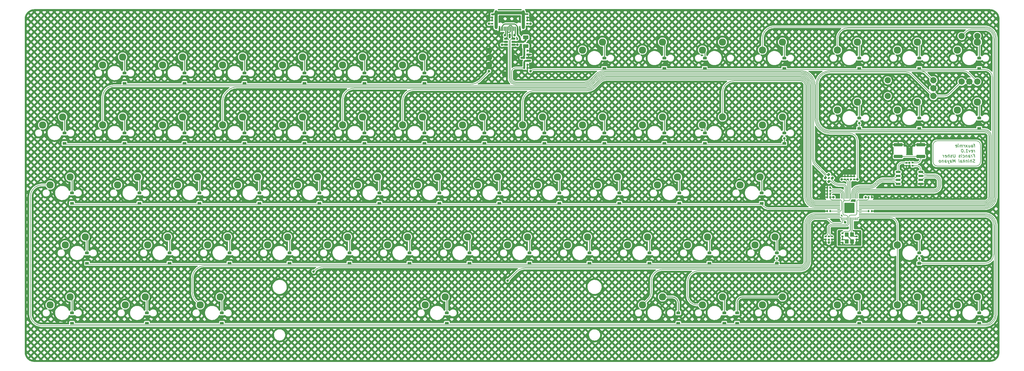
<source format=gbr>
%TF.GenerationSoftware,KiCad,Pcbnew,7.0.9*%
%TF.CreationDate,2024-01-10T17:03:39-08:00*%
%TF.ProjectId,40s-2040rmie,3430732d-3230-4343-9072-6d69652e6b69,rev?*%
%TF.SameCoordinates,Original*%
%TF.FileFunction,Copper,L2,Bot*%
%TF.FilePolarity,Positive*%
%FSLAX46Y46*%
G04 Gerber Fmt 4.6, Leading zero omitted, Abs format (unit mm)*
G04 Created by KiCad (PCBNEW 7.0.9) date 2024-01-10 17:03:39*
%MOMM*%
%LPD*%
G01*
G04 APERTURE LIST*
G04 Aperture macros list*
%AMRoundRect*
0 Rectangle with rounded corners*
0 $1 Rounding radius*
0 $2 $3 $4 $5 $6 $7 $8 $9 X,Y pos of 4 corners*
0 Add a 4 corners polygon primitive as box body*
4,1,4,$2,$3,$4,$5,$6,$7,$8,$9,$2,$3,0*
0 Add four circle primitives for the rounded corners*
1,1,$1+$1,$2,$3*
1,1,$1+$1,$4,$5*
1,1,$1+$1,$6,$7*
1,1,$1+$1,$8,$9*
0 Add four rect primitives between the rounded corners*
20,1,$1+$1,$2,$3,$4,$5,0*
20,1,$1+$1,$4,$5,$6,$7,0*
20,1,$1+$1,$6,$7,$8,$9,0*
20,1,$1+$1,$8,$9,$2,$3,0*%
G04 Aperture macros list end*
%TA.AperFunction,NonConductor*%
%ADD10C,0.200000*%
%TD*%
%ADD11C,0.200000*%
%TA.AperFunction,ComponentPad*%
%ADD12C,2.300000*%
%TD*%
%TA.AperFunction,ComponentPad*%
%ADD13C,2.000000*%
%TD*%
%TA.AperFunction,SMDPad,CuDef*%
%ADD14RoundRect,0.140000X-0.140000X-0.170000X0.140000X-0.170000X0.140000X0.170000X-0.140000X0.170000X0*%
%TD*%
%TA.AperFunction,SMDPad,CuDef*%
%ADD15R,1.200000X0.900000*%
%TD*%
%TA.AperFunction,SMDPad,CuDef*%
%ADD16RoundRect,0.135000X0.185000X-0.135000X0.185000X0.135000X-0.185000X0.135000X-0.185000X-0.135000X0*%
%TD*%
%TA.AperFunction,SMDPad,CuDef*%
%ADD17RoundRect,0.140000X0.140000X0.170000X-0.140000X0.170000X-0.140000X-0.170000X0.140000X-0.170000X0*%
%TD*%
%TA.AperFunction,SMDPad,CuDef*%
%ADD18RoundRect,0.200000X-0.335876X-0.053033X-0.053033X-0.335876X0.335876X0.053033X0.053033X0.335876X0*%
%TD*%
%TA.AperFunction,SMDPad,CuDef*%
%ADD19RoundRect,0.135000X-0.185000X0.135000X-0.185000X-0.135000X0.185000X-0.135000X0.185000X0.135000X0*%
%TD*%
%TA.AperFunction,SMDPad,CuDef*%
%ADD20R,1.200000X1.400000*%
%TD*%
%TA.AperFunction,SMDPad,CuDef*%
%ADD21RoundRect,0.140000X0.170000X-0.140000X0.170000X0.140000X-0.170000X0.140000X-0.170000X-0.140000X0*%
%TD*%
%TA.AperFunction,SMDPad,CuDef*%
%ADD22RoundRect,0.140000X-0.170000X0.140000X-0.170000X-0.140000X0.170000X-0.140000X0.170000X0.140000X0*%
%TD*%
%TA.AperFunction,SMDPad,CuDef*%
%ADD23RoundRect,0.150000X0.587500X0.150000X-0.587500X0.150000X-0.587500X-0.150000X0.587500X-0.150000X0*%
%TD*%
%TA.AperFunction,SMDPad,CuDef*%
%ADD24RoundRect,0.250000X0.625000X-0.375000X0.625000X0.375000X-0.625000X0.375000X-0.625000X-0.375000X0*%
%TD*%
%TA.AperFunction,SMDPad,CuDef*%
%ADD25RoundRect,0.150000X0.650000X0.150000X-0.650000X0.150000X-0.650000X-0.150000X0.650000X-0.150000X0*%
%TD*%
%TA.AperFunction,SMDPad,CuDef*%
%ADD26R,0.600000X1.450000*%
%TD*%
%TA.AperFunction,SMDPad,CuDef*%
%ADD27R,0.300000X1.450000*%
%TD*%
%TA.AperFunction,ComponentPad*%
%ADD28O,1.000000X1.600000*%
%TD*%
%TA.AperFunction,ComponentPad*%
%ADD29O,1.000000X2.100000*%
%TD*%
%TA.AperFunction,SMDPad,CuDef*%
%ADD30RoundRect,0.050000X0.387500X0.050000X-0.387500X0.050000X-0.387500X-0.050000X0.387500X-0.050000X0*%
%TD*%
%TA.AperFunction,SMDPad,CuDef*%
%ADD31RoundRect,0.050000X0.050000X0.387500X-0.050000X0.387500X-0.050000X-0.387500X0.050000X-0.387500X0*%
%TD*%
%TA.AperFunction,ComponentPad*%
%ADD32C,0.600000*%
%TD*%
%TA.AperFunction,SMDPad,CuDef*%
%ADD33RoundRect,0.144000X1.456000X1.456000X-1.456000X1.456000X-1.456000X-1.456000X1.456000X-1.456000X0*%
%TD*%
%TA.AperFunction,SMDPad,CuDef*%
%ADD34RoundRect,0.275000X-1.125000X-0.275000X1.125000X-0.275000X1.125000X0.275000X-1.125000X0.275000X0*%
%TD*%
%TA.AperFunction,SMDPad,CuDef*%
%ADD35RoundRect,0.150000X-0.475000X-0.150000X0.475000X-0.150000X0.475000X0.150000X-0.475000X0.150000X0*%
%TD*%
%TA.AperFunction,ViaPad*%
%ADD36C,0.800000*%
%TD*%
%TA.AperFunction,ViaPad*%
%ADD37C,0.700000*%
%TD*%
%TA.AperFunction,Conductor*%
%ADD38C,0.200000*%
%TD*%
%TA.AperFunction,Conductor*%
%ADD39C,0.540000*%
%TD*%
%TA.AperFunction,Conductor*%
%ADD40C,1.000000*%
%TD*%
%TA.AperFunction,Conductor*%
%ADD41C,0.560000*%
%TD*%
%TA.AperFunction,Conductor*%
%ADD42C,0.250000*%
%TD*%
%TA.AperFunction,Conductor*%
%ADD43C,0.350000*%
%TD*%
%TA.AperFunction,Conductor*%
%ADD44C,0.600000*%
%TD*%
%TA.AperFunction,Conductor*%
%ADD45C,0.300000*%
%TD*%
G04 APERTURE END LIST*
D10*
X292745950Y-29519750D02*
G75*
G03*
X293995950Y-28269750I-50J1250050D01*
G01*
X280245950Y-21519750D02*
X292745950Y-21519750D01*
X280245950Y-21519750D02*
G75*
G03*
X278995950Y-22769750I50J-1250050D01*
G01*
X278995950Y-28269750D02*
X278995950Y-22769750D01*
X292745950Y-29519750D02*
X280245950Y-29519750D01*
X293995950Y-22769750D02*
G75*
G03*
X292745950Y-21519750I-1250050J-50D01*
G01*
X293995950Y-22769750D02*
X293995950Y-28269750D01*
X278995950Y-28269750D02*
G75*
G03*
X280245950Y-29519750I1250050J50D01*
G01*
D11*
D10*
X292249527Y-22890302D02*
X291868575Y-22890302D01*
X292190004Y-23556969D02*
X292082861Y-22699826D01*
X292082861Y-22699826D02*
X292023337Y-22604588D01*
X292023337Y-22604588D02*
X291922147Y-22556969D01*
X291922147Y-22556969D02*
X291826908Y-22556969D01*
X291190003Y-23556969D02*
X291124527Y-23033159D01*
X291124527Y-23033159D02*
X291160241Y-22937921D01*
X291160241Y-22937921D02*
X291249527Y-22890302D01*
X291249527Y-22890302D02*
X291440003Y-22890302D01*
X291440003Y-22890302D02*
X291541194Y-22937921D01*
X291184051Y-23509350D02*
X291285241Y-23556969D01*
X291285241Y-23556969D02*
X291523337Y-23556969D01*
X291523337Y-23556969D02*
X291612622Y-23509350D01*
X291612622Y-23509350D02*
X291648337Y-23414111D01*
X291648337Y-23414111D02*
X291636432Y-23318873D01*
X291636432Y-23318873D02*
X291576908Y-23223635D01*
X291576908Y-23223635D02*
X291475718Y-23176016D01*
X291475718Y-23176016D02*
X291237622Y-23176016D01*
X291237622Y-23176016D02*
X291136432Y-23128397D01*
X290201908Y-22890302D02*
X290285241Y-23556969D01*
X290630479Y-22890302D02*
X290695956Y-23414111D01*
X290695956Y-23414111D02*
X290660241Y-23509350D01*
X290660241Y-23509350D02*
X290570956Y-23556969D01*
X290570956Y-23556969D02*
X290428098Y-23556969D01*
X290428098Y-23556969D02*
X290326908Y-23509350D01*
X290326908Y-23509350D02*
X290273336Y-23461730D01*
X289904289Y-23556969D02*
X289297146Y-22890302D01*
X289820955Y-22890302D02*
X289380479Y-23556969D01*
X288999527Y-23556969D02*
X288916193Y-22890302D01*
X288940003Y-23080778D02*
X288880479Y-22985540D01*
X288880479Y-22985540D02*
X288826908Y-22937921D01*
X288826908Y-22937921D02*
X288725717Y-22890302D01*
X288725717Y-22890302D02*
X288630479Y-22890302D01*
X288380479Y-23556969D02*
X288297145Y-22890302D01*
X288309050Y-22985540D02*
X288255479Y-22937921D01*
X288255479Y-22937921D02*
X288154288Y-22890302D01*
X288154288Y-22890302D02*
X288011431Y-22890302D01*
X288011431Y-22890302D02*
X287922145Y-22937921D01*
X287922145Y-22937921D02*
X287886431Y-23033159D01*
X287886431Y-23033159D02*
X287951907Y-23556969D01*
X287886431Y-23033159D02*
X287826907Y-22937921D01*
X287826907Y-22937921D02*
X287725717Y-22890302D01*
X287725717Y-22890302D02*
X287582860Y-22890302D01*
X287582860Y-22890302D02*
X287493574Y-22937921D01*
X287493574Y-22937921D02*
X287457860Y-23033159D01*
X287457860Y-23033159D02*
X287523336Y-23556969D01*
X287047146Y-23556969D02*
X286963812Y-22890302D01*
X286922146Y-22556969D02*
X286975717Y-22604588D01*
X286975717Y-22604588D02*
X286934050Y-22652207D01*
X286934050Y-22652207D02*
X286880479Y-22604588D01*
X286880479Y-22604588D02*
X286922146Y-22556969D01*
X286922146Y-22556969D02*
X286934050Y-22652207D01*
X286184051Y-23509350D02*
X286285241Y-23556969D01*
X286285241Y-23556969D02*
X286475718Y-23556969D01*
X286475718Y-23556969D02*
X286565003Y-23509350D01*
X286565003Y-23509350D02*
X286600718Y-23414111D01*
X286600718Y-23414111D02*
X286553099Y-23033159D01*
X286553099Y-23033159D02*
X286493575Y-22937921D01*
X286493575Y-22937921D02*
X286392384Y-22890302D01*
X286392384Y-22890302D02*
X286201908Y-22890302D01*
X286201908Y-22890302D02*
X286112622Y-22937921D01*
X286112622Y-22937921D02*
X286076908Y-23033159D01*
X286076908Y-23033159D02*
X286088813Y-23128397D01*
X286088813Y-23128397D02*
X286576908Y-23223635D01*
X292190004Y-25166969D02*
X292106670Y-24500302D01*
X292130480Y-24690778D02*
X292070956Y-24595540D01*
X292070956Y-24595540D02*
X292017385Y-24547921D01*
X292017385Y-24547921D02*
X291916194Y-24500302D01*
X291916194Y-24500302D02*
X291820956Y-24500302D01*
X291184051Y-25119350D02*
X291285241Y-25166969D01*
X291285241Y-25166969D02*
X291475718Y-25166969D01*
X291475718Y-25166969D02*
X291565003Y-25119350D01*
X291565003Y-25119350D02*
X291600718Y-25024111D01*
X291600718Y-25024111D02*
X291553099Y-24643159D01*
X291553099Y-24643159D02*
X291493575Y-24547921D01*
X291493575Y-24547921D02*
X291392384Y-24500302D01*
X291392384Y-24500302D02*
X291201908Y-24500302D01*
X291201908Y-24500302D02*
X291112622Y-24547921D01*
X291112622Y-24547921D02*
X291076908Y-24643159D01*
X291076908Y-24643159D02*
X291088813Y-24738397D01*
X291088813Y-24738397D02*
X291576908Y-24833635D01*
X290725717Y-24500302D02*
X290570956Y-25166969D01*
X290570956Y-25166969D02*
X290249527Y-24500302D01*
X289428098Y-25166969D02*
X289999527Y-25166969D01*
X289713812Y-25166969D02*
X289588812Y-24166969D01*
X289588812Y-24166969D02*
X289701908Y-24309826D01*
X289701908Y-24309826D02*
X289809051Y-24405064D01*
X289809051Y-24405064D02*
X289910241Y-24452683D01*
X288987622Y-25071730D02*
X288945955Y-25119350D01*
X288945955Y-25119350D02*
X288999527Y-25166969D01*
X288999527Y-25166969D02*
X289041193Y-25119350D01*
X289041193Y-25119350D02*
X288987622Y-25071730D01*
X288987622Y-25071730D02*
X288999527Y-25166969D01*
X288207860Y-24166969D02*
X288112622Y-24166969D01*
X288112622Y-24166969D02*
X288023337Y-24214588D01*
X288023337Y-24214588D02*
X287981670Y-24262207D01*
X287981670Y-24262207D02*
X287945956Y-24357445D01*
X287945956Y-24357445D02*
X287922146Y-24547921D01*
X287922146Y-24547921D02*
X287951908Y-24786016D01*
X287951908Y-24786016D02*
X288023337Y-24976492D01*
X288023337Y-24976492D02*
X288082860Y-25071730D01*
X288082860Y-25071730D02*
X288136432Y-25119350D01*
X288136432Y-25119350D02*
X288237622Y-25166969D01*
X288237622Y-25166969D02*
X288332860Y-25166969D01*
X288332860Y-25166969D02*
X288422146Y-25119350D01*
X288422146Y-25119350D02*
X288463813Y-25071730D01*
X288463813Y-25071730D02*
X288499527Y-24976492D01*
X288499527Y-24976492D02*
X288523337Y-24786016D01*
X288523337Y-24786016D02*
X288493575Y-24547921D01*
X288493575Y-24547921D02*
X288422146Y-24357445D01*
X288422146Y-24357445D02*
X288362622Y-24262207D01*
X288362622Y-24262207D02*
X288309051Y-24214588D01*
X288309051Y-24214588D02*
X288207860Y-24166969D01*
X291791194Y-26253159D02*
X292124527Y-26253159D01*
X292190004Y-26776969D02*
X292065004Y-25776969D01*
X292065004Y-25776969D02*
X291588813Y-25776969D01*
X291332861Y-26776969D02*
X291249527Y-26110302D01*
X291273337Y-26300778D02*
X291213813Y-26205540D01*
X291213813Y-26205540D02*
X291160242Y-26157921D01*
X291160242Y-26157921D02*
X291059051Y-26110302D01*
X291059051Y-26110302D02*
X290963813Y-26110302D01*
X290285241Y-26776969D02*
X290219765Y-26253159D01*
X290219765Y-26253159D02*
X290255479Y-26157921D01*
X290255479Y-26157921D02*
X290344765Y-26110302D01*
X290344765Y-26110302D02*
X290535241Y-26110302D01*
X290535241Y-26110302D02*
X290636432Y-26157921D01*
X290279289Y-26729350D02*
X290380479Y-26776969D01*
X290380479Y-26776969D02*
X290618575Y-26776969D01*
X290618575Y-26776969D02*
X290707860Y-26729350D01*
X290707860Y-26729350D02*
X290743575Y-26634111D01*
X290743575Y-26634111D02*
X290731670Y-26538873D01*
X290731670Y-26538873D02*
X290672146Y-26443635D01*
X290672146Y-26443635D02*
X290570956Y-26396016D01*
X290570956Y-26396016D02*
X290332860Y-26396016D01*
X290332860Y-26396016D02*
X290231670Y-26348397D01*
X289725717Y-26110302D02*
X289809051Y-26776969D01*
X289737622Y-26205540D02*
X289684051Y-26157921D01*
X289684051Y-26157921D02*
X289582860Y-26110302D01*
X289582860Y-26110302D02*
X289440003Y-26110302D01*
X289440003Y-26110302D02*
X289350717Y-26157921D01*
X289350717Y-26157921D02*
X289315003Y-26253159D01*
X289315003Y-26253159D02*
X289380479Y-26776969D01*
X288469765Y-26729350D02*
X288570955Y-26776969D01*
X288570955Y-26776969D02*
X288761432Y-26776969D01*
X288761432Y-26776969D02*
X288850717Y-26729350D01*
X288850717Y-26729350D02*
X288892384Y-26681730D01*
X288892384Y-26681730D02*
X288928098Y-26586492D01*
X288928098Y-26586492D02*
X288892384Y-26300778D01*
X288892384Y-26300778D02*
X288832860Y-26205540D01*
X288832860Y-26205540D02*
X288779289Y-26157921D01*
X288779289Y-26157921D02*
X288678098Y-26110302D01*
X288678098Y-26110302D02*
X288487622Y-26110302D01*
X288487622Y-26110302D02*
X288398336Y-26157921D01*
X288047146Y-26776969D02*
X287963812Y-26110302D01*
X287922146Y-25776969D02*
X287975717Y-25824588D01*
X287975717Y-25824588D02*
X287934050Y-25872207D01*
X287934050Y-25872207D02*
X287880479Y-25824588D01*
X287880479Y-25824588D02*
X287922146Y-25776969D01*
X287922146Y-25776969D02*
X287934050Y-25872207D01*
X287612622Y-26729350D02*
X287523337Y-26776969D01*
X287523337Y-26776969D02*
X287332860Y-26776969D01*
X287332860Y-26776969D02*
X287231670Y-26729350D01*
X287231670Y-26729350D02*
X287172146Y-26634111D01*
X287172146Y-26634111D02*
X287166194Y-26586492D01*
X287166194Y-26586492D02*
X287201908Y-26491254D01*
X287201908Y-26491254D02*
X287291194Y-26443635D01*
X287291194Y-26443635D02*
X287434051Y-26443635D01*
X287434051Y-26443635D02*
X287523337Y-26396016D01*
X287523337Y-26396016D02*
X287559051Y-26300778D01*
X287559051Y-26300778D02*
X287553099Y-26253159D01*
X287553099Y-26253159D02*
X287493575Y-26157921D01*
X287493575Y-26157921D02*
X287392384Y-26110302D01*
X287392384Y-26110302D02*
X287249527Y-26110302D01*
X287249527Y-26110302D02*
X287160241Y-26157921D01*
X285874527Y-25776969D02*
X285975717Y-26586492D01*
X285975717Y-26586492D02*
X285940003Y-26681730D01*
X285940003Y-26681730D02*
X285898336Y-26729350D01*
X285898336Y-26729350D02*
X285809050Y-26776969D01*
X285809050Y-26776969D02*
X285618574Y-26776969D01*
X285618574Y-26776969D02*
X285517384Y-26729350D01*
X285517384Y-26729350D02*
X285463812Y-26681730D01*
X285463812Y-26681730D02*
X285404289Y-26586492D01*
X285404289Y-26586492D02*
X285303098Y-25776969D01*
X284993574Y-26729350D02*
X284904289Y-26776969D01*
X284904289Y-26776969D02*
X284713812Y-26776969D01*
X284713812Y-26776969D02*
X284612622Y-26729350D01*
X284612622Y-26729350D02*
X284553098Y-26634111D01*
X284553098Y-26634111D02*
X284547146Y-26586492D01*
X284547146Y-26586492D02*
X284582860Y-26491254D01*
X284582860Y-26491254D02*
X284672146Y-26443635D01*
X284672146Y-26443635D02*
X284815003Y-26443635D01*
X284815003Y-26443635D02*
X284904289Y-26396016D01*
X284904289Y-26396016D02*
X284940003Y-26300778D01*
X284940003Y-26300778D02*
X284934051Y-26253159D01*
X284934051Y-26253159D02*
X284874527Y-26157921D01*
X284874527Y-26157921D02*
X284773336Y-26110302D01*
X284773336Y-26110302D02*
X284630479Y-26110302D01*
X284630479Y-26110302D02*
X284541193Y-26157921D01*
X284142384Y-26776969D02*
X284017384Y-25776969D01*
X283713812Y-26776969D02*
X283648336Y-26253159D01*
X283648336Y-26253159D02*
X283684050Y-26157921D01*
X283684050Y-26157921D02*
X283773336Y-26110302D01*
X283773336Y-26110302D02*
X283916193Y-26110302D01*
X283916193Y-26110302D02*
X284017384Y-26157921D01*
X284017384Y-26157921D02*
X284070955Y-26205540D01*
X282850717Y-26729350D02*
X282951907Y-26776969D01*
X282951907Y-26776969D02*
X283142384Y-26776969D01*
X283142384Y-26776969D02*
X283231669Y-26729350D01*
X283231669Y-26729350D02*
X283267384Y-26634111D01*
X283267384Y-26634111D02*
X283219765Y-26253159D01*
X283219765Y-26253159D02*
X283160241Y-26157921D01*
X283160241Y-26157921D02*
X283059050Y-26110302D01*
X283059050Y-26110302D02*
X282868574Y-26110302D01*
X282868574Y-26110302D02*
X282779288Y-26157921D01*
X282779288Y-26157921D02*
X282743574Y-26253159D01*
X282743574Y-26253159D02*
X282755479Y-26348397D01*
X282755479Y-26348397D02*
X283243574Y-26443635D01*
X282380479Y-26776969D02*
X282297145Y-26110302D01*
X282320955Y-26300778D02*
X282261431Y-26205540D01*
X282261431Y-26205540D02*
X282207860Y-26157921D01*
X282207860Y-26157921D02*
X282106669Y-26110302D01*
X282106669Y-26110302D02*
X282011431Y-26110302D01*
X292231670Y-28339350D02*
X292094766Y-28386969D01*
X292094766Y-28386969D02*
X291856670Y-28386969D01*
X291856670Y-28386969D02*
X291755480Y-28339350D01*
X291755480Y-28339350D02*
X291701908Y-28291730D01*
X291701908Y-28291730D02*
X291642385Y-28196492D01*
X291642385Y-28196492D02*
X291630480Y-28101254D01*
X291630480Y-28101254D02*
X291666194Y-28006016D01*
X291666194Y-28006016D02*
X291707861Y-27958397D01*
X291707861Y-27958397D02*
X291797147Y-27910778D01*
X291797147Y-27910778D02*
X291981670Y-27863159D01*
X291981670Y-27863159D02*
X292070956Y-27815540D01*
X292070956Y-27815540D02*
X292112623Y-27767921D01*
X292112623Y-27767921D02*
X292148337Y-27672683D01*
X292148337Y-27672683D02*
X292136432Y-27577445D01*
X292136432Y-27577445D02*
X292076908Y-27482207D01*
X292076908Y-27482207D02*
X292023337Y-27434588D01*
X292023337Y-27434588D02*
X291922147Y-27386969D01*
X291922147Y-27386969D02*
X291684051Y-27386969D01*
X291684051Y-27386969D02*
X291547147Y-27434588D01*
X291237623Y-28386969D02*
X291112623Y-27386969D01*
X290809051Y-28386969D02*
X290743575Y-27863159D01*
X290743575Y-27863159D02*
X290779289Y-27767921D01*
X290779289Y-27767921D02*
X290868575Y-27720302D01*
X290868575Y-27720302D02*
X291011432Y-27720302D01*
X291011432Y-27720302D02*
X291112623Y-27767921D01*
X291112623Y-27767921D02*
X291166194Y-27815540D01*
X290332861Y-28386969D02*
X290249527Y-27720302D01*
X290207861Y-27386969D02*
X290261432Y-27434588D01*
X290261432Y-27434588D02*
X290219765Y-27482207D01*
X290219765Y-27482207D02*
X290166194Y-27434588D01*
X290166194Y-27434588D02*
X290207861Y-27386969D01*
X290207861Y-27386969D02*
X290219765Y-27482207D01*
X289773337Y-27720302D02*
X289856671Y-28386969D01*
X289785242Y-27815540D02*
X289731671Y-27767921D01*
X289731671Y-27767921D02*
X289630480Y-27720302D01*
X289630480Y-27720302D02*
X289487623Y-27720302D01*
X289487623Y-27720302D02*
X289398337Y-27767921D01*
X289398337Y-27767921D02*
X289362623Y-27863159D01*
X289362623Y-27863159D02*
X289428099Y-28386969D01*
X288951909Y-28386969D02*
X288826909Y-27386969D01*
X288809052Y-28006016D02*
X288570956Y-28386969D01*
X288487623Y-27720302D02*
X288916194Y-28101254D01*
X287713813Y-28386969D02*
X287648337Y-27863159D01*
X287648337Y-27863159D02*
X287684051Y-27767921D01*
X287684051Y-27767921D02*
X287773337Y-27720302D01*
X287773337Y-27720302D02*
X287963813Y-27720302D01*
X287963813Y-27720302D02*
X288065004Y-27767921D01*
X287707861Y-28339350D02*
X287809051Y-28386969D01*
X287809051Y-28386969D02*
X288047147Y-28386969D01*
X288047147Y-28386969D02*
X288136432Y-28339350D01*
X288136432Y-28339350D02*
X288172147Y-28244111D01*
X288172147Y-28244111D02*
X288160242Y-28148873D01*
X288160242Y-28148873D02*
X288100718Y-28053635D01*
X288100718Y-28053635D02*
X287999528Y-28006016D01*
X287999528Y-28006016D02*
X287761432Y-28006016D01*
X287761432Y-28006016D02*
X287660242Y-27958397D01*
X287237623Y-28386969D02*
X287154289Y-27720302D01*
X287112623Y-27386969D02*
X287166194Y-27434588D01*
X287166194Y-27434588D02*
X287124527Y-27482207D01*
X287124527Y-27482207D02*
X287070956Y-27434588D01*
X287070956Y-27434588D02*
X287112623Y-27386969D01*
X287112623Y-27386969D02*
X287124527Y-27482207D01*
X285999528Y-28386969D02*
X285874528Y-27386969D01*
X285874528Y-27386969D02*
X285630480Y-28101254D01*
X285630480Y-28101254D02*
X285207861Y-27386969D01*
X285207861Y-27386969D02*
X285332861Y-28386969D01*
X284428099Y-28386969D02*
X284362623Y-27863159D01*
X284362623Y-27863159D02*
X284398337Y-27767921D01*
X284398337Y-27767921D02*
X284487623Y-27720302D01*
X284487623Y-27720302D02*
X284678099Y-27720302D01*
X284678099Y-27720302D02*
X284779290Y-27767921D01*
X284422147Y-28339350D02*
X284523337Y-28386969D01*
X284523337Y-28386969D02*
X284761433Y-28386969D01*
X284761433Y-28386969D02*
X284850718Y-28339350D01*
X284850718Y-28339350D02*
X284886433Y-28244111D01*
X284886433Y-28244111D02*
X284874528Y-28148873D01*
X284874528Y-28148873D02*
X284815004Y-28053635D01*
X284815004Y-28053635D02*
X284713814Y-28006016D01*
X284713814Y-28006016D02*
X284475718Y-28006016D01*
X284475718Y-28006016D02*
X284374528Y-27958397D01*
X283963813Y-27720302D02*
X283809052Y-28386969D01*
X283487623Y-27720302D02*
X283809052Y-28386969D01*
X283809052Y-28386969D02*
X283934052Y-28625064D01*
X283934052Y-28625064D02*
X283987623Y-28672683D01*
X283987623Y-28672683D02*
X284088813Y-28720302D01*
X282761432Y-28386969D02*
X282695956Y-27863159D01*
X282695956Y-27863159D02*
X282731670Y-27767921D01*
X282731670Y-27767921D02*
X282820956Y-27720302D01*
X282820956Y-27720302D02*
X283011432Y-27720302D01*
X283011432Y-27720302D02*
X283112623Y-27767921D01*
X282755480Y-28339350D02*
X282856670Y-28386969D01*
X282856670Y-28386969D02*
X283094766Y-28386969D01*
X283094766Y-28386969D02*
X283184051Y-28339350D01*
X283184051Y-28339350D02*
X283219766Y-28244111D01*
X283219766Y-28244111D02*
X283207861Y-28148873D01*
X283207861Y-28148873D02*
X283148337Y-28053635D01*
X283148337Y-28053635D02*
X283047147Y-28006016D01*
X283047147Y-28006016D02*
X282809051Y-28006016D01*
X282809051Y-28006016D02*
X282707861Y-27958397D01*
X282201908Y-27720302D02*
X282285242Y-28386969D01*
X282213813Y-27815540D02*
X282160242Y-27767921D01*
X282160242Y-27767921D02*
X282059051Y-27720302D01*
X282059051Y-27720302D02*
X281916194Y-27720302D01*
X281916194Y-27720302D02*
X281826908Y-27767921D01*
X281826908Y-27767921D02*
X281791194Y-27863159D01*
X281791194Y-27863159D02*
X281856670Y-28386969D01*
X281237623Y-28386969D02*
X281326908Y-28339350D01*
X281326908Y-28339350D02*
X281368575Y-28291730D01*
X281368575Y-28291730D02*
X281404289Y-28196492D01*
X281404289Y-28196492D02*
X281368575Y-27910778D01*
X281368575Y-27910778D02*
X281309051Y-27815540D01*
X281309051Y-27815540D02*
X281255480Y-27767921D01*
X281255480Y-27767921D02*
X281154289Y-27720302D01*
X281154289Y-27720302D02*
X281011432Y-27720302D01*
X281011432Y-27720302D02*
X280922146Y-27767921D01*
X280922146Y-27767921D02*
X280880480Y-27815540D01*
X280880480Y-27815540D02*
X280844765Y-27910778D01*
X280844765Y-27910778D02*
X280880480Y-28196492D01*
X280880480Y-28196492D02*
X280940003Y-28291730D01*
X280940003Y-28291730D02*
X280993575Y-28339350D01*
X280993575Y-28339350D02*
X281094765Y-28386969D01*
X281094765Y-28386969D02*
X281237623Y-28386969D01*
D12*
%TO.P,MX3-2,1,COL*%
%TO.N,col2*%
X48577500Y-54610000D03*
%TO.P,MX3-2,2,ROW*%
%TO.N,Net-(D45-A)*%
X54927500Y-52070000D03*
%TD*%
%TO.P,MX3-14,1,COL*%
%TO.N,col14*%
X267652500Y-54610000D03*
%TO.P,MX3-14,2,ROW*%
%TO.N,Net-(D55-A)*%
X274002500Y-52070000D03*
%TD*%
%TO.P,MX0-9,1,COL*%
%TO.N,col9*%
X167640000Y7302500D03*
%TO.P,MX0-9,2,ROW*%
%TO.N,Net-(D8-A)*%
X173990000Y9842500D03*
%TD*%
%TO.P,MX4-0,1,COL*%
%TO.N,col0*%
X-1428750Y-73660000D03*
%TO.P,MX4-0,2,ROW*%
%TO.N,Net-(D56-A)*%
X4921250Y-71120000D03*
%TD*%
%TO.P,MX2-10,1,COL*%
%TO.N,col10*%
X191452500Y-35560000D03*
%TO.P,MX2-10,2,ROW*%
%TO.N,Net-(D41-A)*%
X197802500Y-33020000D03*
%TD*%
%TO.P,MX1-7,1,COL*%
%TO.N,col7*%
X129540000Y-16510000D03*
%TO.P,MX1-7,2,ROW*%
%TO.N,Net-(D22-A)*%
X135890000Y-13970000D03*
%TD*%
%TO.P,MX0-15,1,COL*%
%TO.N,col15*%
X286702500Y7302500D03*
%TO.P,MX0-15,2,ROW*%
%TO.N,Net-(D14-A)*%
X293052500Y9842500D03*
%TD*%
%TO.P,MX0-2,1,COL*%
%TO.N,col2*%
X34290000Y2540000D03*
%TO.P,MX0-2,2,ROW*%
%TO.N,Net-(D3-A)*%
X40640000Y5080000D03*
%TD*%
%TO.P,MX0-14,1,COL*%
%TO.N,col14*%
X267652500Y7302500D03*
%TO.P,MX0-14,2,ROW*%
%TO.N,Net-(D13-A)*%
X274002500Y9842500D03*
%TD*%
%TO.P,MX0-3,1,COL*%
%TO.N,col3*%
X53340000Y2540000D03*
%TO.P,MX0-3,2,ROW*%
%TO.N,Net-(D4-A)*%
X59690000Y5080000D03*
%TD*%
%TO.P,MX0-10,1,COL*%
%TO.N,col10*%
X186690000Y7302500D03*
%TO.P,MX0-10,2,ROW*%
%TO.N,Net-(D9-A)*%
X193040000Y9842500D03*
%TD*%
%TO.P,MX4-10,1,COL*%
%TO.N,col10*%
X205740000Y-73660000D03*
%TO.P,MX4-10,2,ROW*%
%TO.N,Net-(D64-A)*%
X212090000Y-71120000D03*
%TD*%
%TO.P,MX1-15,1,COL*%
%TO.N,col15*%
X286702500Y-11747500D03*
%TO.P,MX1-15,2,ROW*%
%TO.N,Net-(D30-A)*%
X293052500Y-9207500D03*
%TD*%
%TO.P,MX3-3,1,COL*%
%TO.N,col3*%
X67627500Y-54610000D03*
%TO.P,MX3-3,2,ROW*%
%TO.N,Net-(D46-A)*%
X73977500Y-52070000D03*
%TD*%
%TO.P,MX1-8,1,COL*%
%TO.N,col8*%
X148590000Y-16510000D03*
%TO.P,MX1-8,2,ROW*%
%TO.N,Net-(D23-A)*%
X154940000Y-13970000D03*
%TD*%
%TO.P,MX1-14,1,COL*%
%TO.N,col14*%
X267652500Y-11747500D03*
%TO.P,MX1-14,2,ROW*%
%TO.N,Net-(D29-A)*%
X274002500Y-9207500D03*
%TD*%
%TO.P,MX1-6,1,COL*%
%TO.N,col6*%
X110490000Y-16510000D03*
%TO.P,MX1-6,2,ROW*%
%TO.N,Net-(D21-A)*%
X116840000Y-13970000D03*
%TD*%
%TO.P,MX4-5,1,COL*%
%TO.N,col5*%
X117633750Y-73660000D03*
%TO.P,MX4-5,2,ROW*%
%TO.N,Net-(D59-A)*%
X123983750Y-71120000D03*
%TD*%
%TO.P,MX2-11,1,COL*%
%TO.N,col11*%
X217646250Y-35560000D03*
%TO.P,MX2-11,2,ROW*%
%TO.N,Net-(D42-A)*%
X223996250Y-33020000D03*
%TD*%
%TO.P,MX3-10,1,COL*%
%TO.N,col10*%
X200977500Y-54610000D03*
%TO.P,MX3-10,2,ROW*%
%TO.N,Net-(D53-A)*%
X207327500Y-52070000D03*
%TD*%
%TO.P,MX2-1,1,COL*%
%TO.N,col1*%
X20002500Y-35560000D03*
%TO.P,MX2-1,2,ROW*%
%TO.N,Net-(D32-A)*%
X26352500Y-33020000D03*
%TD*%
%TO.P,MX1-4,1,COL*%
%TO.N,col4*%
X72390000Y-16510000D03*
%TO.P,MX1-4,2,ROW*%
%TO.N,Net-(D19-A)*%
X78740000Y-13970000D03*
%TD*%
%TO.P,MX3-9,1,COL*%
%TO.N,col9*%
X181927500Y-54610000D03*
%TO.P,MX3-9,2,ROW*%
%TO.N,Net-(D52-A)*%
X188277500Y-52070000D03*
%TD*%
%TO.P,MX1-13,1,COL*%
%TO.N,col13*%
X248602500Y-11747500D03*
%TO.P,MX1-13,2,ROW*%
%TO.N,S2*%
X254952500Y-9207500D03*
%TD*%
%TO.P,MX3-11,1,COL*%
%TO.N,col11*%
X222408750Y-54610000D03*
%TO.P,MX3-11,2,ROW*%
%TO.N,Net-(D54-A)*%
X228758750Y-52070000D03*
%TD*%
%TO.P,MX2-8,1,COL*%
%TO.N,col8*%
X153352500Y-35560000D03*
%TO.P,MX2-8,2,ROW*%
%TO.N,Net-(D39-A)*%
X159702500Y-33020000D03*
%TD*%
%TO.P,MX2-5,1,COL*%
%TO.N,col5*%
X96202500Y-35560000D03*
%TO.P,MX2-5,2,ROW*%
%TO.N,Net-(D36-A)*%
X102552500Y-33020000D03*
%TD*%
%TO.P,MX2-3,1,COL*%
%TO.N,col3*%
X58102500Y-35560000D03*
%TO.P,MX2-3,2,ROW*%
%TO.N,Net-(D34-A)*%
X64452500Y-33020000D03*
%TD*%
%TO.P,MX3-8,1,COL*%
%TO.N,col8*%
X162877500Y-54610000D03*
%TO.P,MX3-8,2,ROW*%
%TO.N,Net-(D51-A)*%
X169227500Y-52070000D03*
%TD*%
%TO.P,MX1-11,1,COL*%
%TO.N,Net-(D26-A)*%
X205740000Y-16510000D03*
%TO.P,MX1-11,2,ROW*%
%TO.N,col11*%
X212090000Y-13970000D03*
%TD*%
%TO.P,MX4-14,1,COL*%
%TO.N,col14*%
X267652500Y-73660000D03*
%TO.P,MX4-14,2,ROW*%
%TO.N,Net-(D67-A)*%
X274002500Y-71120000D03*
%TD*%
%TO.P,MX1-1,1,COL*%
%TO.N,col1*%
X15240000Y-16510000D03*
%TO.P,MX1-1,2,ROW*%
%TO.N,Net-(D16-A)*%
X21590000Y-13970000D03*
%TD*%
%TO.P,MX3-4,1,COL*%
%TO.N,col4*%
X86677500Y-54610000D03*
%TO.P,MX3-4,2,ROW*%
%TO.N,Net-(D47-A)*%
X93027500Y-52070000D03*
%TD*%
%TO.P,MX3-5,1,COL*%
%TO.N,col5*%
X105727500Y-54610000D03*
%TO.P,MX3-5,2,ROW*%
%TO.N,Net-(D48-A)*%
X112077500Y-52070000D03*
%TD*%
%TO.P,MX0-13,1,COL*%
%TO.N,col13*%
X248602500Y7302500D03*
%TO.P,MX0-13,2,ROW*%
%TO.N,Net-(D12-A)*%
X254952500Y9842500D03*
%TD*%
%TO.P,MX1-12,1,COL*%
%TO.N,col12*%
X224790000Y-16510000D03*
%TO.P,MX1-12,2,ROW*%
%TO.N,Net-(D27-A)*%
X231140000Y-13970000D03*
%TD*%
%TO.P,MX1-2,1,COL*%
%TO.N,col2*%
X34290000Y-16510000D03*
%TO.P,MX1-2,2,ROW*%
%TO.N,Net-(D17-A)*%
X40640000Y-13970000D03*
%TD*%
%TO.P,MX1-10,1,COL*%
%TO.N,col10*%
X186690000Y-16510000D03*
%TO.P,MX1-10,2,ROW*%
%TO.N,Net-(D25-A)*%
X193040000Y-13970000D03*
%TD*%
%TO.P,MX1-3,1,COL*%
%TO.N,col3*%
X53340000Y-16510000D03*
%TO.P,MX1-3,2,ROW*%
%TO.N,Net-(D18-A)*%
X59690000Y-13970000D03*
%TD*%
%TO.P,MX4-13,1,COL*%
%TO.N,col13*%
X248602500Y-73660000D03*
%TO.P,MX4-13,2,ROW*%
%TO.N,Net-(D66-A)*%
X254952500Y-71120000D03*
%TD*%
%TO.P,MX1-5,1,COL*%
%TO.N,col5*%
X91440000Y-16510000D03*
%TO.P,MX1-5,2,ROW*%
%TO.N,Net-(D20-A)*%
X97790000Y-13970000D03*
%TD*%
%TO.P,MX2-6,1,COL*%
%TO.N,col6*%
X115252500Y-35560000D03*
%TO.P,MX2-6,2,ROW*%
%TO.N,Net-(D37-A)*%
X121602500Y-33020000D03*
%TD*%
D13*
%TO.P,RE2,A,A*%
%TO.N,rotA*%
X279065500Y-7302500D03*
%TO.P,RE2,B,B*%
%TO.N,rotB*%
X279065500Y-2302500D03*
%TO.P,RE2,C,C*%
%TO.N,GND*%
X279065500Y-4802500D03*
%TO.P,RE2,S1,S1*%
%TO.N,col13*%
X264565500Y-2302500D03*
%TO.P,RE2,S2,S2*%
%TO.N,S2*%
X264565500Y-7302500D03*
%TD*%
D12*
%TO.P,MX2-7,1,COL*%
%TO.N,col7*%
X134302500Y-35560000D03*
%TO.P,MX2-7,2,ROW*%
%TO.N,Net-(D38-A)*%
X140652500Y-33020000D03*
%TD*%
%TO.P,MX2-9,1,COL*%
%TO.N,col9*%
X172402500Y-35560000D03*
%TO.P,MX2-9,2,ROW*%
%TO.N,Net-(D40-A)*%
X178752500Y-33020000D03*
%TD*%
%TO.P,MX4-2,1,COL*%
%TO.N,col2*%
X46196250Y-73660000D03*
%TO.P,MX4-2,2,ROW*%
%TO.N,Net-(D58-A)*%
X52546250Y-71120000D03*
%TD*%
%TO.P,MX4-11,1,COL*%
%TO.N,col11*%
X224790000Y-73660000D03*
%TO.P,MX4-11,2,ROW*%
%TO.N,Net-(D65-A)*%
X231140000Y-71120000D03*
%TD*%
%TO.P,MX4-1,1,COL*%
%TO.N,col1*%
X22383750Y-73660000D03*
%TO.P,MX4-1,2,ROW*%
%TO.N,Net-(D57-A)*%
X28733750Y-71120000D03*
%TD*%
%TO.P,MX0-5,1,COL*%
%TO.N,col5*%
X91440000Y2540000D03*
%TO.P,MX0-5,2,ROW*%
%TO.N,Net-(D6-A)*%
X97790000Y5080000D03*
%TD*%
%TO.P,MX0-1,1,COL*%
%TO.N,col1*%
X15240000Y2540000D03*
%TO.P,MX0-1,2,ROW*%
%TO.N,Net-(D2-A)*%
X21590000Y5080000D03*
%TD*%
%TO.P,MX3-1,1,COL*%
%TO.N,col1*%
X29527500Y-54610000D03*
%TO.P,MX3-1,2,ROW*%
%TO.N,Net-(D44-A)*%
X35877500Y-52070000D03*
%TD*%
%TO.P,MX3-7,1,COL*%
%TO.N,col7*%
X143827500Y-54610000D03*
%TO.P,MX3-7,2,ROW*%
%TO.N,Net-(D50-A)*%
X150177500Y-52070000D03*
%TD*%
%TO.P,MX0-6,1,COL*%
%TO.N,col6*%
X110490000Y2540000D03*
%TO.P,MX0-6,2,ROW*%
%TO.N,Net-(D7-A)*%
X116840000Y5080000D03*
%TD*%
%TO.P,MX4-9,1,COL*%
%TO.N,col9*%
X186690000Y-73660000D03*
%TO.P,MX4-9,2,ROW*%
%TO.N,Net-(D63-A)*%
X193040000Y-71120000D03*
%TD*%
D13*
%TO.P,RE1,A,A*%
%TO.N,rotA*%
X288012500Y-2737500D03*
%TO.P,RE1,B,B*%
%TO.N,rotB*%
X293012500Y-2737500D03*
%TO.P,RE1,C,C*%
%TO.N,GND*%
X290512500Y-2737500D03*
%TO.P,RE1,S1,S1*%
%TO.N,Net-(D14-A)*%
X293012500Y11762500D03*
%TO.P,RE1,S2,S2*%
%TO.N,col15*%
X288012500Y11762500D03*
%TD*%
D12*
%TO.P,MX2-2,1,COL*%
%TO.N,col2*%
X39052500Y-35560000D03*
%TO.P,MX2-2,2,ROW*%
%TO.N,Net-(D33-A)*%
X45402500Y-33020000D03*
%TD*%
%TO.P,MX0-12,1,COL*%
%TO.N,col12*%
X224790000Y7302500D03*
%TO.P,MX0-12,2,ROW*%
%TO.N,Net-(D11-A)*%
X231140000Y9842500D03*
%TD*%
%TO.P,MX1-9,1,COL*%
%TO.N,col9*%
X167640000Y-16510000D03*
%TO.P,MX1-9,2,ROW*%
%TO.N,Net-(D24-A)*%
X173990000Y-13970000D03*
%TD*%
%TO.P,MX2-4,1,COL*%
%TO.N,col4*%
X77152500Y-35560000D03*
%TO.P,MX2-4,2,ROW*%
%TO.N,Net-(D35-A)*%
X83502500Y-33020000D03*
%TD*%
%TO.P,MX4-15,1,COL*%
%TO.N,col15*%
X286702500Y-73660000D03*
%TO.P,MX4-15,2,ROW*%
%TO.N,Net-(D68-A)*%
X293052500Y-71120000D03*
%TD*%
%TO.P,MX1-0,1,COL*%
%TO.N,col0*%
X-3810000Y-16510000D03*
%TO.P,MX1-0,2,ROW*%
%TO.N,Net-(D15-A)*%
X2540000Y-13970000D03*
%TD*%
%TO.P,MX2-0,1,COL*%
%TO.N,col0*%
X-1428750Y-35560000D03*
%TO.P,MX2-0,2,ROW*%
%TO.N,Net-(D31-A)*%
X4921250Y-33020000D03*
%TD*%
%TO.P,MX3-0,1,COL*%
%TO.N,col0*%
X3333750Y-54610000D03*
%TO.P,MX3-0,2,ROW*%
%TO.N,Net-(D43-A)*%
X9683750Y-52070000D03*
%TD*%
%TO.P,MX3-6,1,COL*%
%TO.N,col6*%
X124777500Y-54610000D03*
%TO.P,MX3-6,2,ROW*%
%TO.N,Net-(D49-A)*%
X131127500Y-52070000D03*
%TD*%
%TO.P,MX0-11,1,COL*%
%TO.N,Net-(D10-A)*%
X205740000Y7302500D03*
%TO.P,MX0-11,2,ROW*%
%TO.N,col11*%
X212090000Y9842500D03*
%TD*%
%TO.P,MX0-4,1,COL*%
%TO.N,col4*%
X72390000Y2540000D03*
%TO.P,MX0-4,2,ROW*%
%TO.N,Net-(D5-A)*%
X78740000Y5080000D03*
%TD*%
D14*
%TO.P,C17,1*%
%TO.N,+3V3*%
X258502500Y-39425000D03*
%TO.P,C17,2*%
%TO.N,GND*%
X259462500Y-39425000D03*
%TD*%
D15*
%TO.P,D57,1,K*%
%TO.N,row4*%
X29290000Y-79500000D03*
%TO.P,D57,2,A*%
%TO.N,Net-(D57-A)*%
X29290000Y-76200000D03*
%TD*%
%TO.P,D41,1,K*%
%TO.N,row2*%
X198362500Y-41400000D03*
%TO.P,D41,2,A*%
%TO.N,Net-(D41-A)*%
X198362500Y-38100000D03*
%TD*%
D16*
%TO.P,R4,1*%
%TO.N,Net-(C2-Pad2)*%
X250162500Y-51859375D03*
%TO.P,R4,2*%
%TO.N,XOUT*%
X250162500Y-50839375D03*
%TD*%
D17*
%TO.P,C11,1*%
%TO.N,+3V3*%
X246322500Y-37425000D03*
%TO.P,C11,2*%
%TO.N,GND*%
X245362500Y-37425000D03*
%TD*%
D15*
%TO.P,D46,1,K*%
%TO.N,row3*%
X74537500Y-60450000D03*
%TO.P,D46,2,A*%
%TO.N,Net-(D46-A)*%
X74537500Y-57150000D03*
%TD*%
%TO.P,D34,1,K*%
%TO.N,row2*%
X65012500Y-41400000D03*
%TO.P,D34,2,A*%
%TO.N,Net-(D34-A)*%
X65012500Y-38100000D03*
%TD*%
%TO.P,D3,1,K*%
%TO.N,row0*%
X41200000Y-3300000D03*
%TO.P,D3,2,A*%
%TO.N,Net-(D3-A)*%
X41200000Y0D03*
%TD*%
D18*
%TO.P,R2,1*%
%TO.N,D+*%
X245789466Y-32223808D03*
%TO.P,R2,2*%
%TO.N,Net-(U1-D+)*%
X246956192Y-33390534D03*
%TD*%
D14*
%TO.P,C19,1*%
%TO.N,+3V3*%
X258502500Y-43862500D03*
%TO.P,C19,2*%
%TO.N,GND*%
X259462500Y-43862500D03*
%TD*%
D19*
%TO.P,R9,1*%
%TO.N,+3V3*%
X245842500Y-51877500D03*
%TO.P,R9,2*%
%TO.N,~{RESET}*%
X245842500Y-52897500D03*
%TD*%
D20*
%TO.P,Y1,1,1*%
%TO.N,Net-(C2-Pad2)*%
X251562500Y-53487500D03*
%TO.P,Y1,2,2*%
%TO.N,GND*%
X251562500Y-51287500D03*
%TO.P,Y1,3,3*%
%TO.N,XIN*%
X253262500Y-51287500D03*
%TO.P,Y1,4,4*%
%TO.N,GND*%
X253262500Y-53487500D03*
%TD*%
D17*
%TO.P,C7,1*%
%TO.N,+1V1*%
X246322500Y-36425000D03*
%TO.P,C7,2*%
%TO.N,GND*%
X245362500Y-36425000D03*
%TD*%
D15*
%TO.P,D12,1,K*%
%TO.N,row0*%
X255512500Y1462500D03*
%TO.P,D12,2,A*%
%TO.N,Net-(D12-A)*%
X255512500Y4762500D03*
%TD*%
%TO.P,D5,1,K*%
%TO.N,row0*%
X79300000Y-3300000D03*
%TO.P,D5,2,A*%
%TO.N,Net-(D5-A)*%
X79300000Y0D03*
%TD*%
%TO.P,D48,1,K*%
%TO.N,row3*%
X112637500Y-60450000D03*
%TO.P,D48,2,A*%
%TO.N,Net-(D48-A)*%
X112637500Y-57150000D03*
%TD*%
D21*
%TO.P,C2,1*%
%TO.N,GND*%
X250162500Y-53829375D03*
%TO.P,C2,2*%
%TO.N,Net-(C2-Pad2)*%
X250162500Y-52869375D03*
%TD*%
D15*
%TO.P,D65,1,K*%
%TO.N,row4*%
X216693750Y-79500000D03*
%TO.P,D65,2,A*%
%TO.N,Net-(D65-A)*%
X216693750Y-76200000D03*
%TD*%
%TO.P,D26,1,K*%
%TO.N,row1*%
X206450000Y-22350000D03*
%TO.P,D26,2,A*%
%TO.N,Net-(D26-A)*%
X206450000Y-19050000D03*
%TD*%
%TO.P,D39,1,K*%
%TO.N,row2*%
X160262500Y-41400000D03*
%TO.P,D39,2,A*%
%TO.N,Net-(D39-A)*%
X160262500Y-38100000D03*
%TD*%
%TO.P,D49,1,K*%
%TO.N,row3*%
X131687500Y-60450000D03*
%TO.P,D49,2,A*%
%TO.N,Net-(D49-A)*%
X131687500Y-57150000D03*
%TD*%
%TO.P,D10,1,K*%
%TO.N,row0*%
X206450000Y1462500D03*
%TO.P,D10,2,A*%
%TO.N,Net-(D10-A)*%
X206450000Y4762500D03*
%TD*%
D21*
%TO.P,C8,1*%
%TO.N,+1V1*%
X252912500Y-33817500D03*
%TO.P,C8,2*%
%TO.N,GND*%
X252912500Y-32857500D03*
%TD*%
D15*
%TO.P,D43,1,K*%
%TO.N,row3*%
X10243750Y-60450000D03*
%TO.P,D43,2,A*%
%TO.N,Net-(D43-A)*%
X10243750Y-57150000D03*
%TD*%
%TO.P,D16,1,K*%
%TO.N,row1*%
X22150000Y-22350000D03*
%TO.P,D16,2,A*%
%TO.N,Net-(D16-A)*%
X22150000Y-19050000D03*
%TD*%
D22*
%TO.P,C20,1*%
%TO.N,+3V3*%
X246842500Y-51907500D03*
%TO.P,C20,2*%
%TO.N,GND*%
X246842500Y-52867500D03*
%TD*%
D15*
%TO.P,D54,1,K*%
%TO.N,row3*%
X229318750Y-60450000D03*
%TO.P,D54,2,A*%
%TO.N,Net-(D54-A)*%
X229318750Y-57150000D03*
%TD*%
%TO.P,D58,1,K*%
%TO.N,row4*%
X53110000Y-79500000D03*
%TO.P,D58,2,A*%
%TO.N,Net-(D58-A)*%
X53110000Y-76200000D03*
%TD*%
D23*
%TO.P,U4,1,GND*%
%TO.N,GND*%
X150535250Y5814500D03*
%TO.P,U4,2,VO*%
%TO.N,+3V3*%
X150535250Y3914500D03*
%TO.P,U4,3,VI*%
%TO.N,+5V*%
X148660250Y4864500D03*
%TD*%
D15*
%TO.P,D33,1,K*%
%TO.N,row2*%
X45962500Y-41400000D03*
%TO.P,D33,2,A*%
%TO.N,Net-(D33-A)*%
X45962500Y-38100000D03*
%TD*%
%TO.P,D7,1,K*%
%TO.N,row0*%
X117400000Y-3300000D03*
%TO.P,D7,2,A*%
%TO.N,Net-(D7-A)*%
X117400000Y0D03*
%TD*%
D18*
%TO.P,R3,1*%
%TO.N,D-*%
X244728807Y-33284467D03*
%TO.P,R3,2*%
%TO.N,Net-(U1-D-)*%
X245895533Y-34451193D03*
%TD*%
D15*
%TO.P,D11,1,K*%
%TO.N,row0*%
X231700000Y1462500D03*
%TO.P,D11,2,A*%
%TO.N,Net-(D11-A)*%
X231700000Y4762500D03*
%TD*%
D24*
%TO.P,F1,1*%
%TO.N,+5V*%
X149597750Y8544500D03*
%TO.P,F1,2*%
%TO.N,VCC*%
X149597750Y11344500D03*
%TD*%
D15*
%TO.P,D47,1,K*%
%TO.N,row3*%
X93587500Y-60450000D03*
%TO.P,D47,2,A*%
%TO.N,Net-(D47-A)*%
X93587500Y-57150000D03*
%TD*%
%TO.P,D22,1,K*%
%TO.N,row1*%
X136450000Y-22350000D03*
%TO.P,D22,2,A*%
%TO.N,Net-(D22-A)*%
X136450000Y-19050000D03*
%TD*%
%TO.P,D30,1,K*%
%TO.N,row1*%
X293612500Y-17587500D03*
%TO.P,D30,2,A*%
%TO.N,Net-(D30-A)*%
X293612500Y-14287500D03*
%TD*%
%TO.P,D37,1,K*%
%TO.N,row2*%
X122162500Y-41400000D03*
%TO.P,D37,2,A*%
%TO.N,Net-(D37-A)*%
X122162500Y-38100000D03*
%TD*%
%TO.P,D42,1,K*%
%TO.N,row2*%
X224556250Y-41400000D03*
%TO.P,D42,2,A*%
%TO.N,Net-(D42-A)*%
X224556250Y-38100000D03*
%TD*%
D14*
%TO.P,C10,1*%
%TO.N,+3V3*%
X149117750Y1614500D03*
%TO.P,C10,2*%
%TO.N,GND*%
X150077750Y1614500D03*
%TD*%
D15*
%TO.P,D9,1,K*%
%TO.N,row0*%
X193600000Y1462500D03*
%TO.P,D9,2,A*%
%TO.N,Net-(D9-A)*%
X193600000Y4762500D03*
%TD*%
D22*
%TO.P,C9,1*%
%TO.N,+1V1*%
X244842500Y-51907500D03*
%TO.P,C9,2*%
%TO.N,GND*%
X244842500Y-52867500D03*
%TD*%
D15*
%TO.P,D24,1,K*%
%TO.N,row1*%
X174550000Y-22350000D03*
%TO.P,D24,2,A*%
%TO.N,Net-(D24-A)*%
X174550000Y-19050000D03*
%TD*%
D25*
%TO.P,U3,1,~{CS}*%
%TO.N,CS*%
X275062500Y-31432500D03*
%TO.P,U3,2,DO(IO1)*%
%TO.N,SD1*%
X275062500Y-32702500D03*
%TO.P,U3,3,IO2*%
%TO.N,SD2*%
X275062500Y-33972500D03*
%TO.P,U3,4,GND*%
%TO.N,GND*%
X275062500Y-35242500D03*
%TO.P,U3,5,DI(IO0)*%
%TO.N,SD0*%
X267862500Y-35242500D03*
%TO.P,U3,6,CLK*%
%TO.N,CLK*%
X267862500Y-33972500D03*
%TO.P,U3,7,IO3*%
%TO.N,SD3*%
X267862500Y-32702500D03*
%TO.P,U3,8,VCC*%
%TO.N,+3V3*%
X267862500Y-31432500D03*
%TD*%
D15*
%TO.P,D4,1,K*%
%TO.N,row0*%
X60250000Y-3300000D03*
%TO.P,D4,2,A*%
%TO.N,Net-(D4-A)*%
X60250000Y0D03*
%TD*%
D21*
%TO.P,C13,1*%
%TO.N,+3V3*%
X251912500Y-33817500D03*
%TO.P,C13,2*%
%TO.N,GND*%
X251912500Y-32857500D03*
%TD*%
D22*
%TO.P,C4,1*%
%TO.N,+3V3*%
X270462500Y-28506000D03*
%TO.P,C4,2*%
%TO.N,GND*%
X270462500Y-29466000D03*
%TD*%
D19*
%TO.P,R7,1*%
%TO.N,Net-(USB1-SHIELD)*%
X150077750Y18684500D03*
%TO.P,R7,2*%
%TO.N,GND*%
X150077750Y17664500D03*
%TD*%
%TO.P,R8,1*%
%TO.N,/~{BOOT}*%
X272462500Y-28476000D03*
%TO.P,R8,2*%
%TO.N,CS*%
X272462500Y-29496000D03*
%TD*%
D26*
%TO.P,USB1,A1,GND*%
%TO.N,GND*%
X141257750Y14044500D03*
%TO.P,USB1,A4,VBUS*%
%TO.N,VCC*%
X142057750Y14044500D03*
D27*
%TO.P,USB1,A5,CC1*%
%TO.N,CC1*%
X143257750Y14044500D03*
%TO.P,USB1,A6,D+*%
%TO.N,D+*%
X144257750Y14044500D03*
%TO.P,USB1,A7,D-*%
%TO.N,D-*%
X144757750Y14044500D03*
%TO.P,USB1,A8,SBU1*%
%TO.N,unconnected-(USB1-SBU1-PadA8)*%
X145757750Y14044500D03*
D26*
%TO.P,USB1,A9,VBUS*%
%TO.N,VCC*%
X146957750Y14044500D03*
%TO.P,USB1,A12,GND*%
%TO.N,GND*%
X147757750Y14044500D03*
%TO.P,USB1,B1,GND*%
X147757750Y14044500D03*
%TO.P,USB1,B4,VBUS*%
%TO.N,VCC*%
X146957750Y14044500D03*
D27*
%TO.P,USB1,B5,CC2*%
%TO.N,CC2*%
X146257750Y14044500D03*
%TO.P,USB1,B6,D+*%
%TO.N,D+*%
X145257750Y14044500D03*
%TO.P,USB1,B7,D-*%
%TO.N,D-*%
X143757750Y14044500D03*
%TO.P,USB1,B8,SBU2*%
%TO.N,unconnected-(USB1-SBU2-PadB8)*%
X142757750Y14044500D03*
D26*
%TO.P,USB1,B9,VBUS*%
%TO.N,VCC*%
X142057750Y14044500D03*
%TO.P,USB1,B12,GND*%
%TO.N,GND*%
X141257750Y14044500D03*
D28*
%TO.P,USB1,S1,SHIELD*%
%TO.N,Net-(USB1-SHIELD)*%
X140187750Y19139500D03*
D29*
X140187750Y14959500D03*
D28*
X148827750Y19139500D03*
D29*
X148827750Y14959500D03*
%TD*%
D15*
%TO.P,D25,1,K*%
%TO.N,row1*%
X193600000Y-22350000D03*
%TO.P,D25,2,A*%
%TO.N,Net-(D25-A)*%
X193600000Y-19050000D03*
%TD*%
%TO.P,D18,1,K*%
%TO.N,row1*%
X60250000Y-22350000D03*
%TO.P,D18,2,A*%
%TO.N,Net-(D18-A)*%
X60250000Y-19050000D03*
%TD*%
%TO.P,D55,1,K*%
%TO.N,row3*%
X274562500Y-60450000D03*
%TO.P,D55,2,A*%
%TO.N,Net-(D55-A)*%
X274562500Y-57150000D03*
%TD*%
%TO.P,D40,1,K*%
%TO.N,row2*%
X179312500Y-41400000D03*
%TO.P,D40,2,A*%
%TO.N,Net-(D40-A)*%
X179312500Y-38100000D03*
%TD*%
D22*
%TO.P,C3,1*%
%TO.N,Net-(USB1-SHIELD)*%
X138937750Y18654500D03*
%TO.P,C3,2*%
%TO.N,GND*%
X138937750Y17694500D03*
%TD*%
D21*
%TO.P,C14,1*%
%TO.N,+3V3*%
X253912500Y-33817500D03*
%TO.P,C14,2*%
%TO.N,GND*%
X253912500Y-32857500D03*
%TD*%
D15*
%TO.P,D66,1,K*%
%TO.N,row4*%
X255512500Y-79500000D03*
%TO.P,D66,2,A*%
%TO.N,Net-(D66-A)*%
X255512500Y-76200000D03*
%TD*%
%TO.P,D52,1,K*%
%TO.N,row3*%
X188837500Y-60450000D03*
%TO.P,D52,2,A*%
%TO.N,Net-(D52-A)*%
X188837500Y-57150000D03*
%TD*%
%TO.P,D13,1,K*%
%TO.N,row0*%
X274562500Y1462500D03*
%TO.P,D13,2,A*%
%TO.N,Net-(D13-A)*%
X274562500Y4762500D03*
%TD*%
%TO.P,D8,1,K*%
%TO.N,row0*%
X174550000Y1462500D03*
%TO.P,D8,2,A*%
%TO.N,Net-(D8-A)*%
X174550000Y4762500D03*
%TD*%
%TO.P,D17,1,K*%
%TO.N,row1*%
X41200000Y-22350000D03*
%TO.P,D17,2,A*%
%TO.N,Net-(D17-A)*%
X41200000Y-19050000D03*
%TD*%
%TO.P,D50,1,K*%
%TO.N,row3*%
X150737500Y-60450000D03*
%TO.P,D50,2,A*%
%TO.N,Net-(D50-A)*%
X150737500Y-57150000D03*
%TD*%
%TO.P,D59,1,K*%
%TO.N,row4*%
X124540000Y-79500000D03*
%TO.P,D59,2,A*%
%TO.N,Net-(D59-A)*%
X124540000Y-76200000D03*
%TD*%
%TO.P,D68,1,K*%
%TO.N,row4*%
X293612500Y-79500000D03*
%TO.P,D68,2,A*%
%TO.N,Net-(D68-A)*%
X293612500Y-76200000D03*
%TD*%
%TO.P,D28,1,K*%
%TO.N,row1*%
X255512500Y-17587500D03*
%TO.P,D28,2,A*%
%TO.N,S2*%
X255512500Y-14287500D03*
%TD*%
%TO.P,D31,1,K*%
%TO.N,row2*%
X5481250Y-41400000D03*
%TO.P,D31,2,A*%
%TO.N,Net-(D31-A)*%
X5481250Y-38100000D03*
%TD*%
%TO.P,D14,1,K*%
%TO.N,row0*%
X293612500Y1462500D03*
%TO.P,D14,2,A*%
%TO.N,Net-(D14-A)*%
X293612500Y4762500D03*
%TD*%
D21*
%TO.P,C1,1*%
%TO.N,GND*%
X254662500Y-52867500D03*
%TO.P,C1,2*%
%TO.N,XIN*%
X254662500Y-51907500D03*
%TD*%
D30*
%TO.P,U1,1,IOVDD*%
%TO.N,+3V3*%
X255850000Y-40262500D03*
%TO.P,U1,2,GPIO0*%
%TO.N,rotB*%
X255850000Y-40662500D03*
%TO.P,U1,3,GPIO1*%
%TO.N,rotA*%
X255850000Y-41062500D03*
%TO.P,U1,4,GPIO2*%
%TO.N,row1*%
X255850000Y-41462500D03*
%TO.P,U1,5,GPIO3*%
%TO.N,row0*%
X255850000Y-41862500D03*
%TO.P,U1,6,GPIO4*%
%TO.N,col15*%
X255850000Y-42262500D03*
%TO.P,U1,7,GPIO5*%
%TO.N,col13*%
X255850000Y-42662500D03*
%TO.P,U1,8,GPIO6*%
%TO.N,col12*%
X255850000Y-43062500D03*
%TO.P,U1,9,GPIO7*%
%TO.N,unconnected-(U1-GPIO7-Pad9)*%
X255850000Y-43462500D03*
%TO.P,U1,10,IOVDD*%
%TO.N,+3V3*%
X255850000Y-43862500D03*
%TO.P,U1,11,GPIO8*%
%TO.N,unconnected-(U1-GPIO8-Pad11)*%
X255850000Y-44262500D03*
%TO.P,U1,12,GPIO9*%
%TO.N,col0*%
X255850000Y-44662500D03*
%TO.P,U1,13,GPIO10*%
%TO.N,row4*%
X255850000Y-45062500D03*
%TO.P,U1,14,GPIO11*%
%TO.N,row3*%
X255850000Y-45462500D03*
D31*
%TO.P,U1,15,GPIO12*%
%TO.N,col14*%
X255012500Y-46300000D03*
%TO.P,U1,16,GPIO13*%
%TO.N,unconnected-(U1-GPIO13-Pad16)*%
X254612500Y-46300000D03*
%TO.P,U1,17,GPIO14*%
%TO.N,unconnected-(U1-GPIO14-Pad17)*%
X254212500Y-46300000D03*
%TO.P,U1,18,GPIO15*%
%TO.N,unconnected-(U1-GPIO15-Pad18)*%
X253812500Y-46300000D03*
%TO.P,U1,19,TESTEN*%
%TO.N,GND*%
X253412500Y-46300000D03*
%TO.P,U1,20,XTAL_IN*%
%TO.N,XIN*%
X253012500Y-46300000D03*
%TO.P,U1,21,XTAL_OUT*%
%TO.N,XOUT*%
X252612500Y-46300000D03*
%TO.P,U1,22,IOVDD*%
%TO.N,+3V3*%
X252212500Y-46300000D03*
%TO.P,U1,23,DVDD*%
%TO.N,+1V1*%
X251812500Y-46300000D03*
%TO.P,U1,24,SWCLK*%
%TO.N,unconnected-(U1-SWCLK-Pad24)*%
X251412500Y-46300000D03*
%TO.P,U1,25,SWDIO*%
%TO.N,unconnected-(U1-SWDIO-Pad25)*%
X251012500Y-46300000D03*
%TO.P,U1,26,~{RUN}*%
%TO.N,~{RESET}*%
X250612500Y-46300000D03*
%TO.P,U1,27,GPIO16*%
%TO.N,col10*%
X250212500Y-46300000D03*
%TO.P,U1,28,GPIO17*%
%TO.N,col9*%
X249812500Y-46300000D03*
D30*
%TO.P,U1,29,GPIO18*%
%TO.N,col7*%
X248975000Y-45462500D03*
%TO.P,U1,30,GPIO19*%
%TO.N,col4*%
X248975000Y-45062500D03*
%TO.P,U1,31,GPIO20*%
%TO.N,col2*%
X248975000Y-44662500D03*
%TO.P,U1,32,GPIO21*%
%TO.N,unconnected-(U1-GPIO21-Pad32)*%
X248975000Y-44262500D03*
%TO.P,U1,33,IOVDD*%
%TO.N,+3V3*%
X248975000Y-43862500D03*
%TO.P,U1,34,GPIO22*%
%TO.N,unconnected-(U1-GPIO22-Pad34)*%
X248975000Y-43462500D03*
%TO.P,U1,35,GPIO23*%
%TO.N,row2*%
X248975000Y-43062500D03*
%TO.P,U1,36,GPIO24*%
%TO.N,col11*%
X248975000Y-42662500D03*
%TO.P,U1,37,GPIO25*%
%TO.N,col8*%
X248975000Y-42262500D03*
%TO.P,U1,38,GPIO26/ADC0*%
%TO.N,col6*%
X248975000Y-41862500D03*
%TO.P,U1,39,GPIO27/ADC1*%
%TO.N,col5*%
X248975000Y-41462500D03*
%TO.P,U1,40,GPIO28/ADC2*%
%TO.N,col3*%
X248975000Y-41062500D03*
%TO.P,U1,41,GPIO29/ADC3*%
%TO.N,col1*%
X248975000Y-40662500D03*
%TO.P,U1,42,IOVDD*%
%TO.N,+3V3*%
X248975000Y-40262500D03*
D31*
%TO.P,U1,43,ADC_AVDD*%
X249812500Y-39425000D03*
%TO.P,U1,44,VREG_VIN*%
X250212500Y-39425000D03*
%TO.P,U1,45,VREG_VOUT*%
%TO.N,+1V1*%
X250612500Y-39425000D03*
%TO.P,U1,46,D-*%
%TO.N,Net-(U1-D-)*%
X251012500Y-39425000D03*
%TO.P,U1,47,D+*%
%TO.N,Net-(U1-D+)*%
X251412500Y-39425000D03*
%TO.P,U1,48,USB_VDD*%
%TO.N,+3V3*%
X251812500Y-39425000D03*
%TO.P,U1,49,IOVDD*%
X252212500Y-39425000D03*
%TO.P,U1,50,DVDD*%
%TO.N,+1V1*%
X252612500Y-39425000D03*
%TO.P,U1,51,QSPI_SD3*%
%TO.N,SD3*%
X253012500Y-39425000D03*
%TO.P,U1,52,QSPI_SCLK*%
%TO.N,CLK*%
X253412500Y-39425000D03*
%TO.P,U1,53,QSPI_SD0*%
%TO.N,SD0*%
X253812500Y-39425000D03*
%TO.P,U1,54,QSPI_SD2*%
%TO.N,SD2*%
X254212500Y-39425000D03*
%TO.P,U1,55,QSPI_SD1*%
%TO.N,SD1*%
X254612500Y-39425000D03*
%TO.P,U1,56,QSPI_SS_N*%
%TO.N,CS*%
X255012500Y-39425000D03*
D32*
%TO.P,U1,57,GND*%
%TO.N,GND*%
X253687500Y-44137500D03*
X253687500Y-42862500D03*
X253687500Y-41587500D03*
X252412500Y-44137500D03*
X252412500Y-42862500D03*
D33*
X252412500Y-42862500D03*
D32*
X252412500Y-41587500D03*
X251137500Y-44137500D03*
X251137500Y-42862500D03*
X251137500Y-41587500D03*
%TD*%
D14*
%TO.P,C6,1*%
%TO.N,+3V3*%
X149117750Y2614500D03*
%TO.P,C6,2*%
%TO.N,GND*%
X150077750Y2614500D03*
%TD*%
D15*
%TO.P,D53,1,K*%
%TO.N,row3*%
X207887500Y-60450000D03*
%TO.P,D53,2,A*%
%TO.N,Net-(D53-A)*%
X207887500Y-57150000D03*
%TD*%
%TO.P,D35,1,K*%
%TO.N,row2*%
X84062500Y-41400000D03*
%TO.P,D35,2,A*%
%TO.N,Net-(D35-A)*%
X84062500Y-38100000D03*
%TD*%
D16*
%TO.P,R6,1*%
%TO.N,CC2*%
X150077750Y15664500D03*
%TO.P,R6,2*%
%TO.N,GND*%
X150077750Y16684500D03*
%TD*%
D15*
%TO.P,D36,1,K*%
%TO.N,row2*%
X103112500Y-41400000D03*
%TO.P,D36,2,A*%
%TO.N,Net-(D36-A)*%
X103112500Y-38100000D03*
%TD*%
%TO.P,D6,1,K*%
%TO.N,row0*%
X98350000Y-3300000D03*
%TO.P,D6,2,A*%
%TO.N,Net-(D6-A)*%
X98350000Y0D03*
%TD*%
%TO.P,D45,1,K*%
%TO.N,row3*%
X55487500Y-60450000D03*
%TO.P,D45,2,A*%
%TO.N,Net-(D45-A)*%
X55487500Y-57150000D03*
%TD*%
D17*
%TO.P,C16,1*%
%TO.N,+3V3*%
X246322500Y-39425000D03*
%TO.P,C16,2*%
%TO.N,GND*%
X245362500Y-39425000D03*
%TD*%
D15*
%TO.P,D2,1,K*%
%TO.N,row0*%
X22150000Y-3300000D03*
%TO.P,D2,2,A*%
%TO.N,Net-(D2-A)*%
X22150000Y0D03*
%TD*%
D34*
%TO.P,Reset1,1,1*%
%TO.N,/~{BOOT}*%
X267862500Y-26494500D03*
X275062500Y-26494500D03*
%TO.P,Reset1,2,2*%
%TO.N,GND*%
X267862500Y-22794500D03*
X275062500Y-22794500D03*
%TD*%
D15*
%TO.P,D19,1,K*%
%TO.N,row1*%
X79300000Y-22350000D03*
%TO.P,D19,2,A*%
%TO.N,Net-(D19-A)*%
X79300000Y-19050000D03*
%TD*%
%TO.P,D51,1,K*%
%TO.N,row3*%
X169787500Y-60450000D03*
%TO.P,D51,2,A*%
%TO.N,Net-(D51-A)*%
X169787500Y-57150000D03*
%TD*%
%TO.P,D38,1,K*%
%TO.N,row2*%
X141212500Y-41400000D03*
%TO.P,D38,2,A*%
%TO.N,Net-(D38-A)*%
X141212500Y-38100000D03*
%TD*%
D16*
%TO.P,R5,1*%
%TO.N,CC1*%
X138937750Y15664500D03*
%TO.P,R5,2*%
%TO.N,GND*%
X138937750Y16684500D03*
%TD*%
D14*
%TO.P,C5,1*%
%TO.N,+5V*%
X149117750Y7114500D03*
%TO.P,C5,2*%
%TO.N,GND*%
X150077750Y7114500D03*
%TD*%
D17*
%TO.P,C15,1*%
%TO.N,+3V3*%
X246322500Y-38425000D03*
%TO.P,C15,2*%
%TO.N,GND*%
X245362500Y-38425000D03*
%TD*%
D15*
%TO.P,D27,1,K*%
%TO.N,row1*%
X231700000Y-22350000D03*
%TO.P,D27,2,A*%
%TO.N,Net-(D27-A)*%
X231700000Y-19050000D03*
%TD*%
%TO.P,D32,1,K*%
%TO.N,row2*%
X26912500Y-41400000D03*
%TO.P,D32,2,A*%
%TO.N,Net-(D32-A)*%
X26912500Y-38100000D03*
%TD*%
%TO.P,D67,1,K*%
%TO.N,row4*%
X274562500Y-79500000D03*
%TO.P,D67,2,A*%
%TO.N,Net-(D67-A)*%
X274562500Y-76200000D03*
%TD*%
%TO.P,D23,1,K*%
%TO.N,row1*%
X155500000Y-22350000D03*
%TO.P,D23,2,A*%
%TO.N,Net-(D23-A)*%
X155500000Y-19050000D03*
%TD*%
%TO.P,D56,1,K*%
%TO.N,row4*%
X5480000Y-79500000D03*
%TO.P,D56,2,A*%
%TO.N,Net-(D56-A)*%
X5480000Y-76200000D03*
%TD*%
%TO.P,D20,1,K*%
%TO.N,row1*%
X98350000Y-22350000D03*
%TO.P,D20,2,A*%
%TO.N,Net-(D20-A)*%
X98350000Y-19050000D03*
%TD*%
D35*
%TO.P,U2,1,IO1*%
%TO.N,CC1*%
X143332750Y8994500D03*
%TO.P,U2,2,VN*%
%TO.N,GND*%
X143332750Y9944500D03*
%TO.P,U2,3,IO2*%
%TO.N,D-*%
X143332750Y10894500D03*
%TO.P,U2,4,IO3*%
%TO.N,D+*%
X145682750Y10894500D03*
%TO.P,U2,5,VP*%
%TO.N,VCC*%
X145682750Y9944500D03*
%TO.P,U2,6,IO4*%
%TO.N,CC2*%
X145682750Y8994500D03*
%TD*%
D15*
%TO.P,D15,1,K*%
%TO.N,row1*%
X3100000Y-22350000D03*
%TO.P,D15,2,A*%
%TO.N,Net-(D15-A)*%
X3100000Y-19050000D03*
%TD*%
D17*
%TO.P,C18,1*%
%TO.N,+3V3*%
X246322500Y-43862500D03*
%TO.P,C18,2*%
%TO.N,GND*%
X245362500Y-43862500D03*
%TD*%
D15*
%TO.P,D44,1,K*%
%TO.N,row3*%
X36437500Y-60450000D03*
%TO.P,D44,2,A*%
%TO.N,Net-(D44-A)*%
X36437500Y-57150000D03*
%TD*%
%TO.P,D63,1,K*%
%TO.N,row4*%
X198044450Y-79500000D03*
%TO.P,D63,2,A*%
%TO.N,Net-(D63-A)*%
X198044450Y-76200000D03*
%TD*%
D21*
%TO.P,C12,1*%
%TO.N,+3V3*%
X250912500Y-33817500D03*
%TO.P,C12,2*%
%TO.N,GND*%
X250912500Y-32857500D03*
%TD*%
D15*
%TO.P,D29,1,K*%
%TO.N,row1*%
X274562500Y-17587500D03*
%TO.P,D29,2,A*%
%TO.N,Net-(D29-A)*%
X274562500Y-14287500D03*
%TD*%
%TO.P,D64,1,K*%
%TO.N,row4*%
X212650000Y-79500000D03*
%TO.P,D64,2,A*%
%TO.N,Net-(D64-A)*%
X212650000Y-76200000D03*
%TD*%
%TO.P,D21,1,K*%
%TO.N,row1*%
X117400000Y-22350000D03*
%TO.P,D21,2,A*%
%TO.N,Net-(D21-A)*%
X117400000Y-19050000D03*
%TD*%
D36*
%TO.N,row0*%
X151077750Y614500D03*
X137937750Y614500D03*
%TO.N,col4*%
X82200000Y-63060000D03*
%TO.N,col7*%
X143827500Y-65937500D03*
%TO.N,row1*%
X255512500Y-15937500D03*
X231700000Y-20700000D03*
%TO.N,row3*%
X274562500Y-58800000D03*
X229318750Y-58800000D03*
%TO.N,GND*%
X151077750Y17664500D03*
X146007750Y-385500D03*
X271462500Y-24644500D03*
X140187750Y13058250D03*
X260462500Y-39425000D03*
X244362500Y-36425000D03*
X151077750Y2614500D03*
D37*
X271462500Y-29466000D03*
D36*
X250912500Y-31432500D03*
X244362500Y-38425000D03*
X151077750Y1614500D03*
X151077750Y4864500D03*
X137937750Y4864500D03*
X242023945Y-23675000D03*
X137937750Y2614500D03*
X237227305Y-23675000D03*
X255912500Y-33817500D03*
X244842500Y-53867500D03*
X146007750Y4864500D03*
X244362500Y-43862500D03*
X253912500Y-31432500D03*
X260462500Y-43862500D03*
X252912500Y-31432500D03*
X246842500Y-53867500D03*
X242023945Y-21675000D03*
X137937750Y1614500D03*
X244362500Y-37425000D03*
X244362500Y-39425000D03*
X143007750Y-385500D03*
X249190000Y-53867500D03*
X237227305Y-21675000D03*
X248912500Y-33817500D03*
X137937750Y16684500D03*
X151077750Y16684500D03*
X148827750Y13058250D03*
X251912500Y-31432500D03*
X137937750Y7114500D03*
X137937750Y17694500D03*
X144507750Y12057000D03*
X151077750Y7114500D03*
X254662500Y-53867500D03*
X143007750Y4864500D03*
%TO.N,~{RESET}*%
X245842500Y-53867500D03*
X251012500Y-47400000D03*
%TO.N,+3V3*%
X254912500Y-33817500D03*
X257502500Y-39425000D03*
X247322500Y-39425000D03*
X249912500Y-33817500D03*
D37*
X271462500Y-28506000D03*
D36*
%TO.N,CC1*%
X143007750Y12057000D03*
X137937750Y15664500D03*
X142057750Y8994500D03*
%TO.N,CC2*%
X146957750Y8994500D03*
X151077750Y15664500D03*
X146007750Y12057000D03*
%TD*%
D38*
%TO.N,row0*%
X131745182Y-3650000D02*
X21800000Y-3650000D01*
X297827980Y-39413960D02*
X297827980Y-1336040D01*
X21800000Y-3650000D02*
X22150000Y-3300000D01*
X152259927Y1112500D02*
X295379440Y1112500D01*
X255850000Y-41862500D02*
X295379440Y-41862500D01*
X151091963Y628713D02*
X151077750Y614500D01*
X137978750Y512500D02*
X135280716Y-2185534D01*
X131745182Y-3649987D02*
G75*
G03*
X135280716Y-2185534I18J4999987D01*
G01*
X152259927Y1112495D02*
G75*
G03*
X151091963Y628713I-27J-1651695D01*
G01*
X295379440Y-41862580D02*
G75*
G03*
X297827980Y-39413960I-40J2448580D01*
G01*
X297827900Y-1336040D02*
G75*
G03*
X295379440Y1112500I-2448500J40D01*
G01*
D39*
%TO.N,Net-(USB1-SHIELD)*%
X150077750Y18684500D02*
X149800517Y18684500D01*
D40*
X140187750Y19139500D02*
X148827750Y19139500D01*
D41*
X140068867Y19020617D02*
X140187750Y19139500D01*
D40*
X140187750Y19139500D02*
X140187750Y14959500D01*
D39*
X148916633Y19050617D02*
X148827750Y19139500D01*
D41*
X138937750Y18654500D02*
X139184983Y18654500D01*
D40*
X148827750Y14959500D02*
X148827750Y19139500D01*
D39*
X148916625Y19050609D02*
G75*
G03*
X149800517Y18684500I883875J883891D01*
G01*
D41*
X139184983Y18654512D02*
G75*
G03*
X140068867Y19020617I17J1249988D01*
G01*
D38*
%TO.N,col0*%
X-7715000Y-76602400D02*
X-7715000Y-39207120D01*
X295379420Y-80249520D02*
X-4067880Y-80249520D01*
X-4067880Y-35560000D02*
X-1428750Y-35560000D01*
X255850000Y-44662500D02*
X295379420Y-44662500D01*
X299026540Y-48309620D02*
X299026540Y-76602400D01*
X295379420Y-80249540D02*
G75*
G03*
X299026540Y-76602400I-20J3647140D01*
G01*
X-7715020Y-76602400D02*
G75*
G03*
X-4067880Y-80249520I3647120J0D01*
G01*
X299026500Y-48309620D02*
G75*
G03*
X295379420Y-44662500I-3647100J20D01*
G01*
X-4067880Y-35560000D02*
G75*
G03*
X-7715000Y-39207120I-20J-3647100D01*
G01*
%TO.N,col1*%
X240224905Y-39412500D02*
X240224905Y-3733180D01*
X236977305Y-485580D02*
X174779659Y-485580D01*
X248975000Y-40662500D02*
X241474905Y-40662500D01*
X15240000Y-16510000D02*
X15240000Y-7696640D01*
X18887120Y-4049520D02*
X168596114Y-4049520D01*
X170715071Y-3171819D02*
X172426670Y-1460220D01*
X240224920Y-3733180D02*
G75*
G03*
X236977305Y-485580I-3247620J-20D01*
G01*
X168596114Y-4049540D02*
G75*
G03*
X170715070Y-3171818I-14J2996640D01*
G01*
X18887120Y-4049520D02*
G75*
G03*
X15240000Y-7696640I0J-3647120D01*
G01*
X240224900Y-39412500D02*
G75*
G03*
X241474905Y-40662500I1250000J0D01*
G01*
X174779659Y-485549D02*
G75*
G03*
X172426670Y-1460220I41J-3327651D01*
G01*
%TO.N,col2*%
X44881573Y-72345323D02*
X46196250Y-73660000D01*
X236977305Y-61199520D02*
X52860480Y-61199520D01*
X238227305Y-47910100D02*
X238227305Y-59949520D01*
X248975000Y-44662500D02*
X241474905Y-44662500D01*
X52860000Y-61200000D02*
X47710000Y-61200000D01*
X43710000Y-65200000D02*
X43710000Y-69516896D01*
X52860480Y-61199520D02*
X52860000Y-61200000D01*
X47710000Y-61200000D02*
G75*
G03*
X43710000Y-65200000I0J-4000000D01*
G01*
X43710004Y-69516896D02*
G75*
G03*
X44881574Y-72345322I3999996J-4D01*
G01*
X241474905Y-44662505D02*
G75*
G03*
X238227305Y-47910100I-5J-3247595D01*
G01*
X236977305Y-61199505D02*
G75*
G03*
X238227305Y-59949520I-5J1250005D01*
G01*
%TO.N,col3*%
X53340000Y-8916854D02*
X53340000Y-16510000D01*
X172689095Y-1762801D02*
X170880557Y-3571339D01*
X236977305Y-885100D02*
X174808052Y-885100D01*
X239825385Y-39413000D02*
X239825385Y-3733180D01*
X54979387Y-5620613D02*
X54511573Y-6088427D01*
X168761600Y-4449040D02*
X57807814Y-4449040D01*
X248975000Y-41062500D02*
X241474885Y-41062500D01*
X239825400Y-3733180D02*
G75*
G03*
X236977305Y-885100I-2848100J-20D01*
G01*
X54511596Y-6088450D02*
G75*
G03*
X53340000Y-8916854I2828404J-2828450D01*
G01*
X174808052Y-885079D02*
G75*
G03*
X172689095Y-1762801I48J-2996721D01*
G01*
X168761600Y-4449044D02*
G75*
G03*
X170880556Y-3571338I0J2996644D01*
G01*
X57807814Y-4449039D02*
G75*
G03*
X54979387Y-5620613I-14J-3999961D01*
G01*
X239825400Y-39413000D02*
G75*
G03*
X241474885Y-41062500I1649500J0D01*
G01*
%TO.N,col4*%
X82489387Y-62770613D02*
X82200000Y-63060000D01*
X238626825Y-59949540D02*
X238626825Y-47910580D01*
X85562120Y-61599040D02*
X85317814Y-61599040D01*
X85562120Y-61599040D02*
X236977325Y-61599040D01*
X241474905Y-45062500D02*
X248975000Y-45062500D01*
X85317814Y-61599039D02*
G75*
G03*
X82489387Y-62770613I-14J-3999961D01*
G01*
X241474905Y-45062525D02*
G75*
G03*
X238626825Y-47910580I-5J-2848075D01*
G01*
X236977325Y-61599025D02*
G75*
G03*
X238626825Y-59949540I-25J1649525D01*
G01*
%TO.N,col5*%
X91440000Y-16510000D02*
X91440000Y-8495680D01*
X236977325Y-1284620D02*
X174973538Y-1284620D01*
X95087120Y-4848560D02*
X168789993Y-4848560D01*
X171142983Y-3873919D02*
X172854581Y-2162321D01*
X239425865Y-39413480D02*
X239425865Y-3733160D01*
X248975000Y-41462500D02*
X241474885Y-41462500D01*
X239425900Y-39413480D02*
G75*
G03*
X241474885Y-41462500I2049000J-20D01*
G01*
X174973538Y-1284654D02*
G75*
G03*
X172854581Y-2162321I-38J-2996646D01*
G01*
X95087120Y-4848600D02*
G75*
G03*
X91440000Y-8495680I-20J-3647100D01*
G01*
X239425880Y-3733160D02*
G75*
G03*
X236977325Y-1284620I-2448580J-40D01*
G01*
X168789993Y-4848545D02*
G75*
G03*
X171142982Y-3873918I7J3327645D01*
G01*
%TO.N,col6*%
X114137120Y-5248080D02*
X168886932Y-5248080D01*
X248975000Y-41862500D02*
X241474885Y-41862500D01*
X239026345Y-39413960D02*
X239026345Y-3733160D01*
X175070478Y-1684140D02*
X236977325Y-1684140D01*
X171356938Y-4224970D02*
X173068537Y-2513371D01*
X110490000Y-16510000D02*
X110490000Y-8895200D01*
X239026360Y-3733160D02*
G75*
G03*
X236977325Y-1684140I-2049060J-40D01*
G01*
X175070478Y-1684121D02*
G75*
G03*
X173068537Y-2513371I22J-2831179D01*
G01*
X239026400Y-39413960D02*
G75*
G03*
X241474885Y-41862500I2448500J-40D01*
G01*
X168886932Y-5248113D02*
G75*
G03*
X171356938Y-4224970I-32J3493113D01*
G01*
X114137120Y-5248100D02*
G75*
G03*
X110490000Y-8895200I-20J-3647100D01*
G01*
%TO.N,col7*%
X239026345Y-59949540D02*
X239026345Y-47911060D01*
X236977325Y-61998560D02*
X149423294Y-61998560D01*
X146594867Y-63170133D02*
X143827500Y-65937500D01*
X241474905Y-45462500D02*
X248975000Y-45462500D01*
X241474905Y-45462545D02*
G75*
G03*
X239026345Y-47911060I-5J-2448555D01*
G01*
X236977325Y-61998545D02*
G75*
G03*
X239026345Y-59949540I-25J2049045D01*
G01*
X149423294Y-61998568D02*
G75*
G03*
X146594867Y-63170133I6J-4000032D01*
G01*
%TO.N,col8*%
X248975000Y-42262500D02*
X241474905Y-42262500D01*
X238626825Y-39414420D02*
X238626825Y-3733160D01*
X236977325Y-2083660D02*
X175167417Y-2083660D01*
X152237120Y-5647600D02*
X168983871Y-5647600D01*
X148590000Y-16510000D02*
X148590000Y-9294720D01*
X171570894Y-4576020D02*
X173282493Y-2864421D01*
X238626800Y-39414420D02*
G75*
G03*
X241474905Y-42262500I2848100J20D01*
G01*
X175167417Y-2083659D02*
G75*
G03*
X173282493Y-2864421I-17J-2665641D01*
G01*
X152237120Y-5647600D02*
G75*
G03*
X148590000Y-9294720I-20J-3647100D01*
G01*
X168983871Y-5647580D02*
G75*
G03*
X171570894Y-4576020I29J3658580D01*
G01*
X238626840Y-3733160D02*
G75*
G03*
X236977325Y-2083660I-1649540J-40D01*
G01*
%TO.N,col9*%
X189468125Y-69846341D02*
X189468125Y-66045200D01*
X241474905Y-45862500D02*
X249562500Y-45862500D01*
X193115245Y-62398080D02*
X236977325Y-62398080D01*
X186690000Y-73660000D02*
X188735892Y-71614108D01*
X239425865Y-59949540D02*
X239425865Y-47911540D01*
X249812500Y-46112500D02*
X249812500Y-46300000D01*
X236977325Y-62398065D02*
G75*
G03*
X239425865Y-59949540I-25J2448565D01*
G01*
X249812500Y-46112500D02*
G75*
G03*
X249562500Y-45862500I-250000J0D01*
G01*
X193115245Y-62398125D02*
G75*
G03*
X189468125Y-66045200I-45J-3647075D01*
G01*
X241474905Y-45862465D02*
G75*
G03*
X239425865Y-47911540I-5J-2049035D01*
G01*
X188735877Y-71614093D02*
G75*
G03*
X189468125Y-69846341I-1767777J1767793D01*
G01*
%TO.N,col10*%
X236977305Y-62797600D02*
X204624620Y-62797600D01*
X246556863Y-47396862D02*
X245788617Y-46628616D01*
X203977500Y-73660000D02*
X205740000Y-73660000D01*
X244904734Y-46262500D02*
X241474905Y-46262500D01*
X250212500Y-46300000D02*
X250212500Y-47262979D01*
X200977500Y-66444720D02*
X200977500Y-70660000D01*
X239825385Y-47912020D02*
X239825385Y-59949520D01*
X249712500Y-47762979D02*
X247440747Y-47762979D01*
X200977500Y-70660000D02*
G75*
G03*
X203977500Y-73660000I3000000J0D01*
G01*
X236977305Y-62797585D02*
G75*
G03*
X239825385Y-59949520I-5J2848085D01*
G01*
X245788600Y-46628633D02*
G75*
G03*
X244904734Y-46262500I-883900J-883867D01*
G01*
X241474905Y-46262485D02*
G75*
G03*
X239825385Y-47912020I-5J-1649515D01*
G01*
X246556844Y-47396881D02*
G75*
G03*
X247440747Y-47762979I883856J883881D01*
G01*
X249712500Y-47763000D02*
G75*
G03*
X250212500Y-47262979I0J500000D01*
G01*
X204624620Y-62797600D02*
G75*
G03*
X200977500Y-66444720I-20J-3647100D01*
G01*
%TO.N,col11*%
X236977305Y-2483180D02*
X236976825Y-2483660D01*
X212090000Y-6130780D02*
X212090000Y-13970000D01*
X236976825Y-2483660D02*
X215737120Y-2483660D01*
X248975000Y-42662500D02*
X241474905Y-42662500D01*
X238227305Y-39414900D02*
X238227305Y-3733180D01*
X238227300Y-39414900D02*
G75*
G03*
X241474905Y-42662500I3247600J0D01*
G01*
X215737120Y-2483700D02*
G75*
G03*
X212090000Y-6130780I-20J-3647100D01*
G01*
X238227320Y-3733180D02*
G75*
G03*
X236977305Y-2483180I-1250020J-20D01*
G01*
%TO.N,col12*%
X299026540Y-39415380D02*
X299026540Y11039900D01*
X255850000Y-43062500D02*
X295379420Y-43062500D01*
X295379420Y14687020D02*
X228437120Y14687020D01*
X224790000Y11039900D02*
X224790000Y7302500D01*
X299026520Y11039900D02*
G75*
G03*
X295379420Y14687020I-3647120J0D01*
G01*
X295379420Y-43062540D02*
G75*
G03*
X299026540Y-39415380I-20J3647140D01*
G01*
X228437120Y14687000D02*
G75*
G03*
X224790000Y11039900I-20J-3647100D01*
G01*
%TO.N,col13*%
X255850000Y-42662500D02*
X295379420Y-42662500D01*
X248602500Y11039900D02*
X248602500Y7302500D01*
X295379420Y14287500D02*
X251850100Y14287500D01*
X298627020Y-39414900D02*
X298627020Y11039900D01*
X295379420Y-42662520D02*
G75*
G03*
X298627020Y-39414900I-20J3247620D01*
G01*
X251850100Y14287500D02*
G75*
G03*
X248602500Y11039900I0J-3247600D01*
G01*
X298627000Y11039900D02*
G75*
G03*
X295379420Y14287500I-3247600J0D01*
G01*
%TO.N,col14*%
X255012500Y-46300000D02*
X255012500Y-46112500D01*
X267652500Y-54610000D02*
X267652500Y-73660000D01*
X255262500Y-45862500D02*
X265203940Y-45862500D01*
X267652500Y-48311060D02*
X267652500Y-54610000D01*
X255262500Y-45862500D02*
G75*
G03*
X255012500Y-46112500I0J-250000D01*
G01*
X267652500Y-48311060D02*
G75*
G03*
X265203940Y-45862500I-2448600J-40D01*
G01*
%TO.N,row1*%
X231700000Y-22700000D02*
X3100000Y-22700000D01*
D42*
X231700000Y-22350000D02*
X231700000Y-20700000D01*
D38*
X295379440Y-17937500D02*
X255512500Y-17937500D01*
X255850000Y-41462500D02*
X295379440Y-41462500D01*
X255512500Y-17587500D02*
X255512500Y-15937500D01*
X297428460Y-39413480D02*
X297428460Y-19986520D01*
X295379440Y-41462560D02*
G75*
G03*
X297428460Y-39413480I-40J2049060D01*
G01*
X297428400Y-19986520D02*
G75*
G03*
X295379440Y-17937500I-2049000J20D01*
G01*
%TO.N,row2*%
X248975000Y-43062500D02*
X226904284Y-43062500D01*
X224556250Y-41750000D02*
X5481250Y-41750000D01*
X225136517Y-42330267D02*
X224556250Y-41750000D01*
X225136525Y-42330259D02*
G75*
G03*
X226904284Y-43062500I1767775J1767759D01*
G01*
%TO.N,row3*%
X274562500Y-60450000D02*
X274562500Y-58800000D01*
X298227500Y-57601920D02*
X298227500Y-48310580D01*
X229318750Y-60450000D02*
X229318750Y-58800000D01*
X295379420Y-45462500D02*
X255850000Y-45462500D01*
X229318750Y-60800000D02*
X10243750Y-60800000D01*
X274562500Y-60450000D02*
X295379420Y-60450000D01*
X298227500Y-48310580D02*
G75*
G03*
X295379420Y-45462500I-2848100J-20D01*
G01*
X295379420Y-60450000D02*
G75*
G03*
X298227500Y-57601920I-20J2848100D01*
G01*
%TO.N,row4*%
X298627020Y-76602400D02*
X298627020Y-48310100D01*
X11906250Y-79850000D02*
X5490000Y-79850000D01*
X295379420Y-45062500D02*
X255850000Y-45062500D01*
X11906250Y-79850000D02*
X295379420Y-79850000D01*
X298627000Y-48310100D02*
G75*
G03*
X295379420Y-45062500I-3247600J0D01*
G01*
X295379420Y-79850020D02*
G75*
G03*
X298627020Y-76602400I-20J3247620D01*
G01*
D42*
%TO.N,Net-(D2-A)*%
X22150000Y0D02*
X22150000Y4580000D01*
X21650000Y5080000D02*
X21590000Y5080000D01*
X22150000Y4580000D02*
G75*
G03*
X21650000Y5080000I-500000J0D01*
G01*
%TO.N,Net-(D3-A)*%
X40700000Y5080000D02*
X40640000Y5080000D01*
X41200000Y0D02*
X41200000Y4580000D01*
X41200000Y4580000D02*
G75*
G03*
X40700000Y5080000I-500000J0D01*
G01*
%TO.N,Net-(D4-A)*%
X59750000Y5080000D02*
X59690000Y5080000D01*
X60250000Y0D02*
X60250000Y4580000D01*
X60250000Y4580000D02*
G75*
G03*
X59750000Y5080000I-500000J0D01*
G01*
%TO.N,Net-(D5-A)*%
X79300000Y0D02*
X79300000Y4580000D01*
X78800000Y5080000D02*
X78740000Y5080000D01*
X79300000Y4580000D02*
G75*
G03*
X78800000Y5080000I-500000J0D01*
G01*
%TO.N,Net-(D6-A)*%
X97850000Y5080000D02*
X97790000Y5080000D01*
X98350000Y0D02*
X98350000Y4580000D01*
X98350000Y4580000D02*
G75*
G03*
X97850000Y5080000I-500000J0D01*
G01*
D43*
%TO.N,GND*%
X245362500Y-38425000D02*
X244362500Y-38425000D01*
D44*
X140757750Y13058250D02*
X140187750Y13058250D01*
D43*
X244842500Y-52867500D02*
X244842500Y-53867500D01*
X150077750Y17664500D02*
X151077750Y17664500D01*
D38*
X252262989Y-54487011D02*
X252487011Y-54487011D01*
D43*
X254662500Y-52867500D02*
X254662500Y-53867500D01*
X245362500Y-37425000D02*
X244362500Y-37425000D01*
X150077750Y7114500D02*
X151077750Y7114500D01*
D38*
X253262500Y-53987011D02*
X253262500Y-53487500D01*
X267862500Y-22794500D02*
X275062500Y-22794500D01*
D43*
X245362500Y-36425000D02*
X244362500Y-36425000D01*
D38*
X255629999Y-53987011D02*
X255629999Y-50787989D01*
D44*
X147757750Y14044500D02*
X147757750Y13558250D01*
D43*
X252912500Y-32857500D02*
X252912500Y-31432500D01*
X150535250Y5814500D02*
X150535250Y5114500D01*
D42*
X251708947Y-51683947D02*
X253116054Y-53091054D01*
D44*
X148257750Y13058250D02*
X148827750Y13058250D01*
D43*
X253912500Y-32857500D02*
X253912500Y-31432500D01*
D38*
X250673689Y-54340564D02*
X250162500Y-53829375D01*
D43*
X150077750Y16684500D02*
X151077750Y16684500D01*
D38*
X252487011Y-54487011D02*
X251027243Y-54487011D01*
X252487011Y-54487011D02*
X255129999Y-54487011D01*
D43*
X259462500Y-43862500D02*
X260462500Y-43862500D01*
X246842500Y-52867500D02*
X246842500Y-53867500D01*
X138937750Y17694500D02*
X137937750Y17694500D01*
X245362500Y-39425000D02*
X244362500Y-39425000D01*
D42*
X251562500Y-51287500D02*
X251562500Y-51330393D01*
D38*
X255129999Y-50287989D02*
X253912500Y-50287989D01*
D43*
X150785250Y4864500D02*
X151077750Y4864500D01*
X250162500Y-53829375D02*
X249282041Y-53829375D01*
X150077750Y1614500D02*
X151077750Y1614500D01*
D44*
X141257750Y14044500D02*
X141257750Y13558250D01*
D43*
X245362500Y-43862500D02*
X244362500Y-43862500D01*
D38*
X253412500Y-49787989D02*
X253412500Y-46300000D01*
D42*
X253262500Y-53444607D02*
X253262500Y-53487500D01*
D43*
X251912500Y-32857500D02*
X251912500Y-31432500D01*
X259462500Y-39425000D02*
X260462500Y-39425000D01*
X270462500Y-29466000D02*
X271462500Y-29466000D01*
X250912500Y-32857500D02*
X250912500Y-31432500D01*
D38*
X252262989Y-54487011D02*
X252762500Y-54487011D01*
X254662500Y-52867500D02*
X255129999Y-52867500D01*
D43*
X138937750Y16684500D02*
X137937750Y16684500D01*
X150077750Y2614500D02*
X151077750Y2614500D01*
D44*
X140757750Y13058250D02*
G75*
G03*
X141257750Y13558250I-50J500050D01*
G01*
D38*
X255129999Y-52867499D02*
G75*
G03*
X255629999Y-52367500I1J499999D01*
G01*
D42*
X251562505Y-51330393D02*
G75*
G03*
X251708947Y-51683947I499995J-7D01*
G01*
D38*
X253412511Y-49787989D02*
G75*
G03*
X253912500Y-50287989I499989J-11D01*
G01*
D44*
X147757750Y13558250D02*
G75*
G03*
X148257750Y13058250I500050J50D01*
G01*
D43*
X150535200Y5114500D02*
G75*
G03*
X150785250Y4864500I250000J0D01*
G01*
D38*
X250673665Y-54340588D02*
G75*
G03*
X251027243Y-54487011I353535J353588D01*
G01*
X255630011Y-50787989D02*
G75*
G03*
X255129999Y-50287989I-500011J-11D01*
G01*
D42*
X253262495Y-53444607D02*
G75*
G03*
X253116054Y-53091054I-499995J7D01*
G01*
D38*
X249282041Y-53829393D02*
G75*
G03*
X249190000Y-53867500I-41J-130107D01*
G01*
X255129999Y-54486999D02*
G75*
G03*
X255629999Y-53987011I1J499999D01*
G01*
X252762500Y-54487000D02*
G75*
G03*
X253262500Y-53987011I0J500000D01*
G01*
D42*
%TO.N,XIN*%
X253736053Y-51761053D02*
X253262500Y-51287500D01*
D38*
X253158947Y-51183947D02*
X253262500Y-51287500D01*
D42*
X254662500Y-51907500D02*
X254089607Y-51907500D01*
D38*
X253012500Y-46300000D02*
X253012500Y-50830393D01*
X253012505Y-50830393D02*
G75*
G03*
X253158947Y-51183947I499995J-7D01*
G01*
D42*
X253736050Y-51761056D02*
G75*
G03*
X254089607Y-51907500I353550J353556D01*
G01*
%TO.N,Net-(C2-Pad2)*%
X250162500Y-51859375D02*
X250162500Y-52869375D01*
X251090822Y-53015822D02*
X251562500Y-53487500D01*
X250162500Y-52869375D02*
X250737268Y-52869375D01*
X251090843Y-53015801D02*
G75*
G03*
X250737268Y-52869375I-353543J-353599D01*
G01*
D41*
%TO.N,+5V*%
X149117750Y7114500D02*
X149117750Y5529107D01*
X148971303Y5175553D02*
X148660250Y4864500D01*
X149264197Y8210947D02*
X149597750Y8544500D01*
X149117750Y7114500D02*
X149117750Y7857393D01*
X148971296Y5175560D02*
G75*
G03*
X149117750Y5529107I-353496J353540D01*
G01*
X149264204Y8210940D02*
G75*
G03*
X149117750Y7857393I353496J-353540D01*
G01*
D44*
%TO.N,VCC*%
X148507750Y9944500D02*
X148847750Y9944500D01*
X149597750Y11344500D02*
X149597750Y10694500D01*
X145682750Y9944500D02*
X147007750Y9944500D01*
D45*
X143307750Y15618531D02*
X145707750Y15618531D01*
X142057750Y14044500D02*
X142057750Y14368531D01*
D44*
X147757750Y10694500D02*
X147757750Y11033840D01*
X147177420Y11924830D02*
X147538080Y11564170D01*
X147007750Y9944500D02*
X148507750Y9944500D01*
D45*
X146957750Y14368531D02*
X146957750Y14044500D01*
D44*
X146957750Y12455160D02*
X146957750Y14044500D01*
X148847750Y9944450D02*
G75*
G03*
X149597750Y10694500I-50J750050D01*
G01*
X147757800Y10694500D02*
G75*
G03*
X148507750Y9944500I750000J0D01*
G01*
X147007750Y9944450D02*
G75*
G03*
X147757750Y10694500I-50J750050D01*
G01*
D45*
X146957731Y14368531D02*
G75*
G03*
X145707750Y15618531I-1250031J-31D01*
G01*
D44*
X147757792Y11033840D02*
G75*
G03*
X147538079Y11564169I-749992J-40D01*
G01*
D45*
X143307750Y15618550D02*
G75*
G03*
X142057750Y14368531I50J-1250050D01*
G01*
D44*
X146957708Y12455160D02*
G75*
G03*
X147177421Y11924831I749992J40D01*
G01*
D38*
%TO.N,D+*%
X236977305Y313460D02*
X174585781Y313460D01*
X145682750Y10894500D02*
X145207510Y10894500D01*
D45*
X145623867Y10953383D02*
X145682750Y10894500D01*
D38*
X245753941Y-32259332D02*
X245789466Y-32223808D01*
D45*
X145257750Y14769011D02*
X145257750Y14044500D01*
D38*
X170287160Y-2469718D02*
X171998759Y-758119D01*
D45*
X144257750Y14044500D02*
X144257750Y14769011D01*
D38*
X144707510Y10394500D02*
X144707510Y-1612335D01*
D45*
X144607750Y15119011D02*
X144907750Y15119011D01*
X145257750Y11837267D02*
X145257750Y14044500D01*
D38*
X146345655Y-3250480D02*
X168402235Y-3250480D01*
X241023945Y-3733180D02*
X241023944Y-27200908D01*
X241756177Y-28968675D02*
X245046835Y-32259332D01*
X168402235Y-3250506D02*
G75*
G03*
X170287160Y-2469718I-35J2665706D01*
G01*
X245046836Y-32259331D02*
G75*
G03*
X245753940Y-32259331I353552J353554D01*
G01*
D45*
X145257711Y14769011D02*
G75*
G03*
X144907750Y15119011I-350011J-11D01*
G01*
D38*
X174585781Y313486D02*
G75*
G03*
X171998759Y-758119I19J-3658586D01*
G01*
D45*
X145257742Y11837267D02*
G75*
G03*
X145623868Y10953384I1250058J33D01*
G01*
D38*
X144707520Y-1612335D02*
G75*
G03*
X146345655Y-3250480I1638180J35D01*
G01*
X145207510Y10894490D02*
G75*
G03*
X144707510Y10394500I-10J-499990D01*
G01*
X241023926Y-27200908D02*
G75*
G03*
X241756177Y-28968675I2499974J8D01*
G01*
D45*
X144607750Y15119050D02*
G75*
G03*
X144257750Y14769011I50J-350050D01*
G01*
D38*
X241023960Y-3733180D02*
G75*
G03*
X236977305Y313460I-4046660J-20D01*
G01*
%TO.N,D-*%
X170501115Y-2820769D02*
X172212714Y-1109170D01*
D45*
X143757750Y13319989D02*
X143757750Y14044500D01*
D38*
X241405187Y-29182691D02*
X244764331Y-32541835D01*
X240624425Y-3733180D02*
X240624425Y-27297766D01*
D45*
X144757750Y14044500D02*
X144757750Y13319989D01*
D38*
X244764331Y-33248942D02*
X244728807Y-33284467D01*
D45*
X143391633Y10953383D02*
X143332750Y10894500D01*
D38*
X144307990Y10394500D02*
X144307990Y-1641130D01*
D45*
X143757750Y11837267D02*
X143757750Y14044500D01*
D38*
X174682720Y-86060D02*
X236977305Y-86060D01*
X146316860Y-3650000D02*
X168499174Y-3650000D01*
X143332750Y10894500D02*
X143807990Y10894500D01*
D45*
X144407750Y12969989D02*
X144107750Y12969989D01*
D38*
X144308000Y-1641130D02*
G75*
G03*
X146316860Y-3650000I2008900J30D01*
G01*
D45*
X143757789Y13319989D02*
G75*
G03*
X144107750Y12969989I350011J11D01*
G01*
D38*
X240624447Y-27297766D02*
G75*
G03*
X241405188Y-29182690I2665653J-34D01*
G01*
D45*
X144407750Y12969950D02*
G75*
G03*
X144757750Y13319989I-50J350050D01*
G01*
D38*
X144308000Y10394500D02*
G75*
G03*
X143807990Y10894500I-500000J0D01*
G01*
D45*
X143391627Y10953389D02*
G75*
G03*
X143757750Y11837267I-883927J883911D01*
G01*
D38*
X244764342Y-33248953D02*
G75*
G03*
X244764331Y-32541835I-353542J353553D01*
G01*
X240624440Y-3733180D02*
G75*
G03*
X236977305Y-86060I-3647140J-20D01*
G01*
X174682720Y-86082D02*
G75*
G03*
X172212715Y-1109171I-20J-3493118D01*
G01*
X168499174Y-3649973D02*
G75*
G03*
X170501115Y-2820769I26J2831173D01*
G01*
%TO.N,XOUT*%
X250567439Y-50434436D02*
X250162500Y-50839375D01*
X252112500Y-50287989D02*
X250920993Y-50287989D01*
X252612500Y-46300000D02*
X252612500Y-49787989D01*
X250920993Y-50287988D02*
G75*
G03*
X250567440Y-50434437I7J-500012D01*
G01*
X252112500Y-50288000D02*
G75*
G03*
X252612500Y-49787989I0J500000D01*
G01*
D42*
%TO.N,Net-(D7-A)*%
X116900000Y5080000D02*
X116840000Y5080000D01*
X117400000Y0D02*
X117400000Y4580000D01*
X117400000Y4580000D02*
G75*
G03*
X116900000Y5080000I-500000J0D01*
G01*
%TO.N,Net-(D8-A)*%
X174550000Y9842500D02*
X173990000Y9842500D01*
X174550000Y4762500D02*
X174550000Y9842500D01*
%TO.N,Net-(D9-A)*%
X193600000Y9842500D02*
X193040000Y9842500D01*
X193600000Y4762500D02*
X193600000Y9842500D01*
%TO.N,Net-(D10-A)*%
X206450000Y7302500D02*
X205740000Y7302500D01*
X206450000Y4762500D02*
X206450000Y7302500D01*
%TO.N,Net-(D11-A)*%
X231700000Y4762500D02*
X231700000Y9342500D01*
X231200000Y9842500D02*
X231140000Y9842500D01*
X231700000Y9342500D02*
G75*
G03*
X231200000Y9842500I-500000J0D01*
G01*
%TO.N,Net-(D12-A)*%
X255512500Y4762500D02*
X255512500Y9342500D01*
X255012500Y9842500D02*
X254952500Y9842500D01*
X255512500Y9342500D02*
G75*
G03*
X255012500Y9842500I-500000J0D01*
G01*
%TO.N,Net-(D13-A)*%
X274562500Y4762500D02*
X274562500Y9342500D01*
X274062500Y9842500D02*
X274002500Y9842500D01*
X274562500Y9342500D02*
G75*
G03*
X274062500Y9842500I-500000J0D01*
G01*
%TO.N,~{RESET}*%
X245842500Y-52897500D02*
X245842500Y-53867500D01*
D38*
X250612500Y-46300000D02*
X250612500Y-46792893D01*
X250758947Y-47146447D02*
X251012500Y-47400000D01*
X250612505Y-46792893D02*
G75*
G03*
X250758947Y-47146447I499995J-7D01*
G01*
D42*
%TO.N,Net-(D14-A)*%
X293112500Y9842500D02*
X293052500Y9842500D01*
X293612500Y4762500D02*
X293612500Y9342500D01*
X293612500Y9342500D02*
G75*
G03*
X293112500Y9842500I-500000J0D01*
G01*
%TO.N,Net-(D15-A)*%
X3100000Y-13970000D02*
X2540000Y-13970000D01*
X3100000Y-19050000D02*
X3100000Y-13970000D01*
D38*
%TO.N,SD3*%
X263184194Y-33572980D02*
X265790769Y-33572980D01*
X267558537Y-32840746D02*
X267623560Y-32775723D01*
X267800336Y-32702500D02*
X267862500Y-32702500D01*
X255510100Y-35826920D02*
X258722010Y-35826920D01*
X253012500Y-39425000D02*
X253012500Y-38324520D01*
X260489777Y-35094687D02*
X261182253Y-34402211D01*
X267800336Y-32702526D02*
G75*
G03*
X267623560Y-32775723I-36J-249974D01*
G01*
X263184194Y-33572961D02*
G75*
G03*
X261182253Y-34402211I6J-2831139D01*
G01*
X255510100Y-35826900D02*
G75*
G03*
X253012500Y-38324520I0J-2497600D01*
G01*
X265790769Y-33572964D02*
G75*
G03*
X267558537Y-32840746I31J2499964D01*
G01*
X258722010Y-35826921D02*
G75*
G03*
X260489777Y-35094687I-10J2500021D01*
G01*
%TO.N,CLK*%
X253412500Y-38324520D02*
X253412500Y-39425000D01*
X258818867Y-36226440D02*
X255510580Y-36226440D01*
X267862500Y-33972500D02*
X263281133Y-33972500D01*
X261396208Y-34753262D02*
X260703791Y-35445679D01*
X255510580Y-36226400D02*
G75*
G03*
X253412500Y-38324520I20J-2098100D01*
G01*
X258818867Y-36226429D02*
G75*
G03*
X260703790Y-35445678I33J2665629D01*
G01*
X263281133Y-33972528D02*
G75*
G03*
X261396208Y-34753262I-33J-2665672D01*
G01*
%TO.N,SD0*%
X255511060Y-36625960D02*
X258915806Y-36625960D01*
X267558535Y-35104252D02*
X267623560Y-35169277D01*
X267800336Y-35242500D02*
X267862500Y-35242500D01*
X253812500Y-39425000D02*
X253812500Y-38324520D01*
X263377990Y-34372020D02*
X265790769Y-34372020D01*
X260917747Y-35796729D02*
X261610223Y-35104253D01*
X267558546Y-35104241D02*
G75*
G03*
X265790769Y-34372020I-1767746J-1767759D01*
G01*
X258915806Y-36625967D02*
G75*
G03*
X260917746Y-35796728I-6J2831167D01*
G01*
X255511060Y-36625900D02*
G75*
G03*
X253812500Y-38324520I40J-1698600D01*
G01*
X263377990Y-34372008D02*
G75*
G03*
X261610224Y-35104254I10J-2499992D01*
G01*
X267623542Y-35169295D02*
G75*
G03*
X267800336Y-35242500I176758J176795D01*
G01*
%TO.N,SD2*%
X280587980Y-35775480D02*
X280587980Y-34352020D01*
X254212500Y-39425000D02*
X254212500Y-38324520D01*
X279337980Y-33102020D02*
X277134231Y-33102020D01*
X275124664Y-33972500D02*
X275062500Y-33972500D01*
X255511540Y-37025480D02*
X279337980Y-37025480D01*
X275366463Y-33834254D02*
X275301440Y-33899277D01*
X255511540Y-37025500D02*
G75*
G03*
X254212500Y-38324520I-40J-1299000D01*
G01*
X275124664Y-33972474D02*
G75*
G03*
X275301440Y-33899277I36J249974D01*
G01*
X279337980Y-37025480D02*
G75*
G03*
X280587980Y-35775480I20J1249980D01*
G01*
X277134231Y-33102036D02*
G75*
G03*
X275366463Y-33834254I-31J-2499964D01*
G01*
X280587980Y-34352020D02*
G75*
G03*
X279337980Y-33102020I-1249980J20D01*
G01*
%TO.N,SD1*%
X279338000Y-37425000D02*
X255512020Y-37425000D01*
X280987500Y-34352000D02*
X280987500Y-35775500D01*
X254612500Y-38324520D02*
X254612500Y-39425000D01*
X275062500Y-32702500D02*
X279338000Y-32702500D01*
X279338000Y-37425000D02*
G75*
G03*
X280987500Y-35775500I0J1649500D01*
G01*
X280987500Y-34352000D02*
G75*
G03*
X279338000Y-32702500I-1649500J0D01*
G01*
X255512020Y-37425000D02*
G75*
G03*
X254612500Y-38324520I-20J-899500D01*
G01*
%TO.N,CS*%
X275062500Y-31059676D02*
X275062500Y-30716000D01*
X273812500Y-29466000D02*
X272462500Y-29466000D01*
X255012500Y-39425000D02*
X255012500Y-38324520D01*
X281387020Y-35775500D02*
X281387020Y-34352000D01*
X255512500Y-37824520D02*
X279338000Y-37824520D01*
X275366463Y-31570746D02*
X275208947Y-31413230D01*
X279338000Y-32302980D02*
X277134231Y-32302980D01*
X281387020Y-34352000D02*
G75*
G03*
X279338000Y-32302980I-2049020J0D01*
G01*
X279338000Y-37824520D02*
G75*
G03*
X281387020Y-35775500I0J2049020D01*
G01*
X275062500Y-30716000D02*
G75*
G03*
X273812500Y-29466000I-1250000J0D01*
G01*
X255512500Y-37824500D02*
G75*
G03*
X255012500Y-38324520I0J-500000D01*
G01*
X275062517Y-31059676D02*
G75*
G03*
X275208947Y-31413230I499983J-24D01*
G01*
X275366452Y-31570757D02*
G75*
G03*
X277134231Y-32302980I1767748J1767757D01*
G01*
D42*
%TO.N,Net-(D16-A)*%
X22150000Y-19050000D02*
X22150000Y-13970000D01*
X22150000Y-13970000D02*
X21590000Y-13970000D01*
%TO.N,Net-(D17-A)*%
X41200000Y-19050000D02*
X41200000Y-13970000D01*
X41200000Y-13970000D02*
X40640000Y-13970000D01*
%TO.N,Net-(D18-A)*%
X60250000Y-13970000D02*
X59690000Y-13970000D01*
X60250000Y-19050000D02*
X60250000Y-13970000D01*
D38*
%TO.N,rotA*%
X278962500Y-7262500D02*
X282451966Y-7262500D01*
X284219733Y-6530267D02*
X288012500Y-2737500D01*
X255850000Y-41062500D02*
X295379440Y-41062500D01*
X272118773Y-418773D02*
X278962500Y-7262500D01*
X297028940Y-39413000D02*
X297028940Y-19986520D01*
X242222505Y-14290380D02*
X242222505Y-3733180D01*
X295379440Y-18337020D02*
X246269145Y-18337020D01*
X246269145Y313460D02*
X270351006Y313460D01*
X297028880Y-19986520D02*
G75*
G03*
X295379440Y-18337020I-1649480J20D01*
G01*
X295379440Y-41062540D02*
G75*
G03*
X297028940Y-39413000I-40J1649540D01*
G01*
X242222480Y-14290380D02*
G75*
G03*
X246269145Y-18337020I4046620J-20D01*
G01*
X282451966Y-7262476D02*
G75*
G03*
X284219733Y-6530267I34J2499976D01*
G01*
X272118762Y-418784D02*
G75*
G03*
X270351006Y313460I-1767762J-1767716D01*
G01*
X246269145Y313395D02*
G75*
G03*
X242222505Y-3733180I-45J-4046595D01*
G01*
%TO.N,rotB*%
X241822985Y-14290380D02*
X241822985Y-3733180D01*
X293012500Y-2737500D02*
X290294253Y-19253D01*
X278962500Y-2262500D02*
X276719253Y-19253D01*
X296629420Y-39412500D02*
X296629420Y-19986540D01*
X295379420Y-18736540D02*
X246269145Y-18736540D01*
X288526486Y712980D02*
X274951486Y712980D01*
X246269145Y712980D02*
X274951486Y712980D01*
X255850000Y-40662500D02*
X295379420Y-40662500D01*
X295379420Y-40662520D02*
G75*
G03*
X296629420Y-39412500I-20J1250020D01*
G01*
X296629360Y-19986540D02*
G75*
G03*
X295379420Y-18736540I-1249960J40D01*
G01*
X241822960Y-14290380D02*
G75*
G03*
X246269145Y-18736540I4446140J-20D01*
G01*
X246269145Y712915D02*
G75*
G03*
X241822985Y-3733180I-45J-4446115D01*
G01*
X290294256Y-19250D02*
G75*
G03*
X288526486Y712980I-1767756J-1767750D01*
G01*
X276719256Y-19250D02*
G75*
G03*
X274951486Y712980I-1767756J-1767750D01*
G01*
%TO.N,/~{BOOT}*%
X273812500Y-28506000D02*
X272462500Y-28506000D01*
X275062500Y-27256000D02*
X275062500Y-26494500D01*
X267862500Y-26494500D02*
X275062500Y-26494500D01*
X273812500Y-28506000D02*
G75*
G03*
X275062500Y-27256000I0J1250000D01*
G01*
D42*
%TO.N,S2*%
X255012500Y-9207500D02*
X254952500Y-9207500D01*
X255512500Y-14287500D02*
X255512500Y-9707500D01*
X255512500Y-9707500D02*
G75*
G03*
X255012500Y-9207500I-500000J0D01*
G01*
%TO.N,Net-(D19-A)*%
X79300000Y-13970000D02*
X78740000Y-13970000D01*
X79300000Y-19050000D02*
X79300000Y-13970000D01*
%TO.N,Net-(D20-A)*%
X98350000Y-13970000D02*
X97790000Y-13970000D01*
X98350000Y-19050000D02*
X98350000Y-13970000D01*
D38*
%TO.N,+3V3*%
X250912500Y-33817500D02*
X251912500Y-33817500D01*
X246322500Y-43862500D02*
X248975000Y-43862500D01*
X269112500Y-28506000D02*
X270462500Y-28506000D01*
X251614998Y-34349944D02*
X250912500Y-33817500D01*
X249812500Y-39425000D02*
X249812500Y-38324520D01*
X246556863Y-38190637D02*
X246322500Y-38425000D01*
X174488841Y712980D02*
X236977305Y712980D01*
X252212500Y-45662499D02*
X252212500Y-46300000D01*
D41*
X149117750Y3414500D02*
X149117750Y2614500D01*
D38*
X250212500Y-38324520D02*
X250212500Y-39425000D01*
X246322500Y-39762500D02*
X246322500Y-39425000D01*
X248975000Y-40262500D02*
X246822500Y-40262500D01*
X252066053Y-33971053D02*
X251912500Y-33817500D01*
X254212501Y-45162499D02*
X252712500Y-45162499D01*
X258502500Y-39762500D02*
X258502500Y-39425000D01*
X251812500Y-39425000D02*
X251812500Y-37437500D01*
X249912741Y-43362500D02*
X249912741Y-40762500D01*
X255850000Y-43862500D02*
X255212501Y-43862500D01*
X246322500Y-38425000D02*
X246322500Y-37425000D01*
D41*
X149117750Y2614500D02*
X149117750Y1614500D01*
X150535250Y3914500D02*
X149617750Y3914500D01*
D38*
X145107030Y364500D02*
X145107030Y-1576081D01*
X249312500Y-37824520D02*
X247440747Y-37824520D01*
X254712501Y-44662499D02*
X254712501Y-43362500D01*
X146381909Y-2850960D02*
X168305378Y-2850960D01*
X254912500Y-21558900D02*
X254912500Y-33817500D01*
X246542260Y-48562019D02*
X251312980Y-48562019D01*
X246269145Y-19136060D02*
X252489660Y-19136060D01*
X251812500Y-37437500D02*
X251812980Y-37437020D01*
X251812980Y-37437020D02*
X251812980Y-34748422D01*
X270462500Y-28506000D02*
X271462500Y-28506000D01*
X149117750Y1614500D02*
X146357030Y1614500D01*
X255850000Y-40262500D02*
X258002500Y-40262500D01*
X249412741Y-40262500D02*
X248975000Y-40262500D01*
X253912500Y-33817500D02*
X254912500Y-33817500D01*
X246807004Y-51907500D02*
X246408376Y-51508872D01*
X241423465Y-3733180D02*
X241423465Y-14290380D01*
X255212501Y-40262500D02*
X255850000Y-40262500D01*
X254712501Y-43362500D02*
X254712501Y-40762500D01*
X250912500Y-33817500D02*
X249912500Y-33817500D01*
X170073145Y-2118727D02*
X171784803Y-407069D01*
X248975000Y-43862500D02*
X249412741Y-43862500D01*
X246042260Y-50624989D02*
X246042260Y-49062019D01*
X267862500Y-29756000D02*
X267862500Y-31432500D01*
X246322500Y-38425000D02*
X246322500Y-39425000D01*
X246842500Y-51907500D02*
X245914926Y-51907500D01*
X258502500Y-43862500D02*
X255850000Y-43862500D01*
X252212500Y-39425000D02*
X252212500Y-34324607D01*
X247322500Y-39425000D02*
X246322500Y-39425000D01*
X257502500Y-39425000D02*
X258502500Y-39425000D01*
X252212500Y-47662499D02*
X252212500Y-46300000D01*
X246322500Y-37425000D02*
X249312980Y-37425000D01*
X249412741Y-43862541D02*
G75*
G03*
X249912741Y-43362500I-41J500041D01*
G01*
X241423440Y-14290380D02*
G75*
G03*
X246269145Y-19136060I4845660J-20D01*
G01*
X246042280Y-50624989D02*
G75*
G03*
X246408376Y-51508872I1250020J-11D01*
G01*
X249912700Y-40762500D02*
G75*
G03*
X249412741Y-40262500I-500000J0D01*
G01*
X250212500Y-38324520D02*
G75*
G03*
X249312980Y-37425000I-899500J20D01*
G01*
X241423480Y-3733180D02*
G75*
G03*
X236977305Y712980I-4446180J-20D01*
G01*
X145107040Y-1576081D02*
G75*
G03*
X146381909Y-2850960I1274860J-19D01*
G01*
X168305378Y-2850956D02*
G75*
G03*
X170073145Y-2118727I22J2499956D01*
G01*
X269112500Y-28506000D02*
G75*
G03*
X267862500Y-29756000I0J-1250000D01*
G01*
X258002500Y-40262500D02*
G75*
G03*
X258502500Y-39762500I0J500000D01*
G01*
X254912540Y-21558900D02*
G75*
G03*
X252489660Y-19136060I-2422840J0D01*
G01*
X249812480Y-38324520D02*
G75*
G03*
X249312500Y-37824520I-499980J20D01*
G01*
X251812969Y-34748422D02*
G75*
G03*
X251614997Y-34349945I-499969J22D01*
G01*
X254712500Y-43362500D02*
G75*
G03*
X255212501Y-43862500I500000J0D01*
G01*
X174488841Y712953D02*
G75*
G03*
X171784803Y-407069I-41J-3824053D01*
G01*
X146357030Y1614470D02*
G75*
G03*
X145107030Y364500I-30J-1249970D01*
G01*
X246322500Y-39762500D02*
G75*
G03*
X246822500Y-40262500I500000J0D01*
G01*
X252212495Y-34324607D02*
G75*
G03*
X252066053Y-33971053I-499995J7D01*
G01*
X254212501Y-45162501D02*
G75*
G03*
X254712501Y-44662499I-1J500001D01*
G01*
X245842492Y-51877508D02*
G75*
G03*
X245914926Y-51907500I72408J72408D01*
G01*
X247440747Y-37824548D02*
G75*
G03*
X246556863Y-38190637I-47J-1249952D01*
G01*
D41*
X149617750Y3914550D02*
G75*
G03*
X149117750Y3414500I50J-500050D01*
G01*
D38*
X255212501Y-40262501D02*
G75*
G03*
X254712501Y-40762500I-1J-499999D01*
G01*
X246542260Y-48561960D02*
G75*
G03*
X246042260Y-49062019I40J-500040D01*
G01*
X252712500Y-45162500D02*
G75*
G03*
X252212500Y-45662499I0J-500000D01*
G01*
X251312980Y-48562000D02*
G75*
G03*
X252212500Y-47662499I20J899500D01*
G01*
%TO.N,+1V1*%
X251812500Y-47662499D02*
X251812500Y-46300000D01*
X251112500Y-40562499D02*
X250812261Y-40562499D01*
X252612500Y-39425000D02*
X252612500Y-40062499D01*
X246542260Y-48162499D02*
X251312500Y-48162499D01*
X252758947Y-33971053D02*
X252912500Y-33817500D01*
X250612500Y-40062499D02*
X250612500Y-39425000D01*
X250312261Y-41062499D02*
X250312261Y-44662499D01*
X251812500Y-45662499D02*
X251812500Y-46300000D01*
X250812261Y-45162499D02*
X251312500Y-45162499D01*
X246556863Y-36659363D02*
X246322500Y-36425000D01*
X252112500Y-40562499D02*
X251112500Y-40562499D01*
X249313460Y-37025480D02*
X247440747Y-37025480D01*
X250612500Y-39425000D02*
X250612500Y-38324520D01*
X245642740Y-50624989D02*
X245642740Y-49062019D01*
X252612500Y-39425000D02*
X252612500Y-34324607D01*
X244877996Y-51907500D02*
X245276624Y-51508872D01*
X250612501Y-40062499D02*
G75*
G03*
X251112500Y-40562499I499999J-1D01*
G01*
X250612520Y-38324520D02*
G75*
G03*
X249313460Y-37025480I-1299020J20D01*
G01*
X250812261Y-40562461D02*
G75*
G03*
X250312261Y-41062499I39J-500039D01*
G01*
X251812501Y-45662499D02*
G75*
G03*
X251312500Y-45162499I-500001J-1D01*
G01*
X251312500Y-48162500D02*
G75*
G03*
X251812500Y-47662499I0J500000D01*
G01*
X252112500Y-40562500D02*
G75*
G03*
X252612500Y-40062499I0J500000D01*
G01*
X245276638Y-51508886D02*
G75*
G03*
X245642740Y-50624989I-883938J883886D01*
G01*
X250312301Y-44662499D02*
G75*
G03*
X250812261Y-45162499I499999J-1D01*
G01*
X252758944Y-33971050D02*
G75*
G03*
X252612500Y-34324607I353556J-353550D01*
G01*
X246556844Y-36659382D02*
G75*
G03*
X247440747Y-37025480I883856J883882D01*
G01*
X246542260Y-48162440D02*
G75*
G03*
X245642740Y-49062019I40J-899560D01*
G01*
%TO.N,col15*%
X255850000Y-42262500D02*
X295379420Y-42262500D01*
X289405747Y13155747D02*
X288012500Y11762500D01*
X295379420Y13887980D02*
X291173514Y13887980D01*
X298227500Y-39414420D02*
X298227500Y11039900D01*
X298227480Y11039900D02*
G75*
G03*
X295379420Y13887980I-2848080J0D01*
G01*
X295379420Y-42262500D02*
G75*
G03*
X298227500Y-39414420I-20J2848100D01*
G01*
X291173514Y13887976D02*
G75*
G03*
X289405747Y13155747I-14J-2499976D01*
G01*
D45*
%TO.N,CC1*%
X143332750Y8994500D02*
X142057750Y8994500D01*
D42*
X138937750Y15664500D02*
X137937750Y15664500D01*
D45*
X143111303Y12160553D02*
X143007750Y12057000D01*
X143257750Y14044500D02*
X143257750Y12514107D01*
X143111296Y12160560D02*
G75*
G03*
X143257750Y12514107I-353496J353540D01*
G01*
D42*
%TO.N,CC2*%
X150077750Y15664500D02*
X151077750Y15664500D01*
D45*
X145682750Y8994500D02*
X146957750Y8994500D01*
X146111303Y12160553D02*
X146007750Y12057000D01*
X146257750Y14044500D02*
X146257750Y12514107D01*
X146111296Y12160560D02*
G75*
G03*
X146257750Y12514107I-353496J353540D01*
G01*
D42*
%TO.N,Net-(D21-A)*%
X117400000Y-19050000D02*
X117400000Y-13970000D01*
%TO.N,Net-(D22-A)*%
X136450000Y-13970000D02*
X135890000Y-13970000D01*
X136450000Y-19050000D02*
X136450000Y-13970000D01*
%TO.N,Net-(D23-A)*%
X155500000Y-13970000D02*
X154940000Y-13970000D01*
X155500000Y-19050000D02*
X155500000Y-13970000D01*
%TO.N,Net-(D24-A)*%
X174550000Y-13970000D02*
X173990000Y-13970000D01*
X174550000Y-19050000D02*
X174550000Y-13970000D01*
%TO.N,Net-(D25-A)*%
X193600000Y-13970000D02*
X193040000Y-13970000D01*
X193600000Y-19050000D02*
X193600000Y-13970000D01*
%TO.N,Net-(D26-A)*%
X206450000Y-19050000D02*
X206450000Y-16510000D01*
X206450000Y-16510000D02*
X205740000Y-16510000D01*
%TO.N,Net-(D27-A)*%
X231700000Y-13970000D02*
X231140000Y-13970000D01*
X231700000Y-19050000D02*
X231700000Y-13970000D01*
%TO.N,Net-(D29-A)*%
X274562500Y-14287500D02*
X274562500Y-9707500D01*
X274562500Y-9707500D02*
G75*
G03*
X274062500Y-9207500I-500000J0D01*
G01*
%TO.N,Net-(D30-A)*%
X293612500Y-14287500D02*
X293612500Y-9707500D01*
X293112500Y-9207500D02*
X293052500Y-9207500D01*
X293612500Y-9707500D02*
G75*
G03*
X293112500Y-9207500I-500000J0D01*
G01*
%TO.N,Net-(D31-A)*%
X5481250Y-38100000D02*
X5481250Y-33020000D01*
X5481250Y-33020000D02*
X4921250Y-33020000D01*
%TO.N,Net-(D32-A)*%
X26912500Y-38100000D02*
X26912500Y-33020000D01*
X26912500Y-33020000D02*
X26352500Y-33020000D01*
%TO.N,Net-(D33-A)*%
X45962500Y-38100000D02*
X45962500Y-33020000D01*
X45962500Y-33020000D02*
X45402500Y-33020000D01*
%TO.N,Net-(D34-A)*%
X65012500Y-38100000D02*
X65012500Y-33020000D01*
X65012500Y-33020000D02*
X64452500Y-33020000D01*
%TO.N,Net-(D35-A)*%
X84062500Y-33020000D02*
X83502500Y-33020000D01*
X84062500Y-38100000D02*
X84062500Y-33020000D01*
%TO.N,Net-(D36-A)*%
X103112500Y-33020000D02*
X102552500Y-33020000D01*
X103112500Y-38100000D02*
X103112500Y-33020000D01*
%TO.N,Net-(D37-A)*%
X122162500Y-33020000D02*
X121602500Y-33020000D01*
X122162500Y-38100000D02*
X122162500Y-33020000D01*
%TO.N,Net-(D38-A)*%
X141212500Y-38100000D02*
X141212500Y-33020000D01*
X141212500Y-33020000D02*
X140652500Y-33020000D01*
%TO.N,Net-(D39-A)*%
X160262500Y-38100000D02*
X160262500Y-33020000D01*
X160262500Y-33020000D02*
X159702500Y-33020000D01*
%TO.N,Net-(D40-A)*%
X179312500Y-33020000D02*
X178752500Y-33020000D01*
X179312500Y-38100000D02*
X179312500Y-33020000D01*
%TO.N,Net-(D41-A)*%
X198362500Y-38100000D02*
X198362500Y-33020000D01*
X198362500Y-33020000D02*
X197802500Y-33020000D01*
%TO.N,Net-(D42-A)*%
X224556250Y-33020000D02*
X223996250Y-33020000D01*
X224556250Y-38100000D02*
X224556250Y-33020000D01*
%TO.N,Net-(D43-A)*%
X10243750Y-57150000D02*
X10243750Y-52070000D01*
X10243750Y-52070000D02*
X9683750Y-52070000D01*
%TO.N,Net-(D44-A)*%
X36437500Y-52070000D02*
X35877500Y-52070000D01*
X36437500Y-57150000D02*
X36437500Y-52070000D01*
%TO.N,Net-(D45-A)*%
X55487500Y-52070000D02*
X54927500Y-52070000D01*
X55487500Y-57150000D02*
X55487500Y-52070000D01*
%TO.N,Net-(D46-A)*%
X74537500Y-52070000D02*
X73977500Y-52070000D01*
X74537500Y-57150000D02*
X74537500Y-52070000D01*
%TO.N,Net-(D47-A)*%
X93587500Y-57150000D02*
X93587500Y-52070000D01*
X93587500Y-52070000D02*
X93027500Y-52070000D01*
%TO.N,Net-(D48-A)*%
X112637500Y-52070000D02*
X112077500Y-52070000D01*
X112637500Y-57150000D02*
X112637500Y-52070000D01*
%TO.N,Net-(D49-A)*%
X131687500Y-57150000D02*
X131687500Y-52070000D01*
X131687500Y-52070000D02*
X131127500Y-52070000D01*
%TO.N,Net-(D50-A)*%
X150737500Y-57150000D02*
X150737500Y-52070000D01*
X150737500Y-52070000D02*
X150177500Y-52070000D01*
%TO.N,Net-(D51-A)*%
X169787500Y-57150000D02*
X169787500Y-52070000D01*
X169787500Y-52070000D02*
X169227500Y-52070000D01*
%TO.N,Net-(D52-A)*%
X188837500Y-52070000D02*
X188277500Y-52070000D01*
X188837500Y-57150000D02*
X188837500Y-52070000D01*
%TO.N,Net-(D53-A)*%
X207887500Y-52070000D02*
X207327500Y-52070000D01*
X207887500Y-57150000D02*
X207887500Y-52070000D01*
%TO.N,Net-(D54-A)*%
X229318750Y-57150000D02*
X229318750Y-52070000D01*
X229318750Y-52070000D02*
X228758750Y-52070000D01*
%TO.N,Net-(D55-A)*%
X274562500Y-57150000D02*
X274562500Y-52570000D01*
X274062500Y-52070000D02*
X274002500Y-52070000D01*
X274562500Y-52570000D02*
G75*
G03*
X274062500Y-52070000I-500000J0D01*
G01*
%TO.N,Net-(D56-A)*%
X5490000Y-76180000D02*
X5490000Y-71688750D01*
X5490000Y-71688750D02*
X4921250Y-71120000D01*
%TO.N,Net-(D57-A)*%
X29290000Y-71676250D02*
X28733750Y-71120000D01*
X29290000Y-76200000D02*
X29290000Y-71676250D01*
%TO.N,Net-(D58-A)*%
X53110000Y-71683750D02*
X52546250Y-71120000D01*
X53110000Y-76200000D02*
X53110000Y-71683750D01*
%TO.N,Net-(D59-A)*%
X124540000Y-71676250D02*
X123983750Y-71120000D01*
X124540000Y-76200000D02*
X124540000Y-71676250D01*
%TO.N,Net-(D63-A)*%
X198050000Y-76180000D02*
X198050000Y-73120000D01*
X198044450Y-76185550D02*
X198050000Y-76180000D01*
X198044450Y-76200000D02*
X198044450Y-76185550D01*
X196040000Y-71120000D02*
X193040000Y-71120000D01*
X198050000Y-73120000D02*
G75*
G03*
X196050000Y-71120000I-2000000J0D01*
G01*
%TO.N,Net-(D64-A)*%
X212650000Y-76200000D02*
X212650000Y-71620000D01*
X212150000Y-71120000D02*
X212090000Y-71120000D01*
X212650000Y-71620000D02*
G75*
G03*
X212150000Y-71120000I-500000J0D01*
G01*
%TO.N,Net-(D65-A)*%
X226377500Y-71120000D02*
X231140000Y-71120000D01*
X226377500Y-71120000D02*
X218517310Y-71120000D01*
X216693750Y-72943560D02*
X216693750Y-76200000D01*
X218517310Y-71120050D02*
G75*
G03*
X216693750Y-72943560I-10J-1823550D01*
G01*
%TO.N,Net-(D66-A)*%
X255012500Y-71120000D02*
X254952500Y-71120000D01*
X255512500Y-76200000D02*
X255512500Y-71620000D01*
X255512500Y-71620000D02*
G75*
G03*
X255012500Y-71120000I-500000J0D01*
G01*
%TO.N,Net-(D67-A)*%
X274562500Y-76200000D02*
X274562500Y-71620000D01*
X274062500Y-71120000D02*
X274002500Y-71120000D01*
X274562500Y-71620000D02*
G75*
G03*
X274062500Y-71120000I-500000J0D01*
G01*
%TO.N,Net-(D68-A)*%
X293612500Y-76200000D02*
X293612500Y-71620000D01*
X293112500Y-71120000D02*
X293052500Y-71120000D01*
X293612500Y-71620000D02*
G75*
G03*
X293112500Y-71120000I-500000J0D01*
G01*
D38*
%TO.N,Net-(U1-D+)*%
X249134766Y-35311729D02*
X250512980Y-35311729D01*
X246920668Y-33426058D02*
X246956192Y-33390534D01*
X247018752Y-34231248D02*
X246920668Y-34133165D01*
X247018752Y-34231248D02*
X247366998Y-34579495D01*
X251412500Y-36211249D02*
X251412500Y-39425000D01*
X246920657Y-33426047D02*
G75*
G03*
X246920668Y-34133165I353543J-353553D01*
G01*
X247367009Y-34579484D02*
G75*
G03*
X249134766Y-35311729I1767791J1767784D01*
G01*
X251412471Y-36211249D02*
G75*
G03*
X250512980Y-35311729I-899471J49D01*
G01*
%TO.N,Net-(U1-D-)*%
X245895533Y-34451193D02*
X245931058Y-34415668D01*
X246638164Y-34415668D02*
X247152983Y-34930487D01*
X249037908Y-35711249D02*
X250512980Y-35711249D01*
X251012980Y-36211249D02*
X251012980Y-39424520D01*
X251012980Y-39424520D02*
X251012500Y-39425000D01*
X247152987Y-34930483D02*
G75*
G03*
X249037908Y-35711249I1884913J1884883D01*
G01*
X246638163Y-34415669D02*
G75*
G03*
X245931059Y-34415669I-353552J-353554D01*
G01*
X251013051Y-36211249D02*
G75*
G03*
X250512980Y-35711249I-500051J-51D01*
G01*
%TD*%
%TA.AperFunction,Conductor*%
%TO.N,GND*%
G36*
X139617954Y20267038D02*
G01*
X139672492Y20212500D01*
X139692454Y20138000D01*
X139672492Y20063500D01*
X139648813Y20032641D01*
X139557934Y19941762D01*
X139461961Y19789023D01*
X139402381Y19618754D01*
X139387250Y19484453D01*
X139387250Y19389978D01*
X139367288Y19315478D01*
X139312750Y19260940D01*
X139252851Y19241695D01*
X139188512Y19235360D01*
X139181207Y19235001D01*
X139110012Y19235001D01*
X139109996Y19235000D01*
X138714675Y19235000D01*
X138684935Y19232211D01*
X138684932Y19232211D01*
X138684931Y19232210D01*
X138559593Y19188352D01*
X138452751Y19109499D01*
X138373898Y19002657D01*
X138332467Y18884253D01*
X138330039Y18877315D01*
X138327250Y18847575D01*
X138327250Y18461426D01*
X138330039Y18431686D01*
X138330039Y18431684D01*
X138330040Y18431681D01*
X138353632Y18364259D01*
X138373898Y18306342D01*
X138375145Y18304653D01*
X138376166Y18302050D01*
X138379115Y18296471D01*
X138378486Y18296139D01*
X138403321Y18232856D01*
X138391825Y18156590D01*
X138374539Y18126884D01*
X138333268Y18071753D01*
X138333264Y18071745D01*
X138284023Y17939728D01*
X138277751Y17881385D01*
X138277750Y17881365D01*
X138277750Y17869500D01*
X138963750Y17869500D01*
X139038250Y17849538D01*
X139092788Y17795000D01*
X139112750Y17720500D01*
X139112750Y16658500D01*
X139092788Y16584000D01*
X139038250Y16529462D01*
X138963750Y16509500D01*
X138267751Y16509500D01*
X138267751Y16503110D01*
X138267772Y16502717D01*
X138267751Y16502618D01*
X138267751Y16499126D01*
X138267013Y16499126D01*
X138251820Y16427257D01*
X138200275Y16369882D01*
X138126948Y16345967D01*
X138083329Y16350083D01*
X138046034Y16359275D01*
X138022806Y16365000D01*
X137852694Y16365000D01*
X137687525Y16324291D01*
X137536895Y16245233D01*
X137409570Y16132433D01*
X137409567Y16132429D01*
X137312931Y15992430D01*
X137252610Y15833375D01*
X137232105Y15664500D01*
X137252610Y15495626D01*
X137312931Y15336571D01*
X137312932Y15336570D01*
X137409567Y15196571D01*
X137409569Y15196570D01*
X137409570Y15196568D01*
X137459129Y15152663D01*
X137521780Y15097159D01*
X137536896Y15083768D01*
X137536898Y15083766D01*
X137687525Y15004710D01*
X137852694Y14964000D01*
X138022806Y14964000D01*
X138187975Y15004710D01*
X138338602Y15083766D01*
X138379076Y15119624D01*
X138448077Y15154085D01*
X138525064Y15149428D01*
X138546231Y15140373D01*
X138546955Y15140120D01*
X138546956Y15140119D01*
X138670871Y15096759D01*
X138700293Y15094000D01*
X139175206Y15094001D01*
X139204629Y15096759D01*
X139204640Y15096764D01*
X139206458Y15097159D01*
X139208085Y15097083D01*
X139213655Y15097605D01*
X139213728Y15096819D01*
X139283502Y15093552D01*
X139348420Y15051907D01*
X139383819Y14983382D01*
X139387250Y14951590D01*
X139387250Y14364548D01*
X139402381Y14230247D01*
X139433821Y14140397D01*
X139461961Y14059978D01*
X139557934Y13907238D01*
X139685488Y13779684D01*
X139838228Y13683711D01*
X140008495Y13624132D01*
X140098122Y13614034D01*
X140187749Y13603935D01*
X140187750Y13603935D01*
X140187751Y13603935D01*
X140223601Y13607975D01*
X140367005Y13624132D01*
X140409541Y13639017D01*
X140486451Y13644779D01*
X140555941Y13611315D01*
X140599389Y13547589D01*
X140607750Y13498378D01*
X140607750Y13286287D01*
X140607752Y13286270D01*
X140617662Y13218250D01*
X140668962Y13113313D01*
X140751562Y13030713D01*
X140856499Y12979413D01*
X140856503Y12979412D01*
X140924527Y12969501D01*
X141082750Y12969501D01*
X141082750Y13869500D01*
X141056884Y13869500D01*
X140982384Y13889462D01*
X140927846Y13944000D01*
X140907884Y14018500D01*
X140916245Y14067710D01*
X140930386Y14108127D01*
X140934440Y14119711D01*
X140977887Y14183437D01*
X141047377Y14216902D01*
X141075079Y14219500D01*
X141082750Y14219500D01*
X141082750Y14872476D01*
X141102712Y14946976D01*
X141157250Y15001514D01*
X141231750Y15021476D01*
X141306250Y15001514D01*
X141322457Y14990684D01*
X141327516Y14986802D01*
X141327515Y14986802D01*
X141340764Y14981315D01*
X141401956Y14934365D01*
X141431475Y14863109D01*
X141432750Y14843655D01*
X141432750Y12969501D01*
X141590964Y12969501D01*
X141590980Y12969503D01*
X141658995Y12979412D01*
X141709007Y13003861D01*
X141774445Y13019001D01*
X142402614Y13019001D01*
X142402617Y13019001D01*
X142411359Y13020016D01*
X142427741Y13021915D01*
X142427743Y13021916D01*
X142427744Y13021916D01*
X142438558Y13024857D01*
X142439275Y13022222D01*
X142498760Y13031463D01*
X142526708Y13023976D01*
X142526948Y13024857D01*
X142537754Y13021917D01*
X142537759Y13021915D01*
X142562885Y13019000D01*
X142658251Y13019001D01*
X142732749Y12999040D01*
X142787287Y12944502D01*
X142807250Y12870002D01*
X142807250Y12832962D01*
X142787288Y12758462D01*
X142732750Y12703924D01*
X142727495Y12701030D01*
X142606898Y12637735D01*
X142606896Y12637733D01*
X142479570Y12524933D01*
X142479567Y12524929D01*
X142382931Y12384930D01*
X142322610Y12225875D01*
X142302105Y12057000D01*
X142322610Y11888126D01*
X142382931Y11729071D01*
X142395368Y11711053D01*
X142479567Y11589071D01*
X142479568Y11589070D01*
X142479569Y11589069D01*
X142510702Y11561488D01*
X142553230Y11497144D01*
X142557887Y11420156D01*
X142531784Y11361481D01*
X142454957Y11257383D01*
X142410103Y11129196D01*
X142407250Y11098776D01*
X142407250Y10690225D01*
X142410103Y10659805D01*
X142410103Y10659803D01*
X142410104Y10659801D01*
X142446641Y10555383D01*
X142458645Y10521078D01*
X142457223Y10520581D01*
X142471675Y10457264D01*
X142448941Y10383563D01*
X142442060Y10373545D01*
X142414402Y10336599D01*
X142414395Y10336585D01*
X142364151Y10201878D01*
X142357751Y10142343D01*
X142357750Y10142323D01*
X142357750Y10119500D01*
X143358750Y10119500D01*
X143433250Y10099538D01*
X143487788Y10045000D01*
X143507750Y9970500D01*
X143507750Y9918500D01*
X143487788Y9844000D01*
X143433250Y9789462D01*
X143358750Y9769500D01*
X142357749Y9769500D01*
X142314900Y9726651D01*
X142248105Y9688088D01*
X142173887Y9687340D01*
X142142806Y9695000D01*
X141972694Y9695000D01*
X141807525Y9654291D01*
X141656895Y9575233D01*
X141529570Y9462433D01*
X141529567Y9462429D01*
X141432931Y9322430D01*
X141372610Y9163375D01*
X141352105Y8994500D01*
X141372610Y8825626D01*
X141432931Y8666571D01*
X141432932Y8666570D01*
X141529567Y8526571D01*
X141632357Y8435507D01*
X141656896Y8413768D01*
X141656898Y8413766D01*
X141807525Y8334710D01*
X141972694Y8294000D01*
X142142806Y8294000D01*
X142307975Y8334710D01*
X142458602Y8413766D01*
X142470737Y8424518D01*
X142539734Y8458977D01*
X142616721Y8454322D01*
X142639170Y8444719D01*
X142644865Y8441709D01*
X142644868Y8441707D01*
X142773051Y8396854D01*
X142803484Y8394000D01*
X142803491Y8394000D01*
X143758490Y8394000D01*
X143832990Y8374038D01*
X143887528Y8319500D01*
X143907490Y8245000D01*
X143907490Y-1675366D01*
X143907500Y-1675629D01*
X143907501Y-1786869D01*
X143907502Y-1786884D01*
X143942636Y-2076208D01*
X143942638Y-2076224D01*
X144012398Y-2359238D01*
X144115754Y-2631759D01*
X144115757Y-2631766D01*
X144251215Y-2889858D01*
X144251222Y-2889869D01*
X144416792Y-3129737D01*
X144416794Y-3129740D01*
X144610074Y-3347908D01*
X144610084Y-3347918D01*
X144655883Y-3388493D01*
X144698409Y-3452837D01*
X144703066Y-3529825D01*
X144668604Y-3598826D01*
X144604260Y-3641352D01*
X144557077Y-3649020D01*
X134450298Y-3649020D01*
X134375798Y-3629058D01*
X134321260Y-3574520D01*
X134301298Y-3500020D01*
X134321260Y-3425520D01*
X134375798Y-3370982D01*
X134382651Y-3367261D01*
X134386008Y-3365551D01*
X134386010Y-3365550D01*
X134444287Y-3329838D01*
X134747852Y-3143814D01*
X134750846Y-3141639D01*
X135049781Y-2924451D01*
X137185005Y-2924451D01*
X137311574Y-3051020D01*
X138181721Y-3051020D01*
X138308290Y-2924451D01*
X139306325Y-2924451D01*
X139432894Y-3051020D01*
X140303041Y-3051020D01*
X140429610Y-2924451D01*
X141427646Y-2924451D01*
X141554215Y-3051020D01*
X142424361Y-3051020D01*
X142550930Y-2924451D01*
X142550930Y-2772115D01*
X142065456Y-2286641D01*
X141913120Y-2286641D01*
X141427646Y-2772115D01*
X141427646Y-2924451D01*
X140429610Y-2924451D01*
X140429610Y-2772115D01*
X139944136Y-2286641D01*
X139791800Y-2286641D01*
X139306325Y-2772115D01*
X139306325Y-2924451D01*
X138308290Y-2924451D01*
X138308290Y-2772115D01*
X137822815Y-2286641D01*
X137670480Y-2286641D01*
X137185005Y-2772115D01*
X137185005Y-2924451D01*
X135049781Y-2924451D01*
X135091172Y-2894379D01*
X135096453Y-2889869D01*
X135413873Y-2618769D01*
X135533133Y-2499507D01*
X135533140Y-2499502D01*
X135541623Y-2491019D01*
X135541625Y-2491018D01*
X135723750Y-2308893D01*
X136569447Y-2308893D01*
X136609819Y-2349265D01*
X136762155Y-2349265D01*
X137247630Y-1863790D01*
X138245665Y-1863790D01*
X138731140Y-2349265D01*
X138883475Y-2349265D01*
X139368949Y-1863791D01*
X140366986Y-1863791D01*
X140852460Y-2349265D01*
X141004796Y-2349265D01*
X141490270Y-1863791D01*
X142488306Y-1863791D01*
X142973780Y-2349265D01*
X143126116Y-2349265D01*
X143346624Y-2128755D01*
X143312503Y-1847763D01*
X143311276Y-1834264D01*
X143309912Y-1811737D01*
X143309502Y-1798172D01*
X143309500Y-1687130D01*
X143309490Y-1686863D01*
X143309490Y-1409354D01*
X143215788Y-1315652D01*
X143203576Y-1318440D01*
X143024433Y-1338625D01*
X142991067Y-1338625D01*
X142874292Y-1325467D01*
X142488306Y-1711454D01*
X142488306Y-1863791D01*
X141490270Y-1863791D01*
X141490270Y-1711455D01*
X141004796Y-1225981D01*
X140852460Y-1225981D01*
X140366986Y-1711455D01*
X140366986Y-1863791D01*
X139368949Y-1863791D01*
X139368950Y-1863790D01*
X139368950Y-1711455D01*
X138883475Y-1225981D01*
X138731140Y-1225981D01*
X138245665Y-1711455D01*
X138245665Y-1863790D01*
X137247630Y-1863790D01*
X137247630Y-1711455D01*
X137207258Y-1671083D01*
X136569447Y-2308893D01*
X135723750Y-2308893D01*
X136784409Y-1248233D01*
X137630108Y-1248233D01*
X137670480Y-1288605D01*
X137822815Y-1288605D01*
X138308290Y-803130D01*
X139306325Y-803130D01*
X139791800Y-1288605D01*
X139944136Y-1288605D01*
X140429610Y-803131D01*
X141427646Y-803131D01*
X141913120Y-1288605D01*
X142065456Y-1288605D01*
X142317110Y-1036949D01*
X142272968Y-992807D01*
X142252165Y-966721D01*
X142156252Y-814076D01*
X142141775Y-784014D01*
X142082234Y-613854D01*
X142074810Y-581326D01*
X142054625Y-402183D01*
X142054625Y-368817D01*
X142074810Y-189674D01*
X142077597Y-177462D01*
X142065456Y-165321D01*
X141913120Y-165321D01*
X141427646Y-650795D01*
X141427646Y-803131D01*
X140429610Y-803131D01*
X140429610Y-650795D01*
X139944136Y-165321D01*
X139791800Y-165321D01*
X139306325Y-650795D01*
X139306325Y-803130D01*
X138308290Y-803130D01*
X138308290Y-650795D01*
X138292835Y-635340D01*
X138226700Y-651640D01*
X137630108Y-1248233D01*
X136784409Y-1248233D01*
X137903001Y-129640D01*
X137969796Y-91077D01*
X138008360Y-86000D01*
X138022806Y-86000D01*
X138109310Y-64679D01*
X139046740Y-64679D01*
X139368949Y257529D01*
X140366986Y257529D01*
X140852460Y-227945D01*
X141004796Y-227945D01*
X141490270Y257529D01*
X141490270Y408902D01*
X142488306Y408902D01*
X142579174Y465998D01*
X142609236Y480475D01*
X142779396Y540016D01*
X142811924Y547440D01*
X142991067Y567625D01*
X143024433Y567625D01*
X143203576Y547440D01*
X143236104Y540016D01*
X143309490Y514338D01*
X143309490Y711966D01*
X143126116Y895340D01*
X142973780Y895340D01*
X142488306Y409866D01*
X142488306Y408902D01*
X141490270Y408902D01*
X141490270Y409866D01*
X141004796Y895340D01*
X140852460Y895340D01*
X140366986Y409866D01*
X140366986Y257529D01*
X139368949Y257529D01*
X139368950Y257530D01*
X139368950Y409865D01*
X139236965Y541850D01*
X139214079Y353371D01*
X139213403Y348924D01*
X139209326Y326672D01*
X139208381Y322271D01*
X139198653Y282796D01*
X139197445Y278460D01*
X139190710Y256845D01*
X139189241Y252587D01*
X139114498Y55507D01*
X139112776Y51348D01*
X139103484Y30702D01*
X139101511Y26651D01*
X139082614Y-9351D01*
X139080403Y-13269D01*
X139068700Y-32629D01*
X139066256Y-36407D01*
X139046740Y-64679D01*
X138109310Y-64679D01*
X138187975Y-45290D01*
X138338602Y33766D01*
X138465933Y146571D01*
X138562568Y286570D01*
X138622890Y445628D01*
X138643395Y614500D01*
X138622890Y783372D01*
X138613375Y808460D01*
X138562568Y942430D01*
X138549906Y960774D01*
X138465933Y1082429D01*
X138465930Y1082432D01*
X138465929Y1082433D01*
X138338603Y1195233D01*
X138338604Y1195233D01*
X138187974Y1274291D01*
X138022806Y1315000D01*
X137852694Y1315000D01*
X137687525Y1274291D01*
X137536895Y1195233D01*
X137409570Y1082433D01*
X137409567Y1082429D01*
X137312931Y942430D01*
X137252610Y783375D01*
X137238760Y669309D01*
X137232105Y614500D01*
X137252610Y445628D01*
X137252610Y445626D01*
X137253697Y436681D01*
X137250540Y436298D01*
X137249295Y375549D01*
X137211552Y311696D01*
X135009224Y-1890633D01*
X134997520Y-1902337D01*
X134704077Y-2171224D01*
X134699097Y-2175404D01*
X134385931Y-2415704D01*
X134380604Y-2419434D01*
X134047675Y-2631531D01*
X134042044Y-2634782D01*
X133691896Y-2817056D01*
X133686003Y-2819804D01*
X133321316Y-2970861D01*
X133315205Y-2973085D01*
X132938720Y-3091789D01*
X132932439Y-3093472D01*
X132547052Y-3178909D01*
X132540648Y-3180038D01*
X132149284Y-3231561D01*
X132142806Y-3232127D01*
X131759511Y-3248861D01*
X131745183Y-3249487D01*
X131744886Y-3249500D01*
X118449499Y-3249500D01*
X118374999Y-3229538D01*
X118320461Y-3175000D01*
X118300499Y-3100500D01*
X118300499Y-2805133D01*
X118297585Y-2780010D01*
X118297584Y-2780008D01*
X118252206Y-2677235D01*
X118226471Y-2651500D01*
X120335057Y-2651500D01*
X121217112Y-2651500D01*
X122456378Y-2651500D01*
X123338432Y-2651500D01*
X124577698Y-2651500D01*
X125459753Y-2651500D01*
X126699018Y-2651500D01*
X127581073Y-2651500D01*
X128820339Y-2651500D01*
X129702393Y-2651500D01*
X130941659Y-2651500D01*
X131731838Y-2651500D01*
X131819870Y-2647656D01*
X131458854Y-2286641D01*
X131306519Y-2286641D01*
X130941659Y-2651500D01*
X129702393Y-2651500D01*
X129337534Y-2286641D01*
X129185198Y-2286641D01*
X128820339Y-2651500D01*
X127581073Y-2651500D01*
X127216213Y-2286641D01*
X127063878Y-2286641D01*
X126699018Y-2651500D01*
X125459753Y-2651500D01*
X125094893Y-2286641D01*
X124942557Y-2286641D01*
X124577698Y-2651500D01*
X123338432Y-2651500D01*
X122973573Y-2286641D01*
X122821237Y-2286641D01*
X122456378Y-2651500D01*
X121217112Y-2651500D01*
X120852252Y-2286641D01*
X120699917Y-2286641D01*
X120335057Y-2651500D01*
X118226471Y-2651500D01*
X118172765Y-2597794D01*
X118172764Y-2597793D01*
X118069994Y-2552416D01*
X118069991Y-2552415D01*
X118069982Y-2552414D01*
X118044865Y-2549500D01*
X118044859Y-2549500D01*
X116755133Y-2549500D01*
X116730010Y-2552414D01*
X116730007Y-2552415D01*
X116627235Y-2597793D01*
X116547793Y-2677235D01*
X116502416Y-2780005D01*
X116502415Y-2780008D01*
X116502415Y-2780009D01*
X116499500Y-2805135D01*
X116499500Y-2805136D01*
X116499500Y-2805140D01*
X116499500Y-3100500D01*
X116479538Y-3175000D01*
X116425000Y-3229538D01*
X116350500Y-3249500D01*
X99399499Y-3249500D01*
X99324999Y-3229538D01*
X99270461Y-3175000D01*
X99250499Y-3100500D01*
X99250499Y-2805133D01*
X99247585Y-2780010D01*
X99247584Y-2780008D01*
X99202206Y-2677235D01*
X99176471Y-2651500D01*
X101243174Y-2651500D01*
X102125229Y-2651500D01*
X103364495Y-2651500D01*
X104246549Y-2651500D01*
X105485815Y-2651500D01*
X106367870Y-2651500D01*
X107607135Y-2651500D01*
X108489190Y-2651500D01*
X109728456Y-2651500D01*
X110610510Y-2651500D01*
X111849776Y-2651500D01*
X112731831Y-2651500D01*
X112366971Y-2286641D01*
X112214635Y-2286641D01*
X111849776Y-2651500D01*
X110610510Y-2651500D01*
X110245651Y-2286641D01*
X110093315Y-2286641D01*
X109728456Y-2651500D01*
X108489190Y-2651500D01*
X108124330Y-2286641D01*
X107971995Y-2286641D01*
X107607135Y-2651500D01*
X106367870Y-2651500D01*
X106003010Y-2286641D01*
X105850674Y-2286641D01*
X105485815Y-2651500D01*
X104246549Y-2651500D01*
X103881690Y-2286641D01*
X103729354Y-2286641D01*
X103364495Y-2651500D01*
X102125229Y-2651500D01*
X101760369Y-2286641D01*
X101608034Y-2286641D01*
X101243174Y-2651500D01*
X99176471Y-2651500D01*
X99122765Y-2597794D01*
X99122764Y-2597793D01*
X99019994Y-2552416D01*
X99019991Y-2552415D01*
X99019982Y-2552414D01*
X98994865Y-2549500D01*
X98994859Y-2549500D01*
X97705133Y-2549500D01*
X97680010Y-2552414D01*
X97680007Y-2552415D01*
X97577235Y-2597793D01*
X97497793Y-2677235D01*
X97452416Y-2780005D01*
X97452415Y-2780008D01*
X97452415Y-2780009D01*
X97449500Y-2805135D01*
X97449500Y-2805136D01*
X97449500Y-2805140D01*
X97449500Y-3100500D01*
X97429538Y-3175000D01*
X97375000Y-3229538D01*
X97300500Y-3249500D01*
X80349499Y-3249500D01*
X80274999Y-3229538D01*
X80220461Y-3175000D01*
X80200499Y-3100500D01*
X80200499Y-2805133D01*
X80197585Y-2780010D01*
X80197584Y-2780008D01*
X80152206Y-2677235D01*
X80126471Y-2651500D01*
X82151291Y-2651500D01*
X83033346Y-2651500D01*
X84272611Y-2651500D01*
X85154666Y-2651500D01*
X86393932Y-2651500D01*
X87275986Y-2651500D01*
X88515252Y-2651500D01*
X89397307Y-2651500D01*
X90636572Y-2651500D01*
X91518627Y-2651500D01*
X92757893Y-2651500D01*
X93639947Y-2651500D01*
X93275088Y-2286641D01*
X93122752Y-2286641D01*
X92757893Y-2651500D01*
X91518627Y-2651500D01*
X91153768Y-2286641D01*
X91001432Y-2286641D01*
X90636572Y-2651500D01*
X89397307Y-2651500D01*
X89032447Y-2286641D01*
X88880112Y-2286641D01*
X88515252Y-2651500D01*
X87275986Y-2651500D01*
X86911127Y-2286641D01*
X86758791Y-2286641D01*
X86393932Y-2651500D01*
X85154666Y-2651500D01*
X84789807Y-2286641D01*
X84637471Y-2286641D01*
X84272611Y-2651500D01*
X83033346Y-2651500D01*
X82668486Y-2286641D01*
X82516151Y-2286641D01*
X82151291Y-2651500D01*
X80126471Y-2651500D01*
X80072765Y-2597794D01*
X80072764Y-2597793D01*
X79969994Y-2552416D01*
X79969991Y-2552415D01*
X79969982Y-2552414D01*
X79944865Y-2549500D01*
X79944859Y-2549500D01*
X78655133Y-2549500D01*
X78630010Y-2552414D01*
X78630007Y-2552415D01*
X78527235Y-2597793D01*
X78447793Y-2677235D01*
X78402416Y-2780005D01*
X78402415Y-2780008D01*
X78402415Y-2780009D01*
X78399500Y-2805135D01*
X78399500Y-2805136D01*
X78399500Y-2805140D01*
X78399500Y-3100500D01*
X78379538Y-3175000D01*
X78325000Y-3229538D01*
X78250500Y-3249500D01*
X61299499Y-3249500D01*
X61224999Y-3229538D01*
X61170461Y-3175000D01*
X61150499Y-3100500D01*
X61150499Y-2805133D01*
X61147585Y-2780010D01*
X61147584Y-2780008D01*
X61102206Y-2677235D01*
X61076471Y-2651500D01*
X63059408Y-2651500D01*
X63941463Y-2651500D01*
X65180728Y-2651500D01*
X66062783Y-2651500D01*
X67302049Y-2651500D01*
X68184103Y-2651500D01*
X69423369Y-2651500D01*
X70305424Y-2651500D01*
X71544689Y-2651500D01*
X72426744Y-2651500D01*
X73666010Y-2651500D01*
X74548064Y-2651500D01*
X74183205Y-2286641D01*
X74030869Y-2286641D01*
X73666010Y-2651500D01*
X72426744Y-2651500D01*
X72061885Y-2286641D01*
X71909549Y-2286641D01*
X71544689Y-2651500D01*
X70305424Y-2651500D01*
X69940564Y-2286641D01*
X69788229Y-2286641D01*
X69423369Y-2651500D01*
X68184103Y-2651500D01*
X67819244Y-2286641D01*
X67666908Y-2286641D01*
X67302049Y-2651500D01*
X66062783Y-2651500D01*
X65697924Y-2286641D01*
X65545588Y-2286641D01*
X65180728Y-2651500D01*
X63941463Y-2651500D01*
X63576603Y-2286641D01*
X63424268Y-2286641D01*
X63059408Y-2651500D01*
X61076471Y-2651500D01*
X61022765Y-2597794D01*
X61022764Y-2597793D01*
X60919994Y-2552416D01*
X60919991Y-2552415D01*
X60919982Y-2552414D01*
X60894865Y-2549500D01*
X60894859Y-2549500D01*
X59605133Y-2549500D01*
X59580010Y-2552414D01*
X59580007Y-2552415D01*
X59477235Y-2597793D01*
X59397793Y-2677235D01*
X59352416Y-2780005D01*
X59352415Y-2780008D01*
X59352415Y-2780009D01*
X59349500Y-2805135D01*
X59349500Y-2805136D01*
X59349500Y-2805140D01*
X59349500Y-3100500D01*
X59329538Y-3175000D01*
X59275000Y-3229538D01*
X59200500Y-3249500D01*
X42249499Y-3249500D01*
X42174999Y-3229538D01*
X42120461Y-3175000D01*
X42100499Y-3100500D01*
X42100499Y-2805133D01*
X42097585Y-2780010D01*
X42097584Y-2780008D01*
X42052206Y-2677235D01*
X42026471Y-2651500D01*
X43967525Y-2651500D01*
X44849580Y-2651500D01*
X46088845Y-2651500D01*
X46970900Y-2651500D01*
X48210166Y-2651500D01*
X49092220Y-2651500D01*
X50331486Y-2651500D01*
X51213541Y-2651500D01*
X52452806Y-2651500D01*
X53334861Y-2651500D01*
X54574127Y-2651500D01*
X55456181Y-2651500D01*
X55091322Y-2286641D01*
X54938986Y-2286641D01*
X54574127Y-2651500D01*
X53334861Y-2651500D01*
X52970001Y-2286641D01*
X52817666Y-2286641D01*
X52452806Y-2651500D01*
X51213541Y-2651500D01*
X50848681Y-2286641D01*
X50696345Y-2286641D01*
X50331486Y-2651500D01*
X49092220Y-2651500D01*
X48727361Y-2286641D01*
X48575025Y-2286641D01*
X48210166Y-2651500D01*
X46970900Y-2651500D01*
X46606040Y-2286641D01*
X46453705Y-2286641D01*
X46088845Y-2651500D01*
X44849580Y-2651500D01*
X44484720Y-2286641D01*
X44332384Y-2286641D01*
X43967525Y-2651500D01*
X42026471Y-2651500D01*
X41972765Y-2597794D01*
X41972764Y-2597793D01*
X41869994Y-2552416D01*
X41869991Y-2552415D01*
X41869982Y-2552414D01*
X41844865Y-2549500D01*
X41844859Y-2549500D01*
X40555133Y-2549500D01*
X40530010Y-2552414D01*
X40530007Y-2552415D01*
X40427235Y-2597793D01*
X40347793Y-2677235D01*
X40302416Y-2780005D01*
X40302415Y-2780008D01*
X40302415Y-2780009D01*
X40299500Y-2805135D01*
X40299500Y-2805136D01*
X40299500Y-2805140D01*
X40299500Y-3100500D01*
X40279538Y-3175000D01*
X40225000Y-3229538D01*
X40150500Y-3249500D01*
X23199499Y-3249500D01*
X23124999Y-3229538D01*
X23070461Y-3175000D01*
X23050499Y-3100500D01*
X23050499Y-2805133D01*
X23047585Y-2780010D01*
X23047584Y-2780008D01*
X23002206Y-2677235D01*
X22976471Y-2651500D01*
X24875642Y-2651500D01*
X25757696Y-2651500D01*
X26996962Y-2651500D01*
X27879017Y-2651500D01*
X29118283Y-2651500D01*
X30000337Y-2651500D01*
X31239603Y-2651500D01*
X32121658Y-2651500D01*
X33360923Y-2651500D01*
X34242978Y-2651500D01*
X35482244Y-2651500D01*
X36364298Y-2651500D01*
X35999439Y-2286641D01*
X35847103Y-2286641D01*
X35482244Y-2651500D01*
X34242978Y-2651500D01*
X33878118Y-2286641D01*
X33725783Y-2286641D01*
X33360923Y-2651500D01*
X32121658Y-2651500D01*
X31756798Y-2286641D01*
X31604462Y-2286641D01*
X31239603Y-2651500D01*
X30000337Y-2651500D01*
X29635478Y-2286641D01*
X29483142Y-2286641D01*
X29118283Y-2651500D01*
X27879017Y-2651500D01*
X27514157Y-2286641D01*
X27361822Y-2286641D01*
X26996962Y-2651500D01*
X25757696Y-2651500D01*
X25392837Y-2286641D01*
X25240501Y-2286641D01*
X24875642Y-2651500D01*
X22976471Y-2651500D01*
X22922765Y-2597794D01*
X22922764Y-2597793D01*
X22819994Y-2552416D01*
X22819991Y-2552415D01*
X22819982Y-2552414D01*
X22794865Y-2549500D01*
X22794859Y-2549500D01*
X21505133Y-2549500D01*
X21480010Y-2552414D01*
X21480007Y-2552415D01*
X21377235Y-2597793D01*
X21297793Y-2677235D01*
X21252416Y-2780005D01*
X21252415Y-2780008D01*
X21252415Y-2780009D01*
X21249500Y-2805135D01*
X21249500Y-3222729D01*
X21249501Y-3500020D01*
X21229539Y-3574520D01*
X21175001Y-3629058D01*
X21100501Y-3649020D01*
X18699978Y-3649020D01*
X18327328Y-3683550D01*
X18327312Y-3683552D01*
X17959428Y-3752323D01*
X17959414Y-3752327D01*
X17599454Y-3854743D01*
X17599432Y-3854751D01*
X17250462Y-3989942D01*
X17250451Y-3989947D01*
X16915440Y-4156762D01*
X16915411Y-4156779D01*
X16597218Y-4353795D01*
X16597215Y-4353797D01*
X16298551Y-4579339D01*
X16298541Y-4579347D01*
X16021964Y-4831481D01*
X16021961Y-4831484D01*
X15769827Y-5108061D01*
X15769819Y-5108071D01*
X15544277Y-5406735D01*
X15544275Y-5406738D01*
X15347259Y-5724931D01*
X15347242Y-5724960D01*
X15180427Y-6059971D01*
X15180422Y-6059982D01*
X15045231Y-6408952D01*
X15045223Y-6408974D01*
X14942807Y-6768934D01*
X14942803Y-6768948D01*
X14874032Y-7136832D01*
X14874030Y-7136848D01*
X14839500Y-7509498D01*
X14839500Y-15007512D01*
X14819538Y-15082012D01*
X14765000Y-15136550D01*
X14738882Y-15148438D01*
X14655346Y-15177116D01*
X14655343Y-15177117D01*
X14443934Y-15291527D01*
X14443929Y-15291531D01*
X14254240Y-15439170D01*
X14254238Y-15439172D01*
X14091428Y-15616031D01*
X13995524Y-15762824D01*
X13960377Y-15816621D01*
X13959950Y-15817274D01*
X13959948Y-15817277D01*
X13863390Y-16037406D01*
X13804380Y-16270435D01*
X13784529Y-16509999D01*
X13784529Y-16510000D01*
X13804380Y-16749564D01*
X13863390Y-16982593D01*
X13958100Y-17198508D01*
X13959951Y-17202728D01*
X14050321Y-17341049D01*
X14091428Y-17403968D01*
X14117401Y-17432182D01*
X14251437Y-17577785D01*
X14254238Y-17580827D01*
X14254240Y-17580829D01*
X14409257Y-17701483D01*
X14455788Y-17762995D01*
X14465328Y-17839530D01*
X14435322Y-17910582D01*
X14373810Y-17957113D01*
X14297275Y-17966653D01*
X14289542Y-17965372D01*
X14077482Y-17924501D01*
X14077473Y-17924500D01*
X14077472Y-17924500D01*
X13916382Y-17924500D01*
X13916374Y-17924500D01*
X13756030Y-17939811D01*
X13549794Y-18000367D01*
X13549788Y-18000369D01*
X13358744Y-18098860D01*
X13358740Y-18098862D01*
X13189782Y-18231732D01*
X13189779Y-18231735D01*
X13049026Y-18394173D01*
X13049022Y-18394178D01*
X12941550Y-18580325D01*
X12871250Y-18783441D01*
X12871250Y-18783444D01*
X12840660Y-18996200D01*
X12850887Y-19210899D01*
X12901561Y-19419784D01*
X12901563Y-19419790D01*
X12990852Y-19615307D01*
X12990855Y-19615312D01*
X13115533Y-19790398D01*
X13271088Y-19938719D01*
X13271091Y-19938722D01*
X13271097Y-19938727D01*
X13368212Y-20001139D01*
X13440439Y-20047557D01*
X13451920Y-20054935D01*
X13651468Y-20134822D01*
X13783081Y-20160188D01*
X13862517Y-20175498D01*
X13862520Y-20175498D01*
X13862528Y-20175500D01*
X13862530Y-20175500D01*
X14023609Y-20175500D01*
X14023618Y-20175500D01*
X14183971Y-20160188D01*
X14390209Y-20099631D01*
X14581259Y-20001138D01*
X14750217Y-19868268D01*
X14890976Y-19705824D01*
X14998448Y-19519677D01*
X15013389Y-19476507D01*
X15068749Y-19316558D01*
X15068749Y-19316556D01*
X15068750Y-19316554D01*
X15092950Y-19148234D01*
X15099339Y-19103799D01*
X15094754Y-19007541D01*
X15089112Y-18889096D01*
X15038437Y-18680210D01*
X14967142Y-18524095D01*
X15615911Y-18524095D01*
X15674029Y-18763669D01*
X15674782Y-18767131D01*
X15678155Y-18784627D01*
X15678743Y-18788125D01*
X15683302Y-18819823D01*
X15683723Y-18823345D01*
X15685420Y-18841104D01*
X15685673Y-18844644D01*
X15697424Y-19091336D01*
X15697508Y-19094881D01*
X15697508Y-19112704D01*
X15697424Y-19116247D01*
X15695901Y-19148234D01*
X15695648Y-19151773D01*
X15693953Y-19169528D01*
X15693532Y-19173050D01*
X15675209Y-19300477D01*
X15694560Y-19319828D01*
X15846895Y-19319828D01*
X16041558Y-19125164D01*
X16801833Y-19125164D01*
X16815117Y-19257204D01*
X16831911Y-19424144D01*
X16831912Y-19424151D01*
X16901568Y-19716442D01*
X16901570Y-19716450D01*
X17009569Y-19996861D01*
X17096019Y-20154612D01*
X17153979Y-20260375D01*
X17332223Y-20502290D01*
X17377871Y-20549490D01*
X17520130Y-20696585D01*
X17541121Y-20718289D01*
X17776946Y-20904518D01*
X18035487Y-21057652D01*
X18312133Y-21174960D01*
X18601946Y-21254348D01*
X18899755Y-21294400D01*
X19125040Y-21294400D01*
X19321720Y-21281233D01*
X19349819Y-21279352D01*
X19644287Y-21219499D01*
X19928151Y-21120931D01*
X20196343Y-20985407D01*
X20239657Y-20955674D01*
X21573046Y-20955674D01*
X21618872Y-21001500D01*
X22650504Y-21001500D01*
X22696330Y-20955674D01*
X23694367Y-20955674D01*
X24179841Y-21441149D01*
X24332177Y-21441149D01*
X24817651Y-20955674D01*
X25815687Y-20955674D01*
X26301162Y-21441149D01*
X26453497Y-21441149D01*
X26938972Y-20955674D01*
X27937007Y-20955674D01*
X28422482Y-21441149D01*
X28574817Y-21441149D01*
X29060292Y-20955674D01*
X30058328Y-20955674D01*
X30543802Y-21441149D01*
X30696138Y-21441149D01*
X31181612Y-20955674D01*
X32179648Y-20955674D01*
X32665123Y-21441149D01*
X32817458Y-21441149D01*
X33302933Y-20955674D01*
X34300968Y-20955674D01*
X34786443Y-21441149D01*
X34938779Y-21441149D01*
X35424253Y-20955674D01*
X35424253Y-20803338D01*
X34938779Y-20317864D01*
X34786443Y-20317864D01*
X34300968Y-20803338D01*
X34300968Y-20955674D01*
X33302933Y-20955674D01*
X33302933Y-20803338D01*
X33258191Y-20758596D01*
X33121609Y-20771638D01*
X33110969Y-20772398D01*
X33093214Y-20773245D01*
X33082512Y-20773500D01*
X32896518Y-20773500D01*
X32892974Y-20773416D01*
X32875170Y-20772568D01*
X32871631Y-20772315D01*
X32839751Y-20769271D01*
X32836231Y-20768850D01*
X32818579Y-20766312D01*
X32815081Y-20765724D01*
X32572575Y-20718985D01*
X32569114Y-20718232D01*
X32551789Y-20714030D01*
X32548360Y-20713112D01*
X32517632Y-20704089D01*
X32514254Y-20703009D01*
X32497403Y-20697177D01*
X32494080Y-20695938D01*
X32346235Y-20636749D01*
X32179648Y-20803337D01*
X32179648Y-20955674D01*
X31181612Y-20955674D01*
X31181612Y-20803338D01*
X30696138Y-20317864D01*
X30543802Y-20317864D01*
X30058328Y-20803338D01*
X30058328Y-20955674D01*
X29060292Y-20955674D01*
X29060292Y-20803338D01*
X28574817Y-20317864D01*
X28422482Y-20317864D01*
X27937007Y-20803338D01*
X27937007Y-20955674D01*
X26938972Y-20955674D01*
X26938972Y-20803338D01*
X26453497Y-20317864D01*
X26301162Y-20317864D01*
X25815687Y-20803338D01*
X25815687Y-20955674D01*
X24817651Y-20955674D01*
X24817651Y-20803338D01*
X24694748Y-20680435D01*
X24497086Y-20738475D01*
X24493660Y-20739393D01*
X24476340Y-20743595D01*
X24472879Y-20744348D01*
X24441434Y-20750410D01*
X24437936Y-20750998D01*
X24420281Y-20753537D01*
X24416757Y-20753959D01*
X24231609Y-20771638D01*
X24220969Y-20772398D01*
X24203214Y-20773245D01*
X24192512Y-20773500D01*
X24006518Y-20773500D01*
X24002974Y-20773416D01*
X23985170Y-20772568D01*
X23981631Y-20772315D01*
X23949751Y-20769271D01*
X23946231Y-20768850D01*
X23928579Y-20766312D01*
X23925081Y-20765724D01*
X23763183Y-20734520D01*
X23694367Y-20803337D01*
X23694367Y-20955674D01*
X22696330Y-20955674D01*
X22696331Y-20955673D01*
X22696331Y-20803338D01*
X22291491Y-20398499D01*
X21977885Y-20398499D01*
X21573046Y-20803338D01*
X21573046Y-20955674D01*
X20239657Y-20955674D01*
X20444080Y-20815346D01*
X20666939Y-20613782D01*
X20667769Y-20612801D01*
X20761199Y-20502290D01*
X20860943Y-20384312D01*
X20867385Y-20374220D01*
X25234233Y-20374220D01*
X25240501Y-20380488D01*
X25392837Y-20380488D01*
X25878311Y-19895014D01*
X25878311Y-19895013D01*
X26876347Y-19895013D01*
X27361822Y-20380488D01*
X27514157Y-20380488D01*
X27999631Y-19895014D01*
X28997668Y-19895014D01*
X29483142Y-20380488D01*
X29635478Y-20380488D01*
X30120952Y-19895014D01*
X31118988Y-19895014D01*
X31604462Y-20380488D01*
X31756798Y-20380488D01*
X31835399Y-20301886D01*
X31741281Y-20212144D01*
X31738775Y-20209638D01*
X31726472Y-20196737D01*
X31724086Y-20194112D01*
X31703113Y-20169908D01*
X31700856Y-20167175D01*
X31689832Y-20153158D01*
X31687706Y-20150317D01*
X31544450Y-19949142D01*
X31542463Y-19946206D01*
X31532824Y-19931208D01*
X31530977Y-19928178D01*
X31514965Y-19900443D01*
X31513266Y-19897332D01*
X31505096Y-19881485D01*
X31503546Y-19878294D01*
X31400951Y-19653644D01*
X31399555Y-19650385D01*
X31392930Y-19633836D01*
X31391691Y-19630513D01*
X31381218Y-19600253D01*
X31380139Y-19596879D01*
X31375114Y-19579769D01*
X31374194Y-19576338D01*
X31356844Y-19504820D01*
X31118988Y-19742677D01*
X31118988Y-19895014D01*
X30120952Y-19895014D01*
X30120952Y-19742678D01*
X29635478Y-19257204D01*
X29483142Y-19257204D01*
X28997668Y-19742678D01*
X28997668Y-19895014D01*
X27999631Y-19895014D01*
X27999632Y-19895013D01*
X27999632Y-19742678D01*
X27514157Y-19257204D01*
X27361822Y-19257204D01*
X26876347Y-19742678D01*
X26876347Y-19895013D01*
X25878311Y-19895013D01*
X25878311Y-19742678D01*
X25756299Y-19620666D01*
X25718321Y-19730398D01*
X25717082Y-19733721D01*
X25710454Y-19750276D01*
X25709057Y-19753538D01*
X25695754Y-19782666D01*
X25694207Y-19785850D01*
X25686039Y-19801695D01*
X25684338Y-19804810D01*
X25560853Y-20018693D01*
X25559006Y-20021722D01*
X25549366Y-20036721D01*
X25547379Y-20039657D01*
X25528805Y-20065740D01*
X25526682Y-20068575D01*
X25515663Y-20082590D01*
X25513402Y-20085328D01*
X25351665Y-20271982D01*
X25349277Y-20274609D01*
X25336966Y-20287519D01*
X25334459Y-20290026D01*
X25311281Y-20312124D01*
X25308656Y-20314510D01*
X25295189Y-20326178D01*
X25292457Y-20328434D01*
X25234233Y-20374220D01*
X20867385Y-20374220D01*
X21022631Y-20131032D01*
X21149118Y-19858460D01*
X21156428Y-19834893D01*
X21197562Y-19769657D01*
X21265809Y-19733724D01*
X21342878Y-19736728D01*
X21364381Y-19747133D01*
X21364604Y-19746629D01*
X21377235Y-19752206D01*
X21480009Y-19797585D01*
X21505135Y-19800500D01*
X22794864Y-19800499D01*
X22794866Y-19800499D01*
X22807427Y-19799042D01*
X22819991Y-19797585D01*
X22922765Y-19752206D01*
X22988370Y-19686600D01*
X23055163Y-19648037D01*
X23132291Y-19648037D01*
X23199086Y-19686600D01*
X23215099Y-19705530D01*
X23275533Y-19790398D01*
X23275535Y-19790400D01*
X23431088Y-19938719D01*
X23431091Y-19938722D01*
X23431097Y-19938727D01*
X23528212Y-20001139D01*
X23600439Y-20047557D01*
X23611920Y-20054935D01*
X23811468Y-20134822D01*
X23943081Y-20160188D01*
X24022517Y-20175498D01*
X24022520Y-20175498D01*
X24022528Y-20175500D01*
X24022530Y-20175500D01*
X24183609Y-20175500D01*
X24183618Y-20175500D01*
X24343971Y-20160188D01*
X24550209Y-20099631D01*
X24741259Y-20001138D01*
X24910217Y-19868268D01*
X25050976Y-19705824D01*
X25158448Y-19519677D01*
X25173389Y-19476507D01*
X25228749Y-19316558D01*
X25228749Y-19316556D01*
X25228750Y-19316554D01*
X25252950Y-19148234D01*
X25259339Y-19103799D01*
X25254754Y-19007541D01*
X25249112Y-18889096D01*
X25200342Y-18688061D01*
X25815687Y-18688061D01*
X25834029Y-18763670D01*
X25834782Y-18767131D01*
X25838155Y-18784627D01*
X25838743Y-18788125D01*
X25843302Y-18819823D01*
X25843723Y-18823345D01*
X25845420Y-18841104D01*
X25845673Y-18844645D01*
X25846657Y-18865324D01*
X26301162Y-19319828D01*
X26453497Y-19319828D01*
X26938972Y-18834353D01*
X27937007Y-18834353D01*
X28422482Y-19319828D01*
X28574817Y-19319828D01*
X29060291Y-18834354D01*
X30058328Y-18834354D01*
X30543802Y-19319828D01*
X30696138Y-19319828D01*
X31019766Y-18996200D01*
X31890660Y-18996200D01*
X31900887Y-19210899D01*
X31951561Y-19419784D01*
X31951563Y-19419790D01*
X32040852Y-19615307D01*
X32040855Y-19615312D01*
X32165533Y-19790398D01*
X32321088Y-19938719D01*
X32321091Y-19938722D01*
X32321097Y-19938727D01*
X32418212Y-20001139D01*
X32490439Y-20047557D01*
X32501920Y-20054935D01*
X32701468Y-20134822D01*
X32833081Y-20160188D01*
X32912517Y-20175498D01*
X32912520Y-20175498D01*
X32912528Y-20175500D01*
X32912530Y-20175500D01*
X33073609Y-20175500D01*
X33073618Y-20175500D01*
X33233971Y-20160188D01*
X33440209Y-20099631D01*
X33631259Y-20001138D01*
X33800217Y-19868268D01*
X33940976Y-19705824D01*
X34048448Y-19519677D01*
X34063389Y-19476507D01*
X34118749Y-19316558D01*
X34118749Y-19316556D01*
X34118750Y-19316554D01*
X34142950Y-19148234D01*
X34149339Y-19103799D01*
X34144754Y-19007541D01*
X34139112Y-18889096D01*
X34088437Y-18680210D01*
X34017142Y-18524095D01*
X34665911Y-18524095D01*
X34724029Y-18763669D01*
X34724782Y-18767131D01*
X34728155Y-18784627D01*
X34728743Y-18788125D01*
X34733302Y-18819823D01*
X34733723Y-18823345D01*
X34735420Y-18841104D01*
X34735673Y-18844644D01*
X34747424Y-19091336D01*
X34747508Y-19094881D01*
X34747508Y-19112704D01*
X34747424Y-19116247D01*
X34745901Y-19148234D01*
X34745648Y-19151773D01*
X34743953Y-19169528D01*
X34743532Y-19173050D01*
X34730474Y-19263859D01*
X34786443Y-19319828D01*
X34938779Y-19319828D01*
X35133442Y-19125164D01*
X35851833Y-19125164D01*
X35865117Y-19257204D01*
X35881911Y-19424144D01*
X35881912Y-19424151D01*
X35951568Y-19716442D01*
X35951570Y-19716450D01*
X36059569Y-19996861D01*
X36146019Y-20154612D01*
X36203979Y-20260375D01*
X36382223Y-20502290D01*
X36427871Y-20549490D01*
X36570130Y-20696585D01*
X36591121Y-20718289D01*
X36826946Y-20904518D01*
X37085487Y-21057652D01*
X37362133Y-21174960D01*
X37651946Y-21254348D01*
X37949755Y-21294400D01*
X38175040Y-21294400D01*
X38371720Y-21281233D01*
X38399819Y-21279352D01*
X38694287Y-21219499D01*
X38978151Y-21120931D01*
X39246343Y-20985407D01*
X39289657Y-20955674D01*
X40664929Y-20955674D01*
X40710755Y-21001500D01*
X41742388Y-21001500D01*
X41788214Y-20955674D01*
X42786250Y-20955674D01*
X43271724Y-21441149D01*
X43424060Y-21441149D01*
X43909534Y-20955674D01*
X44907570Y-20955674D01*
X45393045Y-21441149D01*
X45545380Y-21441149D01*
X46030855Y-20955674D01*
X47028890Y-20955674D01*
X47514365Y-21441149D01*
X47666701Y-21441149D01*
X48152175Y-20955674D01*
X49150211Y-20955674D01*
X49635685Y-21441149D01*
X49788021Y-21441149D01*
X50273495Y-20955674D01*
X51271531Y-20955674D01*
X51757006Y-21441149D01*
X51909341Y-21441149D01*
X52394816Y-20955674D01*
X53392851Y-20955674D01*
X53878326Y-21441149D01*
X54030662Y-21441149D01*
X54516136Y-20955674D01*
X54516136Y-20803338D01*
X54030662Y-20317864D01*
X53878326Y-20317864D01*
X53392851Y-20803338D01*
X53392851Y-20955674D01*
X52394816Y-20955674D01*
X52394816Y-20803338D01*
X52346423Y-20754945D01*
X52171609Y-20771638D01*
X52160969Y-20772398D01*
X52143214Y-20773245D01*
X52132512Y-20773500D01*
X51946518Y-20773500D01*
X51942974Y-20773416D01*
X51925170Y-20772568D01*
X51921631Y-20772315D01*
X51889751Y-20769271D01*
X51886231Y-20768850D01*
X51868579Y-20766312D01*
X51865081Y-20765724D01*
X51622575Y-20718985D01*
X51619114Y-20718232D01*
X51601789Y-20714030D01*
X51598360Y-20713112D01*
X51567632Y-20704089D01*
X51564254Y-20703009D01*
X51547403Y-20697177D01*
X51544080Y-20695938D01*
X51426145Y-20648723D01*
X51271531Y-20803338D01*
X51271531Y-20955674D01*
X50273495Y-20955674D01*
X50273495Y-20803338D01*
X49788021Y-20317864D01*
X49635685Y-20317864D01*
X49150211Y-20803338D01*
X49150211Y-20955674D01*
X48152175Y-20955674D01*
X48152175Y-20803338D01*
X47666701Y-20317864D01*
X47514365Y-20317864D01*
X47028890Y-20803338D01*
X47028890Y-20955674D01*
X46030855Y-20955674D01*
X46030855Y-20803338D01*
X45545380Y-20317864D01*
X45393045Y-20317864D01*
X44907570Y-20803338D01*
X44907570Y-20955674D01*
X43909534Y-20955674D01*
X43909534Y-20803338D01*
X43777125Y-20670929D01*
X43547086Y-20738475D01*
X43543660Y-20739393D01*
X43526340Y-20743595D01*
X43522879Y-20744348D01*
X43491434Y-20750410D01*
X43487936Y-20750998D01*
X43470281Y-20753537D01*
X43466757Y-20753959D01*
X43281609Y-20771638D01*
X43270969Y-20772398D01*
X43253214Y-20773245D01*
X43242512Y-20773500D01*
X43056518Y-20773500D01*
X43052974Y-20773416D01*
X43035170Y-20772568D01*
X43031631Y-20772315D01*
X42999751Y-20769271D01*
X42996231Y-20768850D01*
X42978579Y-20766312D01*
X42975081Y-20765724D01*
X42848299Y-20741288D01*
X42786250Y-20803337D01*
X42786250Y-20955674D01*
X41788214Y-20955674D01*
X41788214Y-20803338D01*
X41383375Y-20398499D01*
X41069768Y-20398499D01*
X40664929Y-20803338D01*
X40664929Y-20955674D01*
X39289657Y-20955674D01*
X39494080Y-20815346D01*
X39716939Y-20613782D01*
X39717769Y-20612801D01*
X39811199Y-20502290D01*
X39910943Y-20384312D01*
X39929155Y-20355783D01*
X44307679Y-20355783D01*
X44332384Y-20380488D01*
X44484720Y-20380488D01*
X44970195Y-19895013D01*
X45968230Y-19895013D01*
X46453705Y-20380488D01*
X46606040Y-20380488D01*
X47091514Y-19895014D01*
X48089551Y-19895014D01*
X48575025Y-20380488D01*
X48727361Y-20380488D01*
X49212835Y-19895014D01*
X50210871Y-19895014D01*
X50696345Y-20380488D01*
X50848681Y-20380488D01*
X50906839Y-20322329D01*
X50791281Y-20212144D01*
X50788775Y-20209638D01*
X50776472Y-20196737D01*
X50774086Y-20194112D01*
X50753113Y-20169908D01*
X50750856Y-20167175D01*
X50739832Y-20153158D01*
X50737706Y-20150317D01*
X50594450Y-19949142D01*
X50592463Y-19946206D01*
X50582824Y-19931208D01*
X50580977Y-19928178D01*
X50564965Y-19900443D01*
X50563266Y-19897332D01*
X50555096Y-19881485D01*
X50553546Y-19878294D01*
X50450951Y-19653644D01*
X50449555Y-19650385D01*
X50442930Y-19633836D01*
X50441691Y-19630513D01*
X50431218Y-19600253D01*
X50430139Y-19596879D01*
X50425114Y-19579769D01*
X50424194Y-19576338D01*
X50415021Y-19538526D01*
X50210871Y-19742677D01*
X50210871Y-19895014D01*
X49212835Y-19895014D01*
X49212835Y-19742678D01*
X48727361Y-19257204D01*
X48575025Y-19257204D01*
X48089551Y-19742678D01*
X48089551Y-19895014D01*
X47091514Y-19895014D01*
X47091515Y-19895013D01*
X47091515Y-19742678D01*
X46606040Y-19257204D01*
X46453705Y-19257204D01*
X45968230Y-19742678D01*
X45968230Y-19895013D01*
X44970195Y-19895013D01*
X44970195Y-19742678D01*
X44817068Y-19589551D01*
X44768321Y-19730398D01*
X44767082Y-19733721D01*
X44760454Y-19750276D01*
X44759057Y-19753538D01*
X44745754Y-19782666D01*
X44744207Y-19785850D01*
X44736039Y-19801695D01*
X44734338Y-19804810D01*
X44610853Y-20018693D01*
X44609006Y-20021722D01*
X44599366Y-20036721D01*
X44597379Y-20039657D01*
X44578805Y-20065740D01*
X44576682Y-20068575D01*
X44565663Y-20082590D01*
X44563402Y-20085328D01*
X44401665Y-20271982D01*
X44399277Y-20274609D01*
X44386966Y-20287519D01*
X44384459Y-20290026D01*
X44361281Y-20312124D01*
X44358656Y-20314510D01*
X44345189Y-20326178D01*
X44342457Y-20328434D01*
X44307679Y-20355783D01*
X39929155Y-20355783D01*
X40072631Y-20131032D01*
X40199118Y-19858460D01*
X40206428Y-19834893D01*
X40247562Y-19769657D01*
X40315809Y-19733724D01*
X40392878Y-19736728D01*
X40414381Y-19747133D01*
X40414604Y-19746629D01*
X40427235Y-19752206D01*
X40530009Y-19797585D01*
X40555135Y-19800500D01*
X41844864Y-19800499D01*
X41844866Y-19800499D01*
X41857427Y-19799042D01*
X41869991Y-19797585D01*
X41972765Y-19752206D01*
X42038370Y-19686600D01*
X42105163Y-19648037D01*
X42182291Y-19648037D01*
X42249086Y-19686600D01*
X42265099Y-19705530D01*
X42325533Y-19790398D01*
X42325535Y-19790400D01*
X42481088Y-19938719D01*
X42481091Y-19938722D01*
X42481097Y-19938727D01*
X42578212Y-20001139D01*
X42650439Y-20047557D01*
X42661920Y-20054935D01*
X42861468Y-20134822D01*
X42993081Y-20160188D01*
X43072517Y-20175498D01*
X43072520Y-20175498D01*
X43072528Y-20175500D01*
X43072530Y-20175500D01*
X43233609Y-20175500D01*
X43233618Y-20175500D01*
X43393971Y-20160188D01*
X43600209Y-20099631D01*
X43791259Y-20001138D01*
X43960217Y-19868268D01*
X44100976Y-19705824D01*
X44208448Y-19519677D01*
X44223389Y-19476507D01*
X44278749Y-19316558D01*
X44278749Y-19316556D01*
X44278750Y-19316554D01*
X44302950Y-19148234D01*
X44309339Y-19103799D01*
X44304754Y-19007541D01*
X44299112Y-18889096D01*
X44285832Y-18834353D01*
X44907570Y-18834353D01*
X45393045Y-19319828D01*
X45545380Y-19319828D01*
X46030855Y-18834353D01*
X47028890Y-18834353D01*
X47514365Y-19319828D01*
X47666701Y-19319828D01*
X48152175Y-18834354D01*
X49150211Y-18834354D01*
X49635685Y-19319828D01*
X49788021Y-19319828D01*
X50273495Y-18834354D01*
X50273495Y-18682018D01*
X49788021Y-18196544D01*
X49635685Y-18196544D01*
X49150211Y-18682018D01*
X49150211Y-18834354D01*
X48152175Y-18834354D01*
X48152175Y-18682018D01*
X47666701Y-18196544D01*
X47514365Y-18196544D01*
X47028890Y-18682018D01*
X47028890Y-18834353D01*
X46030855Y-18834353D01*
X46030855Y-18682018D01*
X45545380Y-18196544D01*
X45393045Y-18196544D01*
X44907570Y-18682018D01*
X44907570Y-18834353D01*
X44285832Y-18834353D01*
X44248437Y-18680210D01*
X44159146Y-18484690D01*
X44034466Y-18309601D01*
X44026931Y-18302416D01*
X43878911Y-18161280D01*
X43878905Y-18161275D01*
X43878903Y-18161273D01*
X43807581Y-18115437D01*
X43698084Y-18045067D01*
X43698081Y-18045065D01*
X43593446Y-18003176D01*
X43498532Y-17965178D01*
X43498529Y-17965177D01*
X43287482Y-17924501D01*
X43287473Y-17924500D01*
X43287472Y-17924500D01*
X43126382Y-17924500D01*
X43126374Y-17924500D01*
X42966030Y-17939811D01*
X42759794Y-18000367D01*
X42759788Y-18000369D01*
X42568744Y-18098860D01*
X42568740Y-18098862D01*
X42399782Y-18231732D01*
X42399779Y-18231735D01*
X42254376Y-18399540D01*
X42252659Y-18398052D01*
X42201896Y-18439930D01*
X42125830Y-18452687D01*
X42053577Y-18425703D01*
X42034698Y-18409727D01*
X41972764Y-18347793D01*
X41869994Y-18302416D01*
X41869991Y-18302415D01*
X41869982Y-18302414D01*
X41844865Y-18299500D01*
X41844859Y-18299500D01*
X41774500Y-18299500D01*
X41700000Y-18279538D01*
X41645462Y-18225000D01*
X41625500Y-18150500D01*
X41625500Y-17135883D01*
X42223500Y-17135883D01*
X42223500Y-17610375D01*
X42229023Y-17606442D01*
X42231961Y-17604454D01*
X42258904Y-17587138D01*
X42261937Y-17585289D01*
X42277381Y-17576373D01*
X42280490Y-17574676D01*
X42410539Y-17507631D01*
X43960636Y-17507631D01*
X43986331Y-17520879D01*
X43989440Y-17522576D01*
X44004881Y-17531490D01*
X44007913Y-17533338D01*
X44215669Y-17666857D01*
X44218601Y-17668841D01*
X44233111Y-17679172D01*
X44235951Y-17681297D01*
X44261125Y-17701091D01*
X44263859Y-17703348D01*
X44277346Y-17715033D01*
X44279975Y-17717423D01*
X44458719Y-17887856D01*
X44461225Y-17890362D01*
X44473528Y-17903263D01*
X44475914Y-17905888D01*
X44496887Y-17930092D01*
X44499144Y-17932825D01*
X44510168Y-17946842D01*
X44512294Y-17949683D01*
X44629546Y-18114341D01*
X44970195Y-17773693D01*
X45968230Y-17773693D01*
X46453705Y-18259168D01*
X46606040Y-18259168D01*
X47091514Y-17773694D01*
X48089551Y-17773694D01*
X48575025Y-18259168D01*
X48727361Y-18259168D01*
X49212835Y-17773694D01*
X50210871Y-17773694D01*
X50594981Y-18157804D01*
X50639147Y-18081307D01*
X50640994Y-18078278D01*
X50650634Y-18063279D01*
X50652621Y-18060343D01*
X50671195Y-18034260D01*
X50673318Y-18031425D01*
X50684337Y-18017410D01*
X50686598Y-18014672D01*
X50848335Y-17828018D01*
X50850723Y-17825391D01*
X50863034Y-17812481D01*
X50865541Y-17809974D01*
X50888719Y-17787876D01*
X50891344Y-17785490D01*
X50904811Y-17773822D01*
X50907543Y-17771566D01*
X51101667Y-17618906D01*
X51104504Y-17616782D01*
X51119023Y-17606442D01*
X51121961Y-17604454D01*
X51148904Y-17587138D01*
X51151937Y-17585289D01*
X51167381Y-17576373D01*
X51170490Y-17574676D01*
X51247679Y-17534881D01*
X50848681Y-17135883D01*
X50696345Y-17135883D01*
X50210871Y-17621357D01*
X50210871Y-17773694D01*
X49212835Y-17773694D01*
X49212835Y-17621357D01*
X48727361Y-17135883D01*
X48575025Y-17135883D01*
X48089551Y-17621357D01*
X48089551Y-17773694D01*
X47091514Y-17773694D01*
X47091515Y-17773693D01*
X47091515Y-17621358D01*
X46606040Y-17135883D01*
X46453705Y-17135883D01*
X45968230Y-17621358D01*
X45968230Y-17773693D01*
X44970195Y-17773693D01*
X44970195Y-17621358D01*
X44484720Y-17135883D01*
X44332384Y-17135883D01*
X43960636Y-17507631D01*
X42410539Y-17507631D01*
X42500003Y-17461509D01*
X42503189Y-17459961D01*
X42519408Y-17452553D01*
X42522672Y-17451155D01*
X42552406Y-17439252D01*
X42555729Y-17438013D01*
X42572577Y-17432182D01*
X42575953Y-17431103D01*
X42639855Y-17412339D01*
X42363400Y-17135883D01*
X42223500Y-17135883D01*
X41625500Y-17135883D01*
X41625500Y-16713033D01*
X42786250Y-16713033D01*
X43271724Y-17198508D01*
X43424060Y-17198508D01*
X43909534Y-16713033D01*
X44907570Y-16713033D01*
X45393045Y-17198508D01*
X45545380Y-17198508D01*
X46030855Y-16713033D01*
X47028890Y-16713033D01*
X47514365Y-17198508D01*
X47666701Y-17198508D01*
X48152175Y-16713033D01*
X49150211Y-16713033D01*
X49635685Y-17198508D01*
X49788021Y-17198508D01*
X50273495Y-16713033D01*
X50273495Y-16560697D01*
X49788021Y-16075223D01*
X49635685Y-16075223D01*
X49150211Y-16560697D01*
X49150211Y-16713033D01*
X48152175Y-16713033D01*
X48152175Y-16560697D01*
X47666701Y-16075223D01*
X47514365Y-16075223D01*
X47028890Y-16560698D01*
X47028890Y-16713033D01*
X46030855Y-16713033D01*
X46030855Y-16560698D01*
X45545380Y-16075223D01*
X45393045Y-16075223D01*
X44907570Y-16560698D01*
X44907570Y-16713033D01*
X43909534Y-16713033D01*
X43909534Y-16560697D01*
X43424060Y-16075223D01*
X43271724Y-16075223D01*
X42786250Y-16560697D01*
X42786250Y-16713033D01*
X41625500Y-16713033D01*
X41625500Y-16137848D01*
X42223500Y-16137848D01*
X42363400Y-16137848D01*
X42848874Y-15652373D01*
X43846910Y-15652373D01*
X44332384Y-16137848D01*
X44484720Y-16137848D01*
X44970195Y-15652373D01*
X45968230Y-15652373D01*
X46453705Y-16137848D01*
X46606040Y-16137848D01*
X47091515Y-15652373D01*
X48089551Y-15652373D01*
X48575025Y-16137848D01*
X48727361Y-16137848D01*
X49212835Y-15652373D01*
X50210871Y-15652373D01*
X50696345Y-16137848D01*
X50848681Y-16137848D01*
X51334156Y-15652373D01*
X51334156Y-15500038D01*
X50848681Y-15014563D01*
X50696345Y-15014563D01*
X50210871Y-15500037D01*
X50210871Y-15652373D01*
X49212835Y-15652373D01*
X49212835Y-15500037D01*
X48727361Y-15014563D01*
X48575025Y-15014563D01*
X48089551Y-15500037D01*
X48089551Y-15652373D01*
X47091515Y-15652373D01*
X47091515Y-15500038D01*
X46606040Y-15014563D01*
X46453705Y-15014563D01*
X45968230Y-15500038D01*
X45968230Y-15652373D01*
X44970195Y-15652373D01*
X44970195Y-15500038D01*
X44484720Y-15014563D01*
X44332384Y-15014563D01*
X43846910Y-15500037D01*
X43846910Y-15652373D01*
X42848874Y-15652373D01*
X42848874Y-15500037D01*
X42388257Y-15039420D01*
X42280750Y-15203973D01*
X42269965Y-15219078D01*
X42250991Y-15243457D01*
X42238992Y-15257623D01*
X42223500Y-15274451D01*
X42223500Y-16137848D01*
X41625500Y-16137848D01*
X41625500Y-15099251D01*
X41645462Y-15024751D01*
X41664873Y-14998340D01*
X41788571Y-14863969D01*
X41920049Y-14662728D01*
X41951199Y-14591713D01*
X42786250Y-14591713D01*
X43271724Y-15077188D01*
X43424060Y-15077188D01*
X43909534Y-14591713D01*
X44907570Y-14591713D01*
X45393045Y-15077188D01*
X45545380Y-15077188D01*
X46030855Y-14591713D01*
X47028890Y-14591713D01*
X47514365Y-15077188D01*
X47666701Y-15077188D01*
X48152175Y-14591713D01*
X49150211Y-14591713D01*
X49635685Y-15077188D01*
X49788021Y-15077188D01*
X50273495Y-14591713D01*
X51271531Y-14591713D01*
X51757006Y-15077188D01*
X51874663Y-15077188D01*
X51924732Y-15022799D01*
X51937854Y-15009677D01*
X51960580Y-14988755D01*
X51974749Y-14976754D01*
X52132753Y-14853774D01*
X52341500Y-14645028D01*
X52341500Y-14386061D01*
X51909341Y-13953903D01*
X51757006Y-13953903D01*
X51271531Y-14439377D01*
X51271531Y-14591713D01*
X50273495Y-14591713D01*
X50273495Y-14439377D01*
X49788021Y-13953903D01*
X49635685Y-13953903D01*
X49150211Y-14439377D01*
X49150211Y-14591713D01*
X48152175Y-14591713D01*
X48152175Y-14439377D01*
X47666701Y-13953903D01*
X47514365Y-13953903D01*
X47028890Y-14439377D01*
X47028890Y-14591713D01*
X46030855Y-14591713D01*
X46030855Y-14439377D01*
X45545380Y-13953903D01*
X45393045Y-13953903D01*
X44907570Y-14439377D01*
X44907570Y-14591713D01*
X43909534Y-14591713D01*
X43909534Y-14439377D01*
X43424060Y-13953903D01*
X43271724Y-13953903D01*
X42786250Y-14439377D01*
X42786250Y-14591713D01*
X41951199Y-14591713D01*
X42016610Y-14442591D01*
X42075620Y-14209563D01*
X42095471Y-13970000D01*
X42075620Y-13730437D01*
X42016610Y-13497409D01*
X42004250Y-13469232D01*
X41925035Y-13288639D01*
X41920049Y-13277272D01*
X41788571Y-13076031D01*
X41673584Y-12951121D01*
X42421278Y-12951121D01*
X42429119Y-12963122D01*
X42438615Y-12979059D01*
X42453320Y-13006227D01*
X42461477Y-13022914D01*
X42570449Y-13271342D01*
X42577197Y-13288639D01*
X42587226Y-13317853D01*
X42592521Y-13335641D01*
X42659113Y-13598611D01*
X42662925Y-13616789D01*
X42668008Y-13647258D01*
X42670303Y-13665667D01*
X42673666Y-13706260D01*
X42848873Y-13531053D01*
X43846910Y-13531053D01*
X44332384Y-14016527D01*
X44484720Y-14016527D01*
X44970195Y-13531052D01*
X45968230Y-13531052D01*
X46453705Y-14016527D01*
X46606040Y-14016527D01*
X47091514Y-13531053D01*
X48089551Y-13531053D01*
X48575025Y-14016527D01*
X48727361Y-14016527D01*
X49212835Y-13531053D01*
X50210871Y-13531053D01*
X50696345Y-14016527D01*
X50848681Y-14016527D01*
X51334156Y-13531052D01*
X51334156Y-13378717D01*
X50848681Y-12893243D01*
X50696345Y-12893243D01*
X50210871Y-13378717D01*
X50210871Y-13531053D01*
X49212835Y-13531053D01*
X49212835Y-13378717D01*
X48727361Y-12893243D01*
X48575025Y-12893243D01*
X48089551Y-13378717D01*
X48089551Y-13531053D01*
X47091514Y-13531053D01*
X47091515Y-13531052D01*
X47091515Y-13378717D01*
X46606040Y-12893243D01*
X46453705Y-12893243D01*
X45968230Y-13378717D01*
X45968230Y-13531052D01*
X44970195Y-13531052D01*
X44970195Y-13378717D01*
X44484720Y-12893243D01*
X44332384Y-12893243D01*
X43846910Y-13378717D01*
X43846910Y-13531053D01*
X42848873Y-13531053D01*
X42848874Y-13531052D01*
X42848874Y-13378717D01*
X42421278Y-12951121D01*
X41673584Y-12951121D01*
X41625764Y-12899175D01*
X41625763Y-12899174D01*
X41625761Y-12899172D01*
X41625759Y-12899170D01*
X41464525Y-12773678D01*
X41436067Y-12751528D01*
X41379512Y-12720922D01*
X41224657Y-12637118D01*
X40997300Y-12559067D01*
X40997299Y-12559066D01*
X40997297Y-12559066D01*
X40760192Y-12519500D01*
X40519808Y-12519500D01*
X40282703Y-12559066D01*
X40282701Y-12559066D01*
X40282699Y-12559067D01*
X40055342Y-12637118D01*
X39843934Y-12751527D01*
X39843929Y-12751531D01*
X39654240Y-12899170D01*
X39654238Y-12899172D01*
X39491428Y-13076031D01*
X39408686Y-13202678D01*
X39363826Y-13271342D01*
X39359950Y-13277274D01*
X39359948Y-13277277D01*
X39263390Y-13497406D01*
X39204380Y-13730435D01*
X39184529Y-13969999D01*
X39184529Y-13970000D01*
X39204380Y-14209564D01*
X39263390Y-14442593D01*
X39359948Y-14662722D01*
X39359951Y-14662728D01*
X39418777Y-14752767D01*
X39484771Y-14853779D01*
X39491429Y-14863969D01*
X39651635Y-15038000D01*
X39654238Y-15040827D01*
X39654240Y-15040829D01*
X39737675Y-15105768D01*
X39843933Y-15188472D01*
X40055344Y-15302882D01*
X40282703Y-15380934D01*
X40519808Y-15420500D01*
X40519811Y-15420500D01*
X40625500Y-15420500D01*
X40700000Y-15440462D01*
X40754538Y-15495000D01*
X40774500Y-15569500D01*
X40774500Y-18150500D01*
X40754538Y-18225000D01*
X40700000Y-18279538D01*
X40625502Y-18299500D01*
X40555132Y-18299500D01*
X40530010Y-18302414D01*
X40530007Y-18302415D01*
X40414604Y-18353371D01*
X40413776Y-18351497D01*
X40357603Y-18371286D01*
X40281790Y-18357105D01*
X40223223Y-18306918D01*
X40207116Y-18276283D01*
X40140431Y-18103140D01*
X39996021Y-17839625D01*
X39817777Y-17597710D01*
X39629306Y-17402832D01*
X39608882Y-17381714D01*
X39608878Y-17381710D01*
X39530561Y-17319864D01*
X39373054Y-17195482D01*
X39230554Y-17111079D01*
X39114517Y-17042350D01*
X39114514Y-17042349D01*
X39114513Y-17042348D01*
X39030457Y-17006705D01*
X38837871Y-16925041D01*
X38837864Y-16925039D01*
X38548054Y-16845652D01*
X38250245Y-16805600D01*
X38024967Y-16805600D01*
X38024960Y-16805600D01*
X37800181Y-16820647D01*
X37505719Y-16880499D01*
X37505704Y-16880503D01*
X37221852Y-16979067D01*
X37221847Y-16979069D01*
X36953674Y-17114583D01*
X36953656Y-17114593D01*
X36705920Y-17284653D01*
X36483061Y-17486216D01*
X36483059Y-17486218D01*
X36289065Y-17715677D01*
X36289058Y-17715685D01*
X36127367Y-17968971D01*
X36000880Y-18241543D01*
X35911853Y-18528538D01*
X35911852Y-18528545D01*
X35861874Y-18824834D01*
X35854575Y-19043142D01*
X35851833Y-19125164D01*
X35133442Y-19125164D01*
X35257651Y-19000954D01*
X35264625Y-18792386D01*
X35265627Y-18777415D01*
X35268127Y-18752568D01*
X35270127Y-18737691D01*
X35300407Y-18558172D01*
X35127297Y-18385062D01*
X35100730Y-18396717D01*
X35083434Y-18403466D01*
X34826855Y-18491549D01*
X34809054Y-18496849D01*
X34779107Y-18504430D01*
X34760951Y-18508236D01*
X34665911Y-18524095D01*
X34017142Y-18524095D01*
X33999146Y-18484690D01*
X33874466Y-18309601D01*
X33866931Y-18302416D01*
X33718911Y-18161280D01*
X33718905Y-18161275D01*
X33718903Y-18161273D01*
X33708210Y-18154401D01*
X33656332Y-18097331D01*
X33639938Y-18021966D01*
X33663423Y-17948500D01*
X33720495Y-17896620D01*
X33795860Y-17880226D01*
X33837145Y-17888129D01*
X33932703Y-17920934D01*
X34169808Y-17960500D01*
X34169811Y-17960500D01*
X34410189Y-17960500D01*
X34410192Y-17960500D01*
X34647297Y-17920934D01*
X34874656Y-17842882D01*
X35086067Y-17728472D01*
X35275764Y-17580825D01*
X35438571Y-17403969D01*
X35570049Y-17202728D01*
X35666610Y-16982591D01*
X35725620Y-16749563D01*
X35728647Y-16713033D01*
X36422289Y-16713033D01*
X36446590Y-16737334D01*
X36625507Y-16614517D01*
X36638141Y-16606450D01*
X36659630Y-16593720D01*
X36672806Y-16586499D01*
X36963289Y-16439711D01*
X36976886Y-16433403D01*
X36999866Y-16423655D01*
X37013889Y-16418254D01*
X37302806Y-16317931D01*
X37281590Y-16296715D01*
X38807590Y-16296715D01*
X39007898Y-16351585D01*
X39022226Y-16356030D01*
X39045816Y-16364221D01*
X39059825Y-16369616D01*
X39359456Y-16496672D01*
X39373054Y-16502982D01*
X39395337Y-16514240D01*
X39408513Y-16521460D01*
X39666894Y-16674499D01*
X39666894Y-16560698D01*
X39181419Y-16075223D01*
X39029084Y-16075223D01*
X38807590Y-16296715D01*
X37281590Y-16296715D01*
X37060099Y-16075223D01*
X36907763Y-16075223D01*
X36422289Y-16560697D01*
X36422289Y-16713033D01*
X35728647Y-16713033D01*
X35745471Y-16510000D01*
X35744889Y-16502982D01*
X35741079Y-16456996D01*
X35725620Y-16270437D01*
X35666610Y-16037409D01*
X35661006Y-16024634D01*
X35599734Y-15884947D01*
X35570049Y-15817272D01*
X35438571Y-15616031D01*
X35275764Y-15439175D01*
X35275763Y-15439174D01*
X35275761Y-15439172D01*
X35275759Y-15439170D01*
X35122763Y-15320090D01*
X35086067Y-15291528D01*
X35057424Y-15276027D01*
X34874657Y-15177118D01*
X34647300Y-15099067D01*
X34647299Y-15099066D01*
X34647297Y-15099066D01*
X34607116Y-15092361D01*
X35769304Y-15092361D01*
X35888992Y-15222377D01*
X35900991Y-15236543D01*
X35919965Y-15260922D01*
X35930750Y-15276027D01*
X36079119Y-15503122D01*
X36088615Y-15519059D01*
X36103320Y-15546227D01*
X36111477Y-15562914D01*
X36220449Y-15811342D01*
X36227197Y-15828639D01*
X36237226Y-15857853D01*
X36242521Y-15875641D01*
X36246385Y-15890900D01*
X36484913Y-15652373D01*
X37482949Y-15652373D01*
X37968423Y-16137848D01*
X38120759Y-16137848D01*
X38606234Y-15652373D01*
X38606234Y-15500038D01*
X38120759Y-15014563D01*
X37968423Y-15014563D01*
X37482949Y-15500037D01*
X37482949Y-15652373D01*
X36484913Y-15652373D01*
X36484913Y-15500037D01*
X35999439Y-15014563D01*
X35847103Y-15014563D01*
X35769304Y-15092361D01*
X34607116Y-15092361D01*
X34410192Y-15059500D01*
X34169808Y-15059500D01*
X33932703Y-15099066D01*
X33932701Y-15099066D01*
X33932699Y-15099067D01*
X33705342Y-15177118D01*
X33493934Y-15291527D01*
X33493929Y-15291531D01*
X33304240Y-15439170D01*
X33304238Y-15439172D01*
X33141428Y-15616031D01*
X33045524Y-15762824D01*
X33010377Y-15816621D01*
X33009950Y-15817274D01*
X33009948Y-15817277D01*
X32913390Y-16037406D01*
X32854380Y-16270435D01*
X32834529Y-16509999D01*
X32834529Y-16510000D01*
X32854380Y-16749564D01*
X32913390Y-16982593D01*
X33008100Y-17198508D01*
X33009951Y-17202728D01*
X33100321Y-17341049D01*
X33141428Y-17403968D01*
X33167401Y-17432182D01*
X33301437Y-17577785D01*
X33304238Y-17580827D01*
X33304240Y-17580829D01*
X33459257Y-17701483D01*
X33505788Y-17762995D01*
X33515328Y-17839530D01*
X33485322Y-17910582D01*
X33423810Y-17957113D01*
X33347275Y-17966653D01*
X33339542Y-17965372D01*
X33127482Y-17924501D01*
X33127473Y-17924500D01*
X33127472Y-17924500D01*
X32966382Y-17924500D01*
X32966374Y-17924500D01*
X32806030Y-17939811D01*
X32599794Y-18000367D01*
X32599788Y-18000369D01*
X32408744Y-18098860D01*
X32408740Y-18098862D01*
X32239782Y-18231732D01*
X32239779Y-18231735D01*
X32099026Y-18394173D01*
X32099022Y-18394178D01*
X31991550Y-18580325D01*
X31921250Y-18783441D01*
X31921250Y-18783444D01*
X31890660Y-18996200D01*
X31019766Y-18996200D01*
X31181612Y-18834354D01*
X31181612Y-18682018D01*
X30696138Y-18196544D01*
X30543802Y-18196544D01*
X30058328Y-18682018D01*
X30058328Y-18834354D01*
X29060291Y-18834354D01*
X29060292Y-18834353D01*
X29060292Y-18682018D01*
X28574817Y-18196544D01*
X28422482Y-18196544D01*
X27937007Y-18682018D01*
X27937007Y-18834353D01*
X26938972Y-18834353D01*
X26938972Y-18682018D01*
X26453497Y-18196544D01*
X26301162Y-18196544D01*
X25815687Y-18682018D01*
X25815687Y-18688061D01*
X25200342Y-18688061D01*
X25198437Y-18680210D01*
X25109146Y-18484690D01*
X24984466Y-18309601D01*
X24976931Y-18302416D01*
X24828911Y-18161280D01*
X24828905Y-18161275D01*
X24828903Y-18161273D01*
X24757581Y-18115437D01*
X24648084Y-18045067D01*
X24648081Y-18045065D01*
X24543446Y-18003176D01*
X24448532Y-17965178D01*
X24448529Y-17965177D01*
X24237482Y-17924501D01*
X24237473Y-17924500D01*
X24237472Y-17924500D01*
X24076382Y-17924500D01*
X24076374Y-17924500D01*
X23916030Y-17939811D01*
X23709794Y-18000367D01*
X23709788Y-18000369D01*
X23518744Y-18098860D01*
X23518740Y-18098862D01*
X23349782Y-18231732D01*
X23349779Y-18231735D01*
X23204376Y-18399540D01*
X23202659Y-18398052D01*
X23151896Y-18439930D01*
X23075830Y-18452687D01*
X23003577Y-18425703D01*
X22984698Y-18409727D01*
X22922764Y-18347793D01*
X22819994Y-18302416D01*
X22819991Y-18302415D01*
X22819982Y-18302414D01*
X22794865Y-18299500D01*
X22794859Y-18299500D01*
X22724500Y-18299500D01*
X22650000Y-18279538D01*
X22595462Y-18225000D01*
X22575500Y-18150500D01*
X22575500Y-17494517D01*
X24881865Y-17494517D01*
X24885199Y-17495852D01*
X24888457Y-17497248D01*
X24904675Y-17504654D01*
X24907867Y-17506204D01*
X24936331Y-17520879D01*
X24939440Y-17522576D01*
X24954881Y-17531490D01*
X24957913Y-17533338D01*
X25165669Y-17666857D01*
X25168601Y-17668841D01*
X25183111Y-17679172D01*
X25185951Y-17681297D01*
X25211125Y-17701091D01*
X25213859Y-17703348D01*
X25227346Y-17715033D01*
X25229975Y-17717423D01*
X25408719Y-17887856D01*
X25411225Y-17890362D01*
X25423528Y-17903263D01*
X25425914Y-17905888D01*
X25446887Y-17930092D01*
X25449144Y-17932825D01*
X25460168Y-17946842D01*
X25462294Y-17949683D01*
X25562126Y-18089877D01*
X25878311Y-17773693D01*
X26876347Y-17773693D01*
X27361822Y-18259168D01*
X27514157Y-18259168D01*
X27999631Y-17773694D01*
X28997668Y-17773694D01*
X29483142Y-18259168D01*
X29635478Y-18259168D01*
X30120952Y-17773694D01*
X31118988Y-17773694D01*
X31529651Y-18184357D01*
X31589147Y-18081307D01*
X31590994Y-18078278D01*
X31600634Y-18063279D01*
X31602621Y-18060343D01*
X31621195Y-18034260D01*
X31623318Y-18031425D01*
X31634337Y-18017410D01*
X31636598Y-18014672D01*
X31798335Y-17828018D01*
X31800723Y-17825391D01*
X31813034Y-17812481D01*
X31815541Y-17809974D01*
X31838719Y-17787876D01*
X31841344Y-17785490D01*
X31854811Y-17773822D01*
X31857543Y-17771566D01*
X32051667Y-17618906D01*
X32054504Y-17616782D01*
X32069023Y-17606442D01*
X32071961Y-17604454D01*
X32098904Y-17587138D01*
X32101937Y-17585289D01*
X32117381Y-17576373D01*
X32120490Y-17574676D01*
X32170044Y-17549129D01*
X31756798Y-17135883D01*
X31604462Y-17135883D01*
X31118988Y-17621357D01*
X31118988Y-17773694D01*
X30120952Y-17773694D01*
X30120952Y-17621357D01*
X29635478Y-17135883D01*
X29483142Y-17135883D01*
X28997668Y-17621357D01*
X28997668Y-17773694D01*
X27999631Y-17773694D01*
X27999632Y-17773693D01*
X27999632Y-17621358D01*
X27514157Y-17135883D01*
X27361822Y-17135883D01*
X26876347Y-17621358D01*
X26876347Y-17773693D01*
X25878311Y-17773693D01*
X25878311Y-17621357D01*
X25392837Y-17135883D01*
X25240501Y-17135883D01*
X24881865Y-17494517D01*
X22575500Y-17494517D01*
X22575500Y-16713033D01*
X23694367Y-16713033D01*
X24179841Y-17198508D01*
X24332177Y-17198508D01*
X24817651Y-16713033D01*
X25815687Y-16713033D01*
X26301162Y-17198508D01*
X26453497Y-17198508D01*
X26938972Y-16713033D01*
X27937007Y-16713033D01*
X28422482Y-17198508D01*
X28574817Y-17198508D01*
X29060292Y-16713033D01*
X30058328Y-16713033D01*
X30543802Y-17198508D01*
X30696138Y-17198508D01*
X31181612Y-16713033D01*
X31181612Y-16560697D01*
X30696138Y-16075223D01*
X30543802Y-16075223D01*
X30058328Y-16560697D01*
X30058328Y-16713033D01*
X29060292Y-16713033D01*
X29060292Y-16560698D01*
X28574817Y-16075223D01*
X28422482Y-16075223D01*
X27937007Y-16560698D01*
X27937007Y-16713033D01*
X26938972Y-16713033D01*
X26938972Y-16560698D01*
X26453497Y-16075223D01*
X26301162Y-16075223D01*
X25815687Y-16560698D01*
X25815687Y-16713033D01*
X24817651Y-16713033D01*
X24817651Y-16560697D01*
X24332177Y-16075223D01*
X24179841Y-16075223D01*
X23694367Y-16560697D01*
X23694367Y-16713033D01*
X22575500Y-16713033D01*
X22575500Y-16137848D01*
X23173500Y-16137848D01*
X23271517Y-16137848D01*
X23756991Y-15652373D01*
X24755027Y-15652373D01*
X25240501Y-16137848D01*
X25392837Y-16137848D01*
X25878311Y-15652373D01*
X26876347Y-15652373D01*
X27361822Y-16137848D01*
X27514157Y-16137848D01*
X27999632Y-15652373D01*
X28997668Y-15652373D01*
X29483142Y-16137848D01*
X29635478Y-16137848D01*
X30120952Y-15652373D01*
X31118988Y-15652373D01*
X31604462Y-16137848D01*
X31756798Y-16137848D01*
X32242273Y-15652373D01*
X32242273Y-15500038D01*
X31756798Y-15014563D01*
X31604462Y-15014563D01*
X31118988Y-15500037D01*
X31118988Y-15652373D01*
X30120952Y-15652373D01*
X30120952Y-15500037D01*
X29635478Y-15014563D01*
X29483142Y-15014563D01*
X28997668Y-15500037D01*
X28997668Y-15652373D01*
X27999632Y-15652373D01*
X27999632Y-15500038D01*
X27514157Y-15014563D01*
X27361822Y-15014563D01*
X26876347Y-15500038D01*
X26876347Y-15652373D01*
X25878311Y-15652373D01*
X25878311Y-15500037D01*
X25392837Y-15014563D01*
X25240501Y-15014563D01*
X24755027Y-15500037D01*
X24755027Y-15652373D01*
X23756991Y-15652373D01*
X23756991Y-15500037D01*
X23321707Y-15064753D01*
X23230750Y-15203973D01*
X23219965Y-15219078D01*
X23200991Y-15243457D01*
X23188992Y-15257623D01*
X23173500Y-15274451D01*
X23173500Y-16137848D01*
X22575500Y-16137848D01*
X22575500Y-15099251D01*
X22595462Y-15024751D01*
X22614873Y-14998340D01*
X22738571Y-14863969D01*
X22870049Y-14662728D01*
X22901199Y-14591713D01*
X23694367Y-14591713D01*
X24179841Y-15077188D01*
X24332177Y-15077188D01*
X24817651Y-14591713D01*
X25815687Y-14591713D01*
X26301162Y-15077188D01*
X26453497Y-15077188D01*
X26938972Y-14591713D01*
X27937007Y-14591713D01*
X28422482Y-15077188D01*
X28574817Y-15077188D01*
X29060292Y-14591713D01*
X30058328Y-14591713D01*
X30543802Y-15077188D01*
X30696138Y-15077188D01*
X31181612Y-14591713D01*
X32179648Y-14591713D01*
X32665123Y-15077188D01*
X32817458Y-15077188D01*
X33302933Y-14591713D01*
X33302933Y-14461500D01*
X34300968Y-14461500D01*
X34425640Y-14461500D01*
X34444189Y-14462268D01*
X34474971Y-14464818D01*
X34493389Y-14467114D01*
X34760951Y-14511764D01*
X34779107Y-14515570D01*
X34809054Y-14523151D01*
X34826855Y-14528451D01*
X35083434Y-14616534D01*
X35100730Y-14623283D01*
X35129016Y-14635691D01*
X35145691Y-14643843D01*
X35292611Y-14723353D01*
X35424252Y-14591713D01*
X36422289Y-14591713D01*
X36907763Y-15077188D01*
X37060099Y-15077188D01*
X37545573Y-14591713D01*
X37545573Y-14439377D01*
X37060099Y-13953903D01*
X36907763Y-13953903D01*
X36422289Y-14439377D01*
X36422289Y-14591713D01*
X35424252Y-14591713D01*
X35424253Y-14591712D01*
X35424253Y-14439377D01*
X34938779Y-13953903D01*
X34786443Y-13953903D01*
X34300968Y-14439377D01*
X34300968Y-14461500D01*
X33302933Y-14461500D01*
X33302933Y-14439377D01*
X32817458Y-13953903D01*
X32665123Y-13953903D01*
X32179648Y-14439377D01*
X32179648Y-14591713D01*
X31181612Y-14591713D01*
X31181612Y-14439377D01*
X30696138Y-13953903D01*
X30543802Y-13953903D01*
X30058328Y-14439377D01*
X30058328Y-14591713D01*
X29060292Y-14591713D01*
X29060292Y-14439377D01*
X28574817Y-13953903D01*
X28422482Y-13953903D01*
X27937007Y-14439377D01*
X27937007Y-14591713D01*
X26938972Y-14591713D01*
X26938972Y-14439377D01*
X26453497Y-13953903D01*
X26301162Y-13953903D01*
X25815687Y-14439377D01*
X25815687Y-14591713D01*
X24817651Y-14591713D01*
X24817651Y-14439377D01*
X24332177Y-13953903D01*
X24179841Y-13953903D01*
X23694367Y-14439377D01*
X23694367Y-14591713D01*
X22901199Y-14591713D01*
X22966610Y-14442591D01*
X23025620Y-14209563D01*
X23045471Y-13970000D01*
X23025620Y-13730437D01*
X22966610Y-13497409D01*
X22954250Y-13469232D01*
X22875035Y-13288639D01*
X22870049Y-13277272D01*
X22738571Y-13076031D01*
X22706546Y-13041242D01*
X23419516Y-13041242D01*
X23520449Y-13271342D01*
X23527197Y-13288639D01*
X23537226Y-13317853D01*
X23542521Y-13335641D01*
X23609113Y-13598611D01*
X23612925Y-13616789D01*
X23618008Y-13647258D01*
X23620303Y-13665667D01*
X23620461Y-13667581D01*
X23756990Y-13531053D01*
X24755027Y-13531053D01*
X25240501Y-14016527D01*
X25392837Y-14016527D01*
X25878311Y-13531053D01*
X25878311Y-13531052D01*
X26876347Y-13531052D01*
X27361822Y-14016527D01*
X27514157Y-14016527D01*
X27999631Y-13531053D01*
X28997668Y-13531053D01*
X29483142Y-14016527D01*
X29635478Y-14016527D01*
X30120952Y-13531053D01*
X31118988Y-13531053D01*
X31604462Y-14016527D01*
X31756798Y-14016527D01*
X32242273Y-13531052D01*
X33240308Y-13531052D01*
X33725783Y-14016527D01*
X33878118Y-14016527D01*
X34363592Y-13531053D01*
X35361629Y-13531053D01*
X35847103Y-14016527D01*
X35999439Y-14016527D01*
X36484913Y-13531053D01*
X37482949Y-13531053D01*
X37968423Y-14016527D01*
X38120759Y-14016527D01*
X38606234Y-13531052D01*
X38606234Y-13378717D01*
X38120759Y-12893243D01*
X37968423Y-12893243D01*
X37482949Y-13378717D01*
X37482949Y-13531053D01*
X36484913Y-13531053D01*
X36484913Y-13378717D01*
X35999439Y-12893243D01*
X35847103Y-12893243D01*
X35361629Y-13378717D01*
X35361629Y-13531053D01*
X34363592Y-13531053D01*
X34363593Y-13531052D01*
X34363593Y-13378717D01*
X33878118Y-12893243D01*
X33725783Y-12893243D01*
X33240308Y-13378717D01*
X33240308Y-13531052D01*
X32242273Y-13531052D01*
X32242273Y-13378717D01*
X31756798Y-12893243D01*
X31604462Y-12893243D01*
X31118988Y-13378717D01*
X31118988Y-13531053D01*
X30120952Y-13531053D01*
X30120952Y-13378717D01*
X29635478Y-12893243D01*
X29483142Y-12893243D01*
X28997668Y-13378717D01*
X28997668Y-13531053D01*
X27999631Y-13531053D01*
X27999632Y-13531052D01*
X27999632Y-13378717D01*
X27514157Y-12893243D01*
X27361822Y-12893243D01*
X26876347Y-13378717D01*
X26876347Y-13531052D01*
X25878311Y-13531052D01*
X25878311Y-13378717D01*
X25392837Y-12893243D01*
X25240501Y-12893243D01*
X24755027Y-13378717D01*
X24755027Y-13531053D01*
X23756990Y-13531053D01*
X23756991Y-13531052D01*
X23756991Y-13378717D01*
X23419516Y-13041242D01*
X22706546Y-13041242D01*
X22575764Y-12899175D01*
X22575763Y-12899174D01*
X22575761Y-12899172D01*
X22575759Y-12899170D01*
X22414525Y-12773678D01*
X22386067Y-12751528D01*
X22329512Y-12720922D01*
X22174657Y-12637118D01*
X21947300Y-12559067D01*
X21947299Y-12559066D01*
X21947297Y-12559066D01*
X21710192Y-12519500D01*
X21469808Y-12519500D01*
X21232703Y-12559066D01*
X21232701Y-12559066D01*
X21232699Y-12559067D01*
X21005342Y-12637118D01*
X20793934Y-12751527D01*
X20793929Y-12751531D01*
X20604240Y-12899170D01*
X20604238Y-12899172D01*
X20441428Y-13076031D01*
X20358686Y-13202678D01*
X20313826Y-13271342D01*
X20309950Y-13277274D01*
X20309948Y-13277277D01*
X20213390Y-13497406D01*
X20154380Y-13730435D01*
X20134529Y-13969999D01*
X20134529Y-13970000D01*
X20154380Y-14209564D01*
X20213390Y-14442593D01*
X20309948Y-14662722D01*
X20309951Y-14662728D01*
X20368777Y-14752767D01*
X20434771Y-14853779D01*
X20441429Y-14863969D01*
X20601635Y-15038000D01*
X20604238Y-15040827D01*
X20604240Y-15040829D01*
X20687675Y-15105768D01*
X20793933Y-15188472D01*
X21005344Y-15302882D01*
X21232703Y-15380934D01*
X21469808Y-15420500D01*
X21469811Y-15420500D01*
X21575500Y-15420500D01*
X21650000Y-15440462D01*
X21704538Y-15495000D01*
X21724500Y-15569500D01*
X21724500Y-18150500D01*
X21704538Y-18225000D01*
X21650000Y-18279538D01*
X21575502Y-18299500D01*
X21505132Y-18299500D01*
X21480010Y-18302414D01*
X21480007Y-18302415D01*
X21364604Y-18353371D01*
X21363776Y-18351497D01*
X21307603Y-18371286D01*
X21231790Y-18357105D01*
X21173223Y-18306918D01*
X21157116Y-18276283D01*
X21090431Y-18103140D01*
X20946021Y-17839625D01*
X20767777Y-17597710D01*
X20579306Y-17402832D01*
X20558882Y-17381714D01*
X20558878Y-17381710D01*
X20480561Y-17319864D01*
X20323054Y-17195482D01*
X20180554Y-17111079D01*
X20064517Y-17042350D01*
X20064514Y-17042349D01*
X20064513Y-17042348D01*
X19980457Y-17006705D01*
X19787871Y-16925041D01*
X19787864Y-16925039D01*
X19498054Y-16845652D01*
X19200245Y-16805600D01*
X18974967Y-16805600D01*
X18974960Y-16805600D01*
X18750181Y-16820647D01*
X18455719Y-16880499D01*
X18455704Y-16880503D01*
X18171852Y-16979067D01*
X18171847Y-16979069D01*
X17903674Y-17114583D01*
X17903656Y-17114593D01*
X17655920Y-17284653D01*
X17433061Y-17486216D01*
X17433059Y-17486218D01*
X17239065Y-17715677D01*
X17239058Y-17715685D01*
X17077367Y-17968971D01*
X16950880Y-18241543D01*
X16861853Y-18528538D01*
X16861852Y-18528545D01*
X16811874Y-18824834D01*
X16804575Y-19043142D01*
X16801833Y-19125164D01*
X16041558Y-19125164D01*
X16209099Y-18957622D01*
X16214625Y-18792386D01*
X16215627Y-18777415D01*
X16218127Y-18752568D01*
X16220127Y-18737691D01*
X16244362Y-18594010D01*
X16048096Y-18397744D01*
X16033434Y-18403466D01*
X15776855Y-18491549D01*
X15759054Y-18496849D01*
X15729107Y-18504430D01*
X15710951Y-18508236D01*
X15615911Y-18524095D01*
X14967142Y-18524095D01*
X14949146Y-18484690D01*
X14824466Y-18309601D01*
X14816931Y-18302416D01*
X14668911Y-18161280D01*
X14668905Y-18161275D01*
X14668903Y-18161273D01*
X14658210Y-18154401D01*
X14606332Y-18097331D01*
X14589938Y-18021966D01*
X14613423Y-17948500D01*
X14670495Y-17896620D01*
X14745860Y-17880226D01*
X14787145Y-17888129D01*
X14882703Y-17920934D01*
X15119808Y-17960500D01*
X15119811Y-17960500D01*
X15360189Y-17960500D01*
X15360192Y-17960500D01*
X15597297Y-17920934D01*
X15824656Y-17842882D01*
X16036067Y-17728472D01*
X16225764Y-17580825D01*
X16388571Y-17403969D01*
X16520049Y-17202728D01*
X16616610Y-16982591D01*
X16675620Y-16749563D01*
X16678647Y-16713033D01*
X17330406Y-16713033D01*
X17371755Y-16754382D01*
X17575507Y-16614517D01*
X17588141Y-16606450D01*
X17609630Y-16593720D01*
X17622806Y-16586499D01*
X17913289Y-16439711D01*
X17926886Y-16433403D01*
X17949866Y-16423655D01*
X17963889Y-16418254D01*
X18221718Y-16328726D01*
X18180701Y-16287709D01*
X19724713Y-16287709D01*
X19957898Y-16351585D01*
X19972226Y-16356030D01*
X19995816Y-16364221D01*
X20009825Y-16369616D01*
X20309456Y-16496672D01*
X20323054Y-16502982D01*
X20345337Y-16514240D01*
X20358513Y-16521460D01*
X20575011Y-16649692D01*
X20575011Y-16560698D01*
X20089536Y-16075223D01*
X19937200Y-16075223D01*
X19724713Y-16287709D01*
X18180701Y-16287709D01*
X17968216Y-16075223D01*
X17815880Y-16075223D01*
X17330406Y-16560697D01*
X17330406Y-16713033D01*
X16678647Y-16713033D01*
X16695471Y-16510000D01*
X16694889Y-16502982D01*
X16691079Y-16456996D01*
X16675620Y-16270437D01*
X16616610Y-16037409D01*
X16611006Y-16024634D01*
X16549734Y-15884947D01*
X16520049Y-15817272D01*
X16388571Y-15616031D01*
X16225764Y-15439175D01*
X16225763Y-15439174D01*
X16225761Y-15439172D01*
X16225759Y-15439170D01*
X16072763Y-15320090D01*
X16036067Y-15291528D01*
X16007424Y-15276027D01*
X15824656Y-15177117D01*
X15824653Y-15177116D01*
X15741118Y-15148438D01*
X15677137Y-15105367D01*
X15660118Y-15070553D01*
X16699229Y-15070553D01*
X16838992Y-15222377D01*
X16850991Y-15236543D01*
X16869965Y-15260922D01*
X16880750Y-15276027D01*
X17029119Y-15503122D01*
X17038615Y-15519059D01*
X17053320Y-15546227D01*
X17061477Y-15562914D01*
X17170449Y-15811342D01*
X17177197Y-15828639D01*
X17187226Y-15857853D01*
X17187300Y-15858102D01*
X17393030Y-15652373D01*
X18391066Y-15652373D01*
X18876540Y-16137848D01*
X19028876Y-16137848D01*
X19514350Y-15652373D01*
X19514350Y-15500037D01*
X19028876Y-15014563D01*
X18876540Y-15014563D01*
X18391066Y-15500037D01*
X18391066Y-15652373D01*
X17393030Y-15652373D01*
X17393030Y-15500037D01*
X16907556Y-15014563D01*
X16755220Y-15014563D01*
X16699229Y-15070553D01*
X15660118Y-15070553D01*
X15643263Y-15036075D01*
X15640500Y-15007512D01*
X15640500Y-14591713D01*
X17330406Y-14591713D01*
X17815880Y-15077188D01*
X17968216Y-15077188D01*
X18453690Y-14591713D01*
X18453690Y-14439377D01*
X17968216Y-13953903D01*
X17815880Y-13953903D01*
X17330406Y-14439377D01*
X17330406Y-14591713D01*
X15640500Y-14591713D01*
X15640500Y-13531052D01*
X16269745Y-13531052D01*
X16755220Y-14016527D01*
X16907556Y-14016527D01*
X17393030Y-13531053D01*
X18391066Y-13531053D01*
X18876540Y-14016527D01*
X19028876Y-14016527D01*
X19514350Y-13531053D01*
X19514350Y-13378717D01*
X19028876Y-12893243D01*
X18876540Y-12893243D01*
X18391066Y-13378717D01*
X18391066Y-13531053D01*
X17393030Y-13531053D01*
X17393030Y-13378717D01*
X16907556Y-12893243D01*
X16755220Y-12893243D01*
X16269745Y-13378717D01*
X16269745Y-13531052D01*
X15640500Y-13531052D01*
X15640500Y-12470393D01*
X17330406Y-12470393D01*
X17815880Y-12955867D01*
X17968216Y-12955867D01*
X18453690Y-12470393D01*
X19451726Y-12470393D01*
X19857615Y-12876282D01*
X19949250Y-12736027D01*
X19960035Y-12720922D01*
X19979009Y-12696543D01*
X19991008Y-12682377D01*
X20174732Y-12482799D01*
X20187138Y-12470393D01*
X23694367Y-12470393D01*
X24179841Y-12955867D01*
X24332177Y-12955867D01*
X24817651Y-12470393D01*
X24817651Y-12470392D01*
X25815687Y-12470392D01*
X26301162Y-12955867D01*
X26453497Y-12955867D01*
X26938972Y-12470392D01*
X27937007Y-12470392D01*
X28422482Y-12955867D01*
X28574817Y-12955867D01*
X29060291Y-12470393D01*
X30058328Y-12470393D01*
X30543802Y-12955867D01*
X30696138Y-12955867D01*
X31181612Y-12470393D01*
X31181612Y-12470392D01*
X32179648Y-12470392D01*
X32665123Y-12955867D01*
X32817458Y-12955867D01*
X33302933Y-12470392D01*
X34300968Y-12470392D01*
X34786443Y-12955867D01*
X34938779Y-12955867D01*
X35424253Y-12470393D01*
X36422289Y-12470393D01*
X36907763Y-12955867D01*
X37060099Y-12955867D01*
X37545573Y-12470393D01*
X37545573Y-12470392D01*
X38543609Y-12470392D01*
X38924166Y-12850950D01*
X38999250Y-12736027D01*
X39010035Y-12720922D01*
X39029009Y-12696543D01*
X39041008Y-12682377D01*
X39224732Y-12482799D01*
X39237138Y-12470393D01*
X42786250Y-12470393D01*
X43271724Y-12955867D01*
X43424060Y-12955867D01*
X43909534Y-12470393D01*
X43909534Y-12470392D01*
X44907570Y-12470392D01*
X45393045Y-12955867D01*
X45545380Y-12955867D01*
X46030855Y-12470392D01*
X47028890Y-12470392D01*
X47514365Y-12955867D01*
X47666701Y-12955867D01*
X48152175Y-12470393D01*
X49150211Y-12470393D01*
X49635685Y-12955867D01*
X49788021Y-12955867D01*
X50273495Y-12470393D01*
X50273495Y-12470392D01*
X51271531Y-12470392D01*
X51757006Y-12955867D01*
X51909341Y-12955867D01*
X52341500Y-12523708D01*
X52341500Y-12264741D01*
X51909341Y-11832583D01*
X51757006Y-11832583D01*
X51271531Y-12318057D01*
X51271531Y-12470392D01*
X50273495Y-12470392D01*
X50273495Y-12318057D01*
X49788021Y-11832583D01*
X49635685Y-11832583D01*
X49150211Y-12318057D01*
X49150211Y-12470393D01*
X48152175Y-12470393D01*
X48152175Y-12318057D01*
X47666701Y-11832583D01*
X47514365Y-11832583D01*
X47028890Y-12318057D01*
X47028890Y-12470392D01*
X46030855Y-12470392D01*
X46030855Y-12318057D01*
X45545380Y-11832583D01*
X45393045Y-11832583D01*
X44907570Y-12318057D01*
X44907570Y-12470392D01*
X43909534Y-12470392D01*
X43909534Y-12318057D01*
X43424060Y-11832583D01*
X43271724Y-11832583D01*
X42786250Y-12318057D01*
X42786250Y-12470393D01*
X39237138Y-12470393D01*
X39237854Y-12469677D01*
X39260580Y-12448755D01*
X39274749Y-12436754D01*
X39488823Y-12270135D01*
X39503931Y-12259348D01*
X39529791Y-12242454D01*
X39545736Y-12232954D01*
X39569130Y-12220293D01*
X39306337Y-11957501D01*
X41025484Y-11957501D01*
X41110951Y-11971764D01*
X41129107Y-11975570D01*
X41159054Y-11983151D01*
X41176855Y-11988451D01*
X41433434Y-12076534D01*
X41450730Y-12083283D01*
X41479016Y-12095691D01*
X41495691Y-12103843D01*
X41666364Y-12196207D01*
X41302740Y-11832583D01*
X41150404Y-11832583D01*
X41025484Y-11957501D01*
X39306337Y-11957501D01*
X39181419Y-11832583D01*
X39029084Y-11832583D01*
X38543609Y-12318057D01*
X38543609Y-12470392D01*
X37545573Y-12470392D01*
X37545573Y-12318057D01*
X37060099Y-11832583D01*
X36907763Y-11832583D01*
X36422289Y-12318057D01*
X36422289Y-12470393D01*
X35424253Y-12470393D01*
X35424253Y-12318057D01*
X34938779Y-11832583D01*
X34786443Y-11832583D01*
X34300968Y-12318057D01*
X34300968Y-12470392D01*
X33302933Y-12470392D01*
X33302933Y-12318057D01*
X32817458Y-11832583D01*
X32665123Y-11832583D01*
X32179648Y-12318057D01*
X32179648Y-12470392D01*
X31181612Y-12470392D01*
X31181612Y-12318057D01*
X30696138Y-11832583D01*
X30543802Y-11832583D01*
X30058328Y-12318057D01*
X30058328Y-12470393D01*
X29060291Y-12470393D01*
X29060292Y-12470392D01*
X29060292Y-12318057D01*
X28574817Y-11832583D01*
X28422482Y-11832583D01*
X27937007Y-12318057D01*
X27937007Y-12470392D01*
X26938972Y-12470392D01*
X26938972Y-12318057D01*
X26453497Y-11832583D01*
X26301162Y-11832583D01*
X25815687Y-12318057D01*
X25815687Y-12470392D01*
X24817651Y-12470392D01*
X24817651Y-12318057D01*
X24332177Y-11832583D01*
X24179841Y-11832583D01*
X23694367Y-12318057D01*
X23694367Y-12470393D01*
X20187138Y-12470393D01*
X20187854Y-12469677D01*
X20210580Y-12448755D01*
X20224749Y-12436754D01*
X20438823Y-12270135D01*
X20453931Y-12259348D01*
X20479791Y-12242454D01*
X20492083Y-12235129D01*
X20089536Y-11832583D01*
X19937200Y-11832583D01*
X19451726Y-12318057D01*
X19451726Y-12470393D01*
X18453690Y-12470393D01*
X18453690Y-12318057D01*
X17968216Y-11832583D01*
X17815880Y-11832583D01*
X17330406Y-12318057D01*
X17330406Y-12470393D01*
X15640500Y-12470393D01*
X15640500Y-11409732D01*
X16269745Y-11409732D01*
X16755220Y-11895207D01*
X16907556Y-11895207D01*
X17393030Y-11409733D01*
X18391066Y-11409733D01*
X18876540Y-11895207D01*
X19028876Y-11895207D01*
X19514350Y-11409733D01*
X19514350Y-11409732D01*
X20512386Y-11409732D01*
X20997861Y-11895207D01*
X21150196Y-11895207D01*
X21635670Y-11409733D01*
X22633707Y-11409733D01*
X23119181Y-11895207D01*
X23271517Y-11895207D01*
X23756991Y-11409733D01*
X24755027Y-11409733D01*
X25240501Y-11895207D01*
X25392837Y-11895207D01*
X25878311Y-11409733D01*
X25878311Y-11409732D01*
X26876347Y-11409732D01*
X27361822Y-11895207D01*
X27514157Y-11895207D01*
X27999631Y-11409733D01*
X28997668Y-11409733D01*
X29483142Y-11895207D01*
X29635478Y-11895207D01*
X30120952Y-11409733D01*
X31118988Y-11409733D01*
X31604462Y-11895207D01*
X31756798Y-11895207D01*
X32242273Y-11409732D01*
X33240308Y-11409732D01*
X33725783Y-11895207D01*
X33878118Y-11895207D01*
X34363592Y-11409733D01*
X35361629Y-11409733D01*
X35847103Y-11895207D01*
X35999439Y-11895207D01*
X36484913Y-11409733D01*
X37482949Y-11409733D01*
X37968423Y-11895207D01*
X38120759Y-11895207D01*
X38606234Y-11409732D01*
X39604269Y-11409732D01*
X40089744Y-11895207D01*
X40242079Y-11895207D01*
X40727553Y-11409733D01*
X41725590Y-11409733D01*
X42211064Y-11895207D01*
X42363400Y-11895207D01*
X42848874Y-11409733D01*
X43846910Y-11409733D01*
X44332384Y-11895207D01*
X44484720Y-11895207D01*
X44970195Y-11409732D01*
X45968230Y-11409732D01*
X46453705Y-11895207D01*
X46606040Y-11895207D01*
X47091514Y-11409733D01*
X48089551Y-11409733D01*
X48575025Y-11895207D01*
X48727361Y-11895207D01*
X49212835Y-11409733D01*
X50210871Y-11409733D01*
X50696345Y-11895207D01*
X50848681Y-11895207D01*
X51334156Y-11409732D01*
X51334156Y-11257397D01*
X50848681Y-10771922D01*
X50696345Y-10771922D01*
X50210871Y-11257396D01*
X50210871Y-11409733D01*
X49212835Y-11409733D01*
X49212835Y-11257396D01*
X48727361Y-10771922D01*
X48575025Y-10771922D01*
X48089551Y-11257396D01*
X48089551Y-11409733D01*
X47091514Y-11409733D01*
X47091515Y-11409732D01*
X47091515Y-11257397D01*
X46606040Y-10771922D01*
X46453705Y-10771922D01*
X45968230Y-11257397D01*
X45968230Y-11409732D01*
X44970195Y-11409732D01*
X44970195Y-11257397D01*
X44484720Y-10771922D01*
X44332384Y-10771922D01*
X43846910Y-11257396D01*
X43846910Y-11409733D01*
X42848874Y-11409733D01*
X42848874Y-11257396D01*
X42363400Y-10771922D01*
X42211064Y-10771922D01*
X41725590Y-11257396D01*
X41725590Y-11409733D01*
X40727553Y-11409733D01*
X40727554Y-11409732D01*
X40727554Y-11257397D01*
X40242079Y-10771922D01*
X40089744Y-10771922D01*
X39604269Y-11257397D01*
X39604269Y-11409732D01*
X38606234Y-11409732D01*
X38606234Y-11257397D01*
X38120759Y-10771922D01*
X37968423Y-10771922D01*
X37482949Y-11257396D01*
X37482949Y-11409733D01*
X36484913Y-11409733D01*
X36484913Y-11257396D01*
X35999439Y-10771922D01*
X35847103Y-10771922D01*
X35361629Y-11257396D01*
X35361629Y-11409733D01*
X34363592Y-11409733D01*
X34363593Y-11409732D01*
X34363593Y-11257397D01*
X33878118Y-10771922D01*
X33725783Y-10771922D01*
X33240308Y-11257397D01*
X33240308Y-11409732D01*
X32242273Y-11409732D01*
X32242273Y-11257397D01*
X31756798Y-10771922D01*
X31604462Y-10771922D01*
X31118988Y-11257396D01*
X31118988Y-11409733D01*
X30120952Y-11409733D01*
X30120952Y-11257396D01*
X29635478Y-10771922D01*
X29483142Y-10771922D01*
X28997668Y-11257396D01*
X28997668Y-11409733D01*
X27999631Y-11409733D01*
X27999632Y-11409732D01*
X27999632Y-11257397D01*
X27514157Y-10771922D01*
X27361822Y-10771922D01*
X26876347Y-11257397D01*
X26876347Y-11409732D01*
X25878311Y-11409732D01*
X25878311Y-11257396D01*
X25392837Y-10771922D01*
X25240501Y-10771922D01*
X24755027Y-11257396D01*
X24755027Y-11409733D01*
X23756991Y-11409733D01*
X23756991Y-11257396D01*
X23271517Y-10771922D01*
X23119181Y-10771922D01*
X22633707Y-11257396D01*
X22633707Y-11409733D01*
X21635670Y-11409733D01*
X21635671Y-11409732D01*
X21635671Y-11257397D01*
X21150196Y-10771922D01*
X20997861Y-10771922D01*
X20512386Y-11257397D01*
X20512386Y-11409732D01*
X19514350Y-11409732D01*
X19514350Y-11257396D01*
X19028876Y-10771922D01*
X18876540Y-10771922D01*
X18391066Y-11257396D01*
X18391066Y-11409733D01*
X17393030Y-11409733D01*
X17393030Y-11257396D01*
X16907556Y-10771922D01*
X16755220Y-10771922D01*
X16269745Y-11257397D01*
X16269745Y-11409732D01*
X15640500Y-11409732D01*
X15640500Y-10349072D01*
X17330406Y-10349072D01*
X17815880Y-10834547D01*
X17968216Y-10834547D01*
X18453690Y-10349072D01*
X19451726Y-10349072D01*
X19937200Y-10834547D01*
X20089536Y-10834547D01*
X20575011Y-10349072D01*
X21573046Y-10349072D01*
X22058521Y-10834547D01*
X22210856Y-10834547D01*
X22696331Y-10349072D01*
X23694367Y-10349072D01*
X24179841Y-10834547D01*
X24332177Y-10834547D01*
X24817651Y-10349072D01*
X25815687Y-10349072D01*
X26301162Y-10834547D01*
X26453497Y-10834547D01*
X26938972Y-10349072D01*
X27937007Y-10349072D01*
X28422482Y-10834547D01*
X28574817Y-10834547D01*
X29060292Y-10349072D01*
X30058328Y-10349072D01*
X30543802Y-10834547D01*
X30696138Y-10834547D01*
X31181612Y-10349072D01*
X32179648Y-10349072D01*
X32665123Y-10834547D01*
X32817458Y-10834547D01*
X33302933Y-10349072D01*
X34300968Y-10349072D01*
X34786443Y-10834547D01*
X34938779Y-10834547D01*
X35424253Y-10349072D01*
X36422289Y-10349072D01*
X36907763Y-10834547D01*
X37060099Y-10834547D01*
X37545573Y-10349072D01*
X38543609Y-10349072D01*
X39029084Y-10834547D01*
X39181419Y-10834547D01*
X39666894Y-10349072D01*
X40664929Y-10349072D01*
X41150404Y-10834547D01*
X41302740Y-10834547D01*
X41788214Y-10349072D01*
X42786250Y-10349072D01*
X43271724Y-10834547D01*
X43424060Y-10834547D01*
X43909534Y-10349072D01*
X44907570Y-10349072D01*
X45393045Y-10834547D01*
X45545380Y-10834547D01*
X46030855Y-10349072D01*
X47028890Y-10349072D01*
X47514365Y-10834547D01*
X47666701Y-10834547D01*
X48152175Y-10349072D01*
X49150211Y-10349072D01*
X49635685Y-10834547D01*
X49788021Y-10834547D01*
X50273495Y-10349072D01*
X51271531Y-10349072D01*
X51757006Y-10834547D01*
X51909341Y-10834547D01*
X52341500Y-10402388D01*
X52341500Y-10143421D01*
X51909341Y-9711262D01*
X51757006Y-9711262D01*
X51271531Y-10196737D01*
X51271531Y-10349072D01*
X50273495Y-10349072D01*
X50273495Y-10196736D01*
X49788021Y-9711262D01*
X49635685Y-9711262D01*
X49150211Y-10196736D01*
X49150211Y-10349072D01*
X48152175Y-10349072D01*
X48152175Y-10196736D01*
X47666701Y-9711262D01*
X47514365Y-9711262D01*
X47028890Y-10196737D01*
X47028890Y-10349072D01*
X46030855Y-10349072D01*
X46030855Y-10196737D01*
X45545380Y-9711262D01*
X45393045Y-9711262D01*
X44907570Y-10196737D01*
X44907570Y-10349072D01*
X43909534Y-10349072D01*
X43909534Y-10196736D01*
X43424060Y-9711262D01*
X43271724Y-9711262D01*
X42786250Y-10196736D01*
X42786250Y-10349072D01*
X41788214Y-10349072D01*
X41788214Y-10196736D01*
X41302740Y-9711262D01*
X41150404Y-9711262D01*
X40664929Y-10196737D01*
X40664929Y-10349072D01*
X39666894Y-10349072D01*
X39666894Y-10196737D01*
X39181419Y-9711262D01*
X39029084Y-9711262D01*
X38543609Y-10196737D01*
X38543609Y-10349072D01*
X37545573Y-10349072D01*
X37545573Y-10196736D01*
X37060099Y-9711262D01*
X36907763Y-9711262D01*
X36422289Y-10196736D01*
X36422289Y-10349072D01*
X35424253Y-10349072D01*
X35424253Y-10196736D01*
X34938779Y-9711262D01*
X34786443Y-9711262D01*
X34300968Y-10196737D01*
X34300968Y-10349072D01*
X33302933Y-10349072D01*
X33302933Y-10196737D01*
X32817458Y-9711262D01*
X32665123Y-9711262D01*
X32179648Y-10196737D01*
X32179648Y-10349072D01*
X31181612Y-10349072D01*
X31181612Y-10196736D01*
X30696138Y-9711262D01*
X30543802Y-9711262D01*
X30058328Y-10196736D01*
X30058328Y-10349072D01*
X29060292Y-10349072D01*
X29060292Y-10196737D01*
X28574817Y-9711262D01*
X28422482Y-9711262D01*
X27937007Y-10196737D01*
X27937007Y-10349072D01*
X26938972Y-10349072D01*
X26938972Y-10196737D01*
X26453497Y-9711262D01*
X26301162Y-9711262D01*
X25815687Y-10196737D01*
X25815687Y-10349072D01*
X24817651Y-10349072D01*
X24817651Y-10196736D01*
X24332177Y-9711262D01*
X24179841Y-9711262D01*
X23694367Y-10196736D01*
X23694367Y-10349072D01*
X22696331Y-10349072D01*
X22696331Y-10196737D01*
X22210856Y-9711262D01*
X22058521Y-9711262D01*
X21573046Y-10196737D01*
X21573046Y-10349072D01*
X20575011Y-10349072D01*
X20575011Y-10196737D01*
X20089536Y-9711262D01*
X19937200Y-9711262D01*
X19451726Y-10196736D01*
X19451726Y-10349072D01*
X18453690Y-10349072D01*
X18453690Y-10196736D01*
X17968216Y-9711262D01*
X17815880Y-9711262D01*
X17330406Y-10196736D01*
X17330406Y-10349072D01*
X15640500Y-10349072D01*
X15640500Y-9288412D01*
X16269745Y-9288412D01*
X16755220Y-9773887D01*
X16907556Y-9773887D01*
X17393030Y-9288412D01*
X18391066Y-9288412D01*
X18876540Y-9773887D01*
X19028876Y-9773887D01*
X19514350Y-9288412D01*
X20512386Y-9288412D01*
X20997861Y-9773887D01*
X21150196Y-9773887D01*
X21635671Y-9288412D01*
X22633707Y-9288412D01*
X23119181Y-9773887D01*
X23271517Y-9773887D01*
X23756991Y-9288412D01*
X24755027Y-9288412D01*
X25240501Y-9773887D01*
X25392837Y-9773887D01*
X25878311Y-9288412D01*
X26876347Y-9288412D01*
X27361822Y-9773887D01*
X27514157Y-9773887D01*
X27999632Y-9288412D01*
X28997668Y-9288412D01*
X29483142Y-9773887D01*
X29635478Y-9773887D01*
X30120952Y-9288412D01*
X31118988Y-9288412D01*
X31604462Y-9773887D01*
X31756798Y-9773887D01*
X32242273Y-9288412D01*
X33240308Y-9288412D01*
X33725783Y-9773887D01*
X33878118Y-9773887D01*
X34363593Y-9288412D01*
X35361629Y-9288412D01*
X35847103Y-9773887D01*
X35999439Y-9773887D01*
X36484913Y-9288412D01*
X37482949Y-9288412D01*
X37968423Y-9773887D01*
X38120759Y-9773887D01*
X38606234Y-9288412D01*
X39604269Y-9288412D01*
X40089744Y-9773887D01*
X40242079Y-9773887D01*
X40727554Y-9288412D01*
X41725590Y-9288412D01*
X42211064Y-9773887D01*
X42363400Y-9773887D01*
X42848874Y-9288412D01*
X43846910Y-9288412D01*
X44332384Y-9773887D01*
X44484720Y-9773887D01*
X44970195Y-9288412D01*
X45968230Y-9288412D01*
X46453705Y-9773887D01*
X46606040Y-9773887D01*
X47091515Y-9288412D01*
X48089551Y-9288412D01*
X48575025Y-9773887D01*
X48727361Y-9773887D01*
X49212835Y-9288412D01*
X50210871Y-9288412D01*
X50696345Y-9773887D01*
X50848681Y-9773887D01*
X51334156Y-9288412D01*
X51334156Y-9136077D01*
X50848681Y-8650602D01*
X50696345Y-8650602D01*
X50210871Y-9136076D01*
X50210871Y-9288412D01*
X49212835Y-9288412D01*
X49212835Y-9136076D01*
X48727361Y-8650602D01*
X48575025Y-8650602D01*
X48089551Y-9136076D01*
X48089551Y-9288412D01*
X47091515Y-9288412D01*
X47091515Y-9136077D01*
X46606040Y-8650602D01*
X46453705Y-8650602D01*
X45968230Y-9136077D01*
X45968230Y-9288412D01*
X44970195Y-9288412D01*
X44970195Y-9136077D01*
X44484720Y-8650602D01*
X44332384Y-8650602D01*
X43846910Y-9136076D01*
X43846910Y-9288412D01*
X42848874Y-9288412D01*
X42848874Y-9136076D01*
X42363400Y-8650602D01*
X42211064Y-8650602D01*
X41725590Y-9136076D01*
X41725590Y-9288412D01*
X40727554Y-9288412D01*
X40727554Y-9136077D01*
X40242079Y-8650602D01*
X40089744Y-8650602D01*
X39604269Y-9136077D01*
X39604269Y-9288412D01*
X38606234Y-9288412D01*
X38606234Y-9136077D01*
X38120759Y-8650602D01*
X37968423Y-8650602D01*
X37482949Y-9136076D01*
X37482949Y-9288412D01*
X36484913Y-9288412D01*
X36484913Y-9136076D01*
X35999439Y-8650602D01*
X35847103Y-8650602D01*
X35361629Y-9136076D01*
X35361629Y-9288412D01*
X34363593Y-9288412D01*
X34363593Y-9136077D01*
X33878118Y-8650602D01*
X33725783Y-8650602D01*
X33240308Y-9136077D01*
X33240308Y-9288412D01*
X32242273Y-9288412D01*
X32242273Y-9136077D01*
X31756798Y-8650602D01*
X31604462Y-8650602D01*
X31118988Y-9136076D01*
X31118988Y-9288412D01*
X30120952Y-9288412D01*
X30120952Y-9136076D01*
X29635478Y-8650602D01*
X29483142Y-8650602D01*
X28997668Y-9136076D01*
X28997668Y-9288412D01*
X27999632Y-9288412D01*
X27999632Y-9136077D01*
X27514157Y-8650602D01*
X27361822Y-8650602D01*
X26876347Y-9136077D01*
X26876347Y-9288412D01*
X25878311Y-9288412D01*
X25878311Y-9136076D01*
X25392837Y-8650602D01*
X25240501Y-8650602D01*
X24755027Y-9136076D01*
X24755027Y-9288412D01*
X23756991Y-9288412D01*
X23756991Y-9136076D01*
X23271517Y-8650602D01*
X23119181Y-8650602D01*
X22633707Y-9136076D01*
X22633707Y-9288412D01*
X21635671Y-9288412D01*
X21635671Y-9136077D01*
X21150196Y-8650602D01*
X20997861Y-8650602D01*
X20512386Y-9136077D01*
X20512386Y-9288412D01*
X19514350Y-9288412D01*
X19514350Y-9136076D01*
X19028876Y-8650602D01*
X18876540Y-8650602D01*
X18391066Y-9136076D01*
X18391066Y-9288412D01*
X17393030Y-9288412D01*
X17393030Y-9136076D01*
X16907556Y-8650602D01*
X16755220Y-8650602D01*
X16269745Y-9136077D01*
X16269745Y-9288412D01*
X15640500Y-9288412D01*
X15640500Y-8227752D01*
X17330406Y-8227752D01*
X17815880Y-8713226D01*
X17968216Y-8713226D01*
X18453690Y-8227752D01*
X19451726Y-8227752D01*
X19937200Y-8713226D01*
X20089536Y-8713226D01*
X20575011Y-8227751D01*
X21573046Y-8227751D01*
X22058521Y-8713226D01*
X22210856Y-8713226D01*
X22696330Y-8227752D01*
X23694367Y-8227752D01*
X24179841Y-8713226D01*
X24332177Y-8713226D01*
X24817651Y-8227752D01*
X24817651Y-8227751D01*
X25815687Y-8227751D01*
X26301162Y-8713226D01*
X26453497Y-8713226D01*
X26938972Y-8227751D01*
X27937007Y-8227751D01*
X28422482Y-8713226D01*
X28574817Y-8713226D01*
X29060291Y-8227752D01*
X30058328Y-8227752D01*
X30543802Y-8713226D01*
X30696138Y-8713226D01*
X31181612Y-8227752D01*
X31181612Y-8227751D01*
X32179648Y-8227751D01*
X32665123Y-8713226D01*
X32817458Y-8713226D01*
X33302933Y-8227751D01*
X34300968Y-8227751D01*
X34786443Y-8713226D01*
X34938779Y-8713226D01*
X35424253Y-8227752D01*
X36422289Y-8227752D01*
X36907763Y-8713226D01*
X37060099Y-8713226D01*
X37545573Y-8227752D01*
X37545573Y-8227751D01*
X38543609Y-8227751D01*
X39029084Y-8713226D01*
X39181419Y-8713226D01*
X39666894Y-8227751D01*
X40664929Y-8227751D01*
X41150404Y-8713226D01*
X41302740Y-8713226D01*
X41788214Y-8227752D01*
X42786250Y-8227752D01*
X43271724Y-8713226D01*
X43424060Y-8713226D01*
X43909534Y-8227752D01*
X43909534Y-8227751D01*
X44907570Y-8227751D01*
X45393045Y-8713226D01*
X45545380Y-8713226D01*
X46030855Y-8227751D01*
X47028890Y-8227751D01*
X47514365Y-8713226D01*
X47666701Y-8713226D01*
X48152175Y-8227752D01*
X49150211Y-8227752D01*
X49635685Y-8713226D01*
X49788021Y-8713226D01*
X50273495Y-8227752D01*
X50273495Y-8227751D01*
X51271531Y-8227751D01*
X51757006Y-8713226D01*
X51909341Y-8713226D01*
X52383995Y-8238571D01*
X52394816Y-8177211D01*
X52394816Y-8075416D01*
X51909341Y-7589942D01*
X51757006Y-7589942D01*
X51271531Y-8075416D01*
X51271531Y-8227751D01*
X50273495Y-8227751D01*
X50273495Y-8075416D01*
X49788021Y-7589942D01*
X49635685Y-7589942D01*
X49150211Y-8075416D01*
X49150211Y-8227752D01*
X48152175Y-8227752D01*
X48152175Y-8075416D01*
X47666701Y-7589942D01*
X47514365Y-7589942D01*
X47028890Y-8075416D01*
X47028890Y-8227751D01*
X46030855Y-8227751D01*
X46030855Y-8075416D01*
X45545380Y-7589942D01*
X45393045Y-7589942D01*
X44907570Y-8075416D01*
X44907570Y-8227751D01*
X43909534Y-8227751D01*
X43909534Y-8075416D01*
X43424060Y-7589942D01*
X43271724Y-7589942D01*
X42786250Y-8075416D01*
X42786250Y-8227752D01*
X41788214Y-8227752D01*
X41788214Y-8075416D01*
X41302740Y-7589942D01*
X41150404Y-7589942D01*
X40664929Y-8075416D01*
X40664929Y-8227751D01*
X39666894Y-8227751D01*
X39666894Y-8075416D01*
X39181419Y-7589942D01*
X39029084Y-7589942D01*
X38543609Y-8075416D01*
X38543609Y-8227751D01*
X37545573Y-8227751D01*
X37545573Y-8075416D01*
X37060099Y-7589942D01*
X36907763Y-7589942D01*
X36422289Y-8075416D01*
X36422289Y-8227752D01*
X35424253Y-8227752D01*
X35424253Y-8075416D01*
X34938779Y-7589942D01*
X34786443Y-7589942D01*
X34300968Y-8075416D01*
X34300968Y-8227751D01*
X33302933Y-8227751D01*
X33302933Y-8075416D01*
X32817458Y-7589942D01*
X32665123Y-7589942D01*
X32179648Y-8075416D01*
X32179648Y-8227751D01*
X31181612Y-8227751D01*
X31181612Y-8075416D01*
X30696138Y-7589942D01*
X30543802Y-7589942D01*
X30058328Y-8075416D01*
X30058328Y-8227752D01*
X29060291Y-8227752D01*
X29060292Y-8227751D01*
X29060292Y-8075416D01*
X28574817Y-7589942D01*
X28422482Y-7589942D01*
X27937007Y-8075416D01*
X27937007Y-8227751D01*
X26938972Y-8227751D01*
X26938972Y-8075416D01*
X26453497Y-7589942D01*
X26301162Y-7589942D01*
X25815687Y-8075416D01*
X25815687Y-8227751D01*
X24817651Y-8227751D01*
X24817651Y-8075416D01*
X24332177Y-7589942D01*
X24179841Y-7589942D01*
X23694367Y-8075416D01*
X23694367Y-8227752D01*
X22696330Y-8227752D01*
X22696331Y-8227751D01*
X22696331Y-8075416D01*
X22210856Y-7589942D01*
X22058521Y-7589942D01*
X21573046Y-8075416D01*
X21573046Y-8227751D01*
X20575011Y-8227751D01*
X20575011Y-8075416D01*
X20089536Y-7589942D01*
X19937200Y-7589942D01*
X19451726Y-8075416D01*
X19451726Y-8227752D01*
X18453690Y-8227752D01*
X18453690Y-8075416D01*
X17968216Y-7589942D01*
X17815880Y-7589942D01*
X17330406Y-8075416D01*
X17330406Y-8227752D01*
X15640500Y-8227752D01*
X15640500Y-7698595D01*
X15640602Y-7694695D01*
X15646891Y-7574684D01*
X15658080Y-7361172D01*
X15658896Y-7353419D01*
X15685110Y-7187910D01*
X16290563Y-7187910D01*
X16755220Y-7652566D01*
X16907556Y-7652566D01*
X17393030Y-7167092D01*
X18391066Y-7167092D01*
X18876540Y-7652566D01*
X19028876Y-7652566D01*
X19514350Y-7167092D01*
X19514350Y-7167091D01*
X20512386Y-7167091D01*
X20997861Y-7652566D01*
X21150196Y-7652566D01*
X21635670Y-7167092D01*
X22633707Y-7167092D01*
X23119181Y-7652566D01*
X23271517Y-7652566D01*
X23756991Y-7167092D01*
X24755027Y-7167092D01*
X25240501Y-7652566D01*
X25392837Y-7652566D01*
X25878311Y-7167092D01*
X25878311Y-7167091D01*
X26876347Y-7167091D01*
X27361822Y-7652566D01*
X27514157Y-7652566D01*
X27999631Y-7167092D01*
X28997668Y-7167092D01*
X29483142Y-7652566D01*
X29635478Y-7652566D01*
X30120952Y-7167092D01*
X31118988Y-7167092D01*
X31604462Y-7652566D01*
X31756798Y-7652566D01*
X32242273Y-7167091D01*
X33240308Y-7167091D01*
X33725783Y-7652566D01*
X33878118Y-7652566D01*
X34363592Y-7167092D01*
X35361629Y-7167092D01*
X35847103Y-7652566D01*
X35999439Y-7652566D01*
X36484913Y-7167092D01*
X37482949Y-7167092D01*
X37968423Y-7652566D01*
X38120759Y-7652566D01*
X38606234Y-7167091D01*
X39604269Y-7167091D01*
X40089744Y-7652566D01*
X40242079Y-7652566D01*
X40727553Y-7167092D01*
X41725590Y-7167092D01*
X42211064Y-7652566D01*
X42363400Y-7652566D01*
X42848874Y-7167092D01*
X43846910Y-7167092D01*
X44332384Y-7652566D01*
X44484720Y-7652566D01*
X44970195Y-7167091D01*
X45968230Y-7167091D01*
X46453705Y-7652566D01*
X46606040Y-7652566D01*
X47091514Y-7167092D01*
X48089551Y-7167092D01*
X48575025Y-7652566D01*
X48727361Y-7652566D01*
X49212835Y-7167092D01*
X50210871Y-7167092D01*
X50696345Y-7652566D01*
X50848681Y-7652566D01*
X51334156Y-7167091D01*
X52332191Y-7167091D01*
X52570960Y-7405860D01*
X52572785Y-7400074D01*
X52713148Y-7014441D01*
X52723137Y-6990332D01*
X52896546Y-6618466D01*
X52908593Y-6595317D01*
X52946719Y-6529282D01*
X52817666Y-6529282D01*
X52332191Y-7014756D01*
X52332191Y-7167091D01*
X51334156Y-7167091D01*
X51334156Y-7014756D01*
X50848681Y-6529282D01*
X50696345Y-6529282D01*
X50210871Y-7014756D01*
X50210871Y-7167092D01*
X49212835Y-7167092D01*
X49212835Y-7014756D01*
X48727361Y-6529282D01*
X48575025Y-6529282D01*
X48089551Y-7014756D01*
X48089551Y-7167092D01*
X47091514Y-7167092D01*
X47091515Y-7167091D01*
X47091515Y-7014756D01*
X46606040Y-6529282D01*
X46453705Y-6529282D01*
X45968230Y-7014756D01*
X45968230Y-7167091D01*
X44970195Y-7167091D01*
X44970195Y-7014756D01*
X44484720Y-6529282D01*
X44332384Y-6529282D01*
X43846910Y-7014756D01*
X43846910Y-7167092D01*
X42848874Y-7167092D01*
X42848874Y-7014756D01*
X42363400Y-6529282D01*
X42211064Y-6529282D01*
X41725590Y-7014756D01*
X41725590Y-7167092D01*
X40727553Y-7167092D01*
X40727554Y-7167091D01*
X40727554Y-7014756D01*
X40242079Y-6529282D01*
X40089744Y-6529282D01*
X39604269Y-7014756D01*
X39604269Y-7167091D01*
X38606234Y-7167091D01*
X38606234Y-7014756D01*
X38120759Y-6529282D01*
X37968423Y-6529282D01*
X37482949Y-7014756D01*
X37482949Y-7167092D01*
X36484913Y-7167092D01*
X36484913Y-7014756D01*
X35999439Y-6529282D01*
X35847103Y-6529282D01*
X35361629Y-7014756D01*
X35361629Y-7167092D01*
X34363592Y-7167092D01*
X34363593Y-7167091D01*
X34363593Y-7014756D01*
X33878118Y-6529282D01*
X33725783Y-6529282D01*
X33240308Y-7014756D01*
X33240308Y-7167091D01*
X32242273Y-7167091D01*
X32242273Y-7014756D01*
X31756798Y-6529282D01*
X31604462Y-6529282D01*
X31118988Y-7014756D01*
X31118988Y-7167092D01*
X30120952Y-7167092D01*
X30120952Y-7014756D01*
X29635478Y-6529282D01*
X29483142Y-6529282D01*
X28997668Y-7014756D01*
X28997668Y-7167092D01*
X27999631Y-7167092D01*
X27999632Y-7167091D01*
X27999632Y-7014756D01*
X27514157Y-6529282D01*
X27361822Y-6529282D01*
X26876347Y-7014756D01*
X26876347Y-7167091D01*
X25878311Y-7167091D01*
X25878311Y-7014756D01*
X25392837Y-6529282D01*
X25240501Y-6529282D01*
X24755027Y-7014756D01*
X24755027Y-7167092D01*
X23756991Y-7167092D01*
X23756991Y-7014756D01*
X23271517Y-6529282D01*
X23119181Y-6529282D01*
X22633707Y-7014756D01*
X22633707Y-7167092D01*
X21635670Y-7167092D01*
X21635671Y-7167091D01*
X21635671Y-7014756D01*
X21150196Y-6529282D01*
X20997861Y-6529282D01*
X20512386Y-7014756D01*
X20512386Y-7167091D01*
X19514350Y-7167091D01*
X19514350Y-7014756D01*
X19028876Y-6529282D01*
X18876540Y-6529282D01*
X18391066Y-7014756D01*
X18391066Y-7167092D01*
X17393030Y-7167092D01*
X17393030Y-7014756D01*
X16907556Y-6529282D01*
X16755220Y-6529282D01*
X16355307Y-6929192D01*
X16297181Y-7146125D01*
X16290563Y-7187910D01*
X15685110Y-7187910D01*
X15710836Y-7025485D01*
X15712458Y-7017852D01*
X15713372Y-7014441D01*
X15798396Y-6697128D01*
X15800790Y-6689758D01*
X15919790Y-6379754D01*
X15922956Y-6372645D01*
X15948105Y-6323287D01*
X16058598Y-6106432D01*
X17330406Y-6106432D01*
X17815880Y-6591906D01*
X17968216Y-6591906D01*
X18453690Y-6106432D01*
X19451726Y-6106432D01*
X19937200Y-6591906D01*
X20089536Y-6591906D01*
X20575011Y-6106431D01*
X21573046Y-6106431D01*
X22058521Y-6591906D01*
X22210856Y-6591906D01*
X22696330Y-6106432D01*
X23694367Y-6106432D01*
X24179841Y-6591906D01*
X24332177Y-6591906D01*
X24817651Y-6106432D01*
X24817651Y-6106431D01*
X25815687Y-6106431D01*
X26301162Y-6591906D01*
X26453497Y-6591906D01*
X26938972Y-6106431D01*
X27937007Y-6106431D01*
X28422482Y-6591906D01*
X28574817Y-6591906D01*
X29060291Y-6106432D01*
X30058328Y-6106432D01*
X30543802Y-6591906D01*
X30696138Y-6591906D01*
X31181612Y-6106432D01*
X31181612Y-6106431D01*
X32179648Y-6106431D01*
X32665123Y-6591906D01*
X32817458Y-6591906D01*
X33302933Y-6106431D01*
X34300968Y-6106431D01*
X34786443Y-6591906D01*
X34938779Y-6591906D01*
X35424253Y-6106432D01*
X36422289Y-6106432D01*
X36907763Y-6591906D01*
X37060099Y-6591906D01*
X37545573Y-6106432D01*
X37545573Y-6106431D01*
X38543609Y-6106431D01*
X39029084Y-6591906D01*
X39181419Y-6591906D01*
X39666894Y-6106431D01*
X40664929Y-6106431D01*
X41150404Y-6591906D01*
X41302740Y-6591906D01*
X41788214Y-6106432D01*
X42786250Y-6106432D01*
X43271724Y-6591906D01*
X43424060Y-6591906D01*
X43909534Y-6106432D01*
X43909534Y-6106431D01*
X44907570Y-6106431D01*
X45393045Y-6591906D01*
X45545380Y-6591906D01*
X46030855Y-6106431D01*
X47028890Y-6106431D01*
X47514365Y-6591906D01*
X47666701Y-6591906D01*
X48152175Y-6106432D01*
X49150211Y-6106432D01*
X49635685Y-6591906D01*
X49788021Y-6591906D01*
X50273495Y-6106432D01*
X50273495Y-6106431D01*
X51271531Y-6106431D01*
X51757006Y-6591906D01*
X51909341Y-6591906D01*
X52394816Y-6106431D01*
X52394816Y-5954096D01*
X51909341Y-5468622D01*
X51757006Y-5468622D01*
X51271531Y-5954096D01*
X51271531Y-6106431D01*
X50273495Y-6106431D01*
X50273495Y-5954096D01*
X49788021Y-5468622D01*
X49635685Y-5468622D01*
X49150211Y-5954096D01*
X49150211Y-6106432D01*
X48152175Y-6106432D01*
X48152175Y-5954096D01*
X47666701Y-5468622D01*
X47514365Y-5468622D01*
X47028890Y-5954096D01*
X47028890Y-6106431D01*
X46030855Y-6106431D01*
X46030855Y-5954096D01*
X45545380Y-5468622D01*
X45393045Y-5468622D01*
X44907570Y-5954096D01*
X44907570Y-6106431D01*
X43909534Y-6106431D01*
X43909534Y-5954096D01*
X43424060Y-5468622D01*
X43271724Y-5468622D01*
X42786250Y-5954096D01*
X42786250Y-6106432D01*
X41788214Y-6106432D01*
X41788214Y-5954096D01*
X41302740Y-5468622D01*
X41150404Y-5468622D01*
X40664929Y-5954096D01*
X40664929Y-6106431D01*
X39666894Y-6106431D01*
X39666894Y-5954096D01*
X39181419Y-5468622D01*
X39029084Y-5468622D01*
X38543609Y-5954096D01*
X38543609Y-6106431D01*
X37545573Y-6106431D01*
X37545573Y-5954096D01*
X37060099Y-5468622D01*
X36907763Y-5468622D01*
X36422289Y-5954096D01*
X36422289Y-6106432D01*
X35424253Y-6106432D01*
X35424253Y-5954096D01*
X34938779Y-5468622D01*
X34786443Y-5468622D01*
X34300968Y-5954096D01*
X34300968Y-6106431D01*
X33302933Y-6106431D01*
X33302933Y-5954096D01*
X32817458Y-5468622D01*
X32665123Y-5468622D01*
X32179648Y-5954096D01*
X32179648Y-6106431D01*
X31181612Y-6106431D01*
X31181612Y-5954096D01*
X30696138Y-5468622D01*
X30543802Y-5468622D01*
X30058328Y-5954096D01*
X30058328Y-6106432D01*
X29060291Y-6106432D01*
X29060292Y-6106431D01*
X29060292Y-5954096D01*
X28574817Y-5468622D01*
X28422482Y-5468622D01*
X27937007Y-5954096D01*
X27937007Y-6106431D01*
X26938972Y-6106431D01*
X26938972Y-5954096D01*
X26453497Y-5468622D01*
X26301162Y-5468622D01*
X25815687Y-5954096D01*
X25815687Y-6106431D01*
X24817651Y-6106431D01*
X24817651Y-5954096D01*
X24332177Y-5468622D01*
X24179841Y-5468622D01*
X23694367Y-5954096D01*
X23694367Y-6106432D01*
X22696330Y-6106432D01*
X22696331Y-6106431D01*
X22696331Y-5954096D01*
X22210856Y-5468622D01*
X22058521Y-5468622D01*
X21573046Y-5954096D01*
X21573046Y-6106431D01*
X20575011Y-6106431D01*
X20575011Y-5954096D01*
X20089536Y-5468622D01*
X19937200Y-5468622D01*
X19451726Y-5954096D01*
X19451726Y-6106432D01*
X18453690Y-6106432D01*
X18453690Y-5954096D01*
X17968216Y-5468622D01*
X17815880Y-5468622D01*
X17330406Y-5954096D01*
X17330406Y-6106432D01*
X16058598Y-6106432D01*
X16073695Y-6076803D01*
X16077594Y-6070051D01*
X16258426Y-5791592D01*
X16263005Y-5785292D01*
X16267991Y-5779135D01*
X16471955Y-5527259D01*
X16477165Y-5521472D01*
X16711952Y-5286685D01*
X16717741Y-5281474D01*
X16735760Y-5266883D01*
X16953050Y-5090924D01*
X18436219Y-5090924D01*
X18876540Y-5531246D01*
X19028876Y-5531246D01*
X19512101Y-5048020D01*
X20514635Y-5048020D01*
X20997861Y-5531246D01*
X21150196Y-5531246D01*
X21633422Y-5048020D01*
X22635956Y-5048020D01*
X23119181Y-5531246D01*
X23271517Y-5531246D01*
X23754742Y-5048020D01*
X24757276Y-5048020D01*
X25240501Y-5531246D01*
X25392837Y-5531246D01*
X25876062Y-5048020D01*
X26878596Y-5048020D01*
X27361822Y-5531246D01*
X27514157Y-5531246D01*
X27997383Y-5048020D01*
X28999917Y-5048020D01*
X29483142Y-5531246D01*
X29635478Y-5531246D01*
X30118703Y-5048020D01*
X31121237Y-5048020D01*
X31604462Y-5531246D01*
X31756798Y-5531246D01*
X32240024Y-5048020D01*
X33242557Y-5048020D01*
X33725783Y-5531246D01*
X33878118Y-5531246D01*
X34361344Y-5048020D01*
X35363878Y-5048020D01*
X35847103Y-5531246D01*
X35999439Y-5531246D01*
X36482664Y-5048020D01*
X37485198Y-5048020D01*
X37968423Y-5531246D01*
X38120759Y-5531246D01*
X38603985Y-5048020D01*
X39606518Y-5048020D01*
X40089744Y-5531246D01*
X40242079Y-5531246D01*
X40725305Y-5048020D01*
X41727839Y-5048020D01*
X42211064Y-5531246D01*
X42363400Y-5531246D01*
X42846625Y-5048020D01*
X43849159Y-5048020D01*
X44332384Y-5531246D01*
X44484720Y-5531246D01*
X44967946Y-5048020D01*
X45970479Y-5048020D01*
X46453705Y-5531246D01*
X46606040Y-5531246D01*
X47089266Y-5048020D01*
X48091800Y-5048020D01*
X48575025Y-5531246D01*
X48727361Y-5531246D01*
X49210586Y-5048020D01*
X50213120Y-5048020D01*
X50696345Y-5531246D01*
X50848681Y-5531246D01*
X51331907Y-5048020D01*
X52334440Y-5048020D01*
X52817666Y-5531246D01*
X52970001Y-5531246D01*
X53453227Y-5048020D01*
X52334440Y-5048020D01*
X51331907Y-5048020D01*
X50213120Y-5048020D01*
X49210586Y-5048020D01*
X48091800Y-5048020D01*
X47089266Y-5048020D01*
X45970479Y-5048020D01*
X44967946Y-5048020D01*
X43849159Y-5048020D01*
X42846625Y-5048020D01*
X41727839Y-5048020D01*
X40725305Y-5048020D01*
X39606518Y-5048020D01*
X38603985Y-5048020D01*
X37485198Y-5048020D01*
X36482664Y-5048020D01*
X35363878Y-5048020D01*
X34361344Y-5048020D01*
X33242557Y-5048020D01*
X32240024Y-5048020D01*
X31121237Y-5048020D01*
X30118703Y-5048020D01*
X28999917Y-5048020D01*
X27997383Y-5048020D01*
X26878596Y-5048020D01*
X25876062Y-5048020D01*
X24757276Y-5048020D01*
X23754742Y-5048020D01*
X22635956Y-5048020D01*
X21633422Y-5048020D01*
X20514635Y-5048020D01*
X19512101Y-5048020D01*
X18902787Y-5048020D01*
X18610347Y-5063345D01*
X18436219Y-5090924D01*
X16953050Y-5090924D01*
X16975772Y-5072524D01*
X16982072Y-5067946D01*
X17260536Y-4887110D01*
X17267283Y-4883215D01*
X17563126Y-4732475D01*
X17570234Y-4729310D01*
X17880238Y-4610310D01*
X17887608Y-4607916D01*
X18208337Y-4521976D01*
X18215965Y-4520356D01*
X18543899Y-4468416D01*
X18551652Y-4467600D01*
X18836686Y-4452663D01*
X18885175Y-4450122D01*
X18889075Y-4450020D01*
X18944703Y-4450020D01*
X55377240Y-4450020D01*
X55451740Y-4469982D01*
X55506278Y-4524520D01*
X55526240Y-4599020D01*
X55506278Y-4673520D01*
X55451742Y-4728056D01*
X55441176Y-4734157D01*
X55441173Y-4734159D01*
X55332472Y-4810273D01*
X55126414Y-4954557D01*
X55126411Y-4954559D01*
X55126406Y-4954563D01*
X54832047Y-5201561D01*
X54832046Y-5201561D
... [3930929 chars truncated]
</source>
